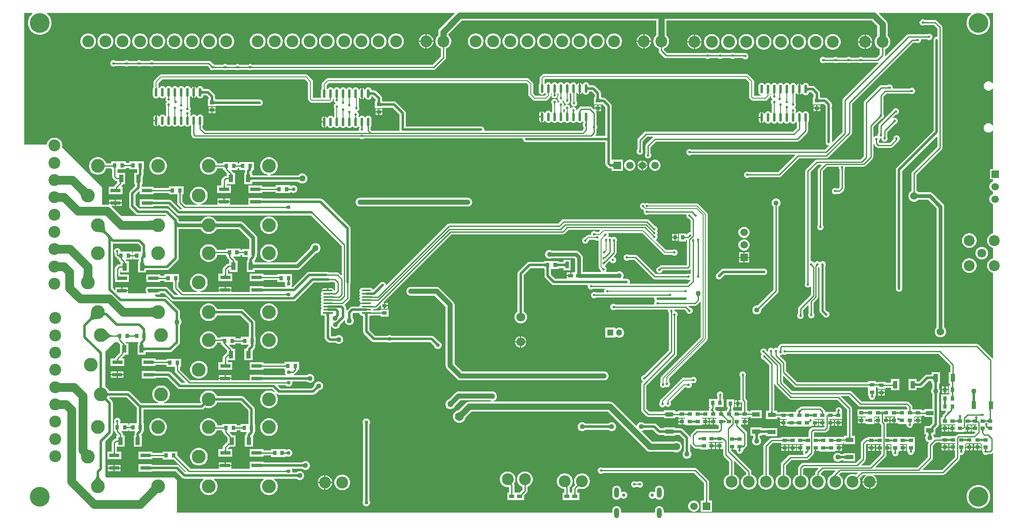
<source format=gbl>
G04*
G04 #@! TF.GenerationSoftware,Altium Limited,Altium Designer,23.10.1 (27)*
G04*
G04 Layer_Physical_Order=2*
G04 Layer_Color=16711680*
%FSLAX25Y25*%
%MOIN*%
G70*
G04*
G04 #@! TF.SameCoordinates,EE2D7E3A-8854-4FD1-8856-1E75453D7B45*
G04*
G04*
G04 #@! TF.FilePolarity,Positive*
G04*
G01*
G75*
%ADD13C,0.01000*%
%ADD18C,0.00800*%
%ADD28R,0.02756X0.03347*%
%ADD30R,0.03347X0.02756*%
%ADD31R,0.04000X0.03000*%
%ADD112C,0.04000*%
%ADD113C,0.02000*%
%ADD114C,0.01500*%
%ADD115C,0.03000*%
%ADD116C,0.05000*%
%ADD117C,0.07000*%
%ADD118C,0.09449*%
%ADD119C,0.05000*%
%ADD120R,0.05000X0.05000*%
%ADD121C,0.11000*%
%ADD122C,0.15748*%
%ADD123C,0.05906*%
%ADD124R,0.05906X0.05906*%
%ADD125C,0.07087*%
%ADD126R,0.05906X0.05906*%
%ADD127C,0.08661*%
%ADD128C,0.07087*%
%ADD129O,0.03937X0.08268*%
%ADD130C,0.02638*%
%ADD131C,0.02000*%
%ADD132C,0.04000*%
%ADD133C,0.06000*%
%ADD134C,0.07000*%
%ADD135C,0.03000*%
%ADD136R,0.05906X0.03543*%
%ADD137R,0.03543X0.05906*%
%ADD138R,0.08000X0.03000*%
%ADD139O,0.02205X0.06870*%
%ADD140R,0.02559X0.05315*%
%ADD141O,0.07874X0.01260*%
%ADD142R,0.07874X0.01260*%
G36*
X779470Y349634D02*
X778970Y349465D01*
X778513Y350060D01*
X777725Y350665D01*
X776807Y351045D01*
X775823Y351174D01*
X774838Y351045D01*
X773921Y350665D01*
X773133Y350060D01*
X772528Y349272D01*
X772148Y348355D01*
X772019Y347370D01*
X772148Y346386D01*
X772528Y345468D01*
X773133Y344680D01*
X773921Y344076D01*
X774838Y343695D01*
X775823Y343566D01*
X776807Y343695D01*
X777725Y344076D01*
X778513Y344680D01*
X778970Y345276D01*
X779470Y345106D01*
Y316170D01*
X778970Y316000D01*
X778513Y316596D01*
X777725Y317200D01*
X776807Y317580D01*
X775823Y317710D01*
X774838Y317580D01*
X773921Y317200D01*
X773133Y316596D01*
X772528Y315808D01*
X772148Y314890D01*
X772019Y313906D01*
X772148Y312921D01*
X772528Y312003D01*
X773133Y311216D01*
X773921Y310611D01*
X774838Y310231D01*
X775823Y310101D01*
X776807Y310231D01*
X777725Y310611D01*
X778513Y311216D01*
X778970Y311811D01*
X779470Y311641D01*
X779470Y280953D01*
X777047D01*
Y273047D01*
X779470D01*
Y271200D01*
X779281Y271149D01*
X778266Y270563D01*
X777437Y269734D01*
X776851Y268719D01*
X776547Y267586D01*
Y266414D01*
X776851Y265281D01*
X777437Y264266D01*
X778266Y263437D01*
X779281Y262851D01*
X779470Y262800D01*
Y261200D01*
X779281Y261149D01*
X778266Y260563D01*
X777437Y259734D01*
X776851Y258719D01*
X776547Y257586D01*
Y256414D01*
X776851Y255281D01*
X777437Y254266D01*
X778266Y253437D01*
X779281Y252851D01*
X779470Y252800D01*
Y229740D01*
X778799Y229607D01*
X777738Y229167D01*
X776783Y228529D01*
X775971Y227717D01*
X775333Y226762D01*
X774893Y225701D01*
X774669Y224574D01*
Y223426D01*
X774893Y222299D01*
X775333Y221238D01*
X775971Y220283D01*
X776783Y219471D01*
X777738Y218833D01*
X778799Y218393D01*
X779470Y218260D01*
Y209740D01*
X778799Y209607D01*
X777738Y209167D01*
X776783Y208529D01*
X775971Y207717D01*
X775333Y206762D01*
X774893Y205701D01*
X774669Y204574D01*
Y203426D01*
X774893Y202299D01*
X775333Y201238D01*
X775971Y200283D01*
X776783Y199471D01*
X777738Y198833D01*
X778799Y198393D01*
X779470Y198260D01*
Y130025D01*
X778970Y129873D01*
X778887Y129997D01*
X767942Y140942D01*
X767280Y141384D01*
X766500Y141539D01*
X611000D01*
X610220Y141384D01*
X609558Y140942D01*
X608558Y139942D01*
X608116Y139280D01*
X607987Y138631D01*
X607681Y138393D01*
X607461Y138308D01*
X606997Y138500D01*
X606003D01*
X605084Y138119D01*
X604500Y137536D01*
X603916Y138119D01*
X602997Y138500D01*
X602003D01*
X601084Y138119D01*
X600381Y137416D01*
X600000Y136497D01*
Y135591D01*
X599755Y135419D01*
X599538Y135346D01*
X599000Y135884D01*
Y135997D01*
X598619Y136916D01*
X597916Y137619D01*
X596997Y138000D01*
X596003D01*
X595084Y137619D01*
X594381Y136916D01*
X594000Y135997D01*
Y135003D01*
X594381Y134084D01*
X595084Y133381D01*
X595127Y133163D01*
X594881Y132916D01*
X594500Y131997D01*
Y131003D01*
X594881Y130084D01*
X595584Y129381D01*
X596503Y129000D01*
X596616D01*
X600961Y124655D01*
Y88161D01*
X598547D01*
Y81618D01*
X607453D01*
Y82851D01*
X609327D01*
Y81622D01*
X615103D01*
X615143Y81608D01*
X615170Y81472D01*
X614758Y80972D01*
X613000D01*
Y78594D01*
Y76217D01*
X614980D01*
X615503Y76000D01*
X615541D01*
Y75717D01*
X621887D01*
Y75717D01*
X627970D01*
Y75717D01*
X634316D01*
Y75897D01*
X634684Y76217D01*
X636857D01*
Y78594D01*
X637357D01*
Y79094D01*
X640030D01*
Y80972D01*
X636859D01*
X636778Y81122D01*
X637078Y81622D01*
X640398D01*
Y81622D01*
X644961D01*
Y80972D01*
X644071D01*
Y78594D01*
Y76217D01*
X644961D01*
Y75345D01*
X644655Y75039D01*
X636000D01*
X635220Y74884D01*
X634558Y74442D01*
X633160Y73044D01*
X632718Y72382D01*
X632563Y71602D01*
Y67378D01*
X628959D01*
Y67378D01*
X610327D01*
Y66539D01*
X603000D01*
X603000Y66539D01*
X602220Y66384D01*
X601558Y65942D01*
X597117Y61501D01*
X596675Y60839D01*
X596520Y60059D01*
Y37392D01*
X595611Y37016D01*
X594592Y36335D01*
X593725Y35468D01*
X593044Y34448D01*
X592574Y33316D01*
X592335Y32113D01*
Y30887D01*
X592574Y29684D01*
X593044Y28552D01*
X593725Y27532D01*
X594592Y26665D01*
X595611Y25984D01*
X596744Y25515D01*
X597947Y25276D01*
X599172D01*
X600375Y25515D01*
X601508Y25984D01*
X602527Y26665D01*
X603394Y27532D01*
X604075Y28552D01*
X604545Y29684D01*
X604784Y30887D01*
Y32113D01*
X604545Y33316D01*
X604075Y34448D01*
X603394Y35468D01*
X602527Y36335D01*
X601508Y37016D01*
X600598Y37393D01*
Y59214D01*
X603845Y62461D01*
X610327D01*
Y61622D01*
X628317D01*
X628330Y61618D01*
X628373Y61472D01*
X628000Y60972D01*
X626286D01*
Y58595D01*
Y56217D01*
X627848D01*
X628126Y55801D01*
X628000Y55497D01*
Y54503D01*
X628381Y53584D01*
X628463Y53501D01*
X628272Y53039D01*
X618000D01*
X617220Y52884D01*
X616558Y52442D01*
X610897Y46780D01*
X610455Y46119D01*
X610299Y45338D01*
Y37393D01*
X609390Y37016D01*
X608371Y36335D01*
X607504Y35468D01*
X606822Y34448D01*
X606353Y33316D01*
X606114Y32113D01*
Y30887D01*
X606353Y29684D01*
X606822Y28552D01*
X607504Y27532D01*
X608371Y26665D01*
X609390Y25984D01*
X610523Y25515D01*
X611726Y25276D01*
X612952D01*
X614154Y25515D01*
X615287Y25984D01*
X616306Y26665D01*
X617173Y27532D01*
X617854Y28552D01*
X618324Y29684D01*
X618563Y30887D01*
Y32113D01*
X618324Y33316D01*
X617854Y34448D01*
X617173Y35468D01*
X616306Y36335D01*
X615287Y37016D01*
X614378Y37393D01*
Y44494D01*
X618845Y48961D01*
X631000D01*
X631780Y49116D01*
X632442Y49558D01*
X636044Y53160D01*
X636486Y53821D01*
X636641Y54602D01*
Y56217D01*
X637571D01*
Y58594D01*
X638571D01*
Y56217D01*
X640541D01*
X640745Y56217D01*
X641041Y55839D01*
Y55717D01*
X647184D01*
Y55717D01*
X653530D01*
Y55839D01*
X653827Y56217D01*
X654030Y56217D01*
X656000D01*
Y58595D01*
Y60972D01*
X654286D01*
X653936Y61371D01*
X653913Y61472D01*
X653956Y61618D01*
X653968Y61622D01*
X659673D01*
Y62851D01*
X660547D01*
Y61618D01*
X669453D01*
Y68161D01*
X667039D01*
Y90000D01*
X667039Y90000D01*
X666884Y90780D01*
X666442Y91442D01*
X658385Y99499D01*
X658576Y99961D01*
X664525D01*
X672427Y92058D01*
X672427Y92058D01*
X673089Y91616D01*
X673869Y91461D01*
X673869Y91461D01*
X710155D01*
X711175Y90441D01*
Y89637D01*
X710822Y89284D01*
X710041Y89284D01*
X709541Y89284D01*
X703684D01*
Y89284D01*
X703673Y89284D01*
Y89284D01*
X697816D01*
X697327Y89284D01*
X696827Y89284D01*
X690970D01*
Y89284D01*
X690959D01*
Y89284D01*
X685102D01*
X684613Y89284D01*
X684113Y89284D01*
X678255D01*
Y89000D01*
X677673D01*
Y89378D01*
X671327D01*
Y83622D01*
X677673D01*
Y83622D01*
X678173Y83728D01*
X678255Y83646D01*
X678255Y83253D01*
X678003Y83000D01*
X677465Y82777D01*
X677173Y82973D01*
Y82972D01*
X675000D01*
Y80594D01*
Y78216D01*
X677173D01*
Y78216D01*
X677291Y78295D01*
X678003Y78000D01*
X678255D01*
Y77622D01*
X684602D01*
Y83032D01*
X684609Y83381D01*
X685040Y83528D01*
X688961D01*
Y82878D01*
X688286D01*
Y80500D01*
Y78122D01*
X689300D01*
X689558Y77736D01*
X690359Y76935D01*
Y67283D01*
X685898D01*
X685745Y67378D01*
Y67378D01*
X679398D01*
Y66445D01*
X678406D01*
X677625Y66290D01*
X676964Y65847D01*
X676964Y65847D01*
X674558Y63442D01*
X674116Y62780D01*
X673961Y62000D01*
Y50345D01*
X670155Y46539D01*
X628000D01*
X627220Y46384D01*
X626558Y45942D01*
X624676Y44060D01*
X624234Y43398D01*
X624079Y42618D01*
Y37392D01*
X623170Y37016D01*
X622151Y36335D01*
X621284Y35468D01*
X620603Y34448D01*
X620133Y33316D01*
X619894Y32113D01*
Y30887D01*
X620133Y29684D01*
X620603Y28552D01*
X621284Y27532D01*
X622151Y26665D01*
X623170Y25984D01*
X624303Y25515D01*
X625505Y25276D01*
X626731D01*
X627934Y25515D01*
X629067Y25984D01*
X630086Y26665D01*
X630953Y27532D01*
X631635Y28552D01*
X632104Y29684D01*
X632343Y30887D01*
Y32113D01*
X632104Y33316D01*
X631635Y34448D01*
X630953Y35468D01*
X630086Y36335D01*
X629067Y37016D01*
X628157Y37393D01*
Y41773D01*
X628845Y42461D01*
X639924D01*
X640115Y41999D01*
X638456Y40339D01*
X638014Y39678D01*
X637858Y38898D01*
Y37393D01*
X636949Y37016D01*
X635930Y36335D01*
X635063Y35468D01*
X634381Y34448D01*
X633912Y33316D01*
X633673Y32113D01*
Y30887D01*
X633912Y29684D01*
X634381Y28552D01*
X635063Y27532D01*
X635930Y26665D01*
X636949Y25984D01*
X638082Y25515D01*
X639285Y25276D01*
X640511D01*
X641713Y25515D01*
X642846Y25984D01*
X643865Y26665D01*
X644732Y27532D01*
X645413Y28552D01*
X645883Y29684D01*
X646122Y30887D01*
Y32113D01*
X645883Y33316D01*
X645413Y34448D01*
X644732Y35468D01*
X643865Y36335D01*
X642846Y37016D01*
X641937Y37393D01*
Y38053D01*
X644345Y40461D01*
X653424D01*
X653615Y39999D01*
X652235Y38619D01*
X651793Y37958D01*
X651685Y37412D01*
X650729Y37016D01*
X649710Y36335D01*
X648843Y35468D01*
X648162Y34448D01*
X647692Y33316D01*
X647453Y32113D01*
Y30887D01*
X647692Y29684D01*
X648162Y28552D01*
X648843Y27532D01*
X649710Y26665D01*
X650729Y25984D01*
X651862Y25515D01*
X653064Y25276D01*
X654290D01*
X655493Y25515D01*
X656626Y25984D01*
X657645Y26665D01*
X658512Y27532D01*
X659194Y28552D01*
X659663Y29684D01*
X659902Y30887D01*
Y32113D01*
X659663Y33316D01*
X659194Y34448D01*
X658512Y35468D01*
X657645Y36335D01*
X656914Y36823D01*
X656830Y37446D01*
X658345Y38961D01*
X671380D01*
X671572Y38499D01*
X670181Y37109D01*
X669272Y37485D01*
X668070Y37724D01*
X666844D01*
X665641Y37485D01*
X664508Y37016D01*
X663489Y36335D01*
X662622Y35468D01*
X661940Y34448D01*
X661471Y33316D01*
X661232Y32113D01*
Y30887D01*
X661471Y29684D01*
X661940Y28552D01*
X662622Y27532D01*
X663489Y26665D01*
X664508Y25984D01*
X665641Y25515D01*
X666844Y25276D01*
X668070D01*
X669272Y25515D01*
X670405Y25984D01*
X671424Y26665D01*
X672291Y27532D01*
X672972Y28552D01*
X673442Y29684D01*
X673681Y30887D01*
Y32113D01*
X673442Y33316D01*
X673065Y34225D01*
X675801Y36961D01*
X678246D01*
X678380Y36461D01*
X677722Y36081D01*
X676656Y35015D01*
X675902Y33709D01*
X675512Y32254D01*
Y32000D01*
X686961D01*
Y32254D01*
X686571Y33709D01*
X685817Y35015D01*
X684751Y36081D01*
X684093Y36461D01*
X684227Y36961D01*
X739500D01*
X740280Y37116D01*
X740942Y37558D01*
X752442Y49058D01*
X752884Y49720D01*
X753039Y50500D01*
X753039Y50500D01*
Y52742D01*
X753455Y53020D01*
X753503Y53000D01*
X754497D01*
X755416Y53381D01*
X756119Y54084D01*
X756500Y55003D01*
Y55997D01*
X756646Y56217D01*
X757173D01*
Y61686D01*
X757288Y62012D01*
X757611Y62122D01*
X763673D01*
Y62122D01*
X763827Y62122D01*
Y62122D01*
X769889D01*
X770212Y62012D01*
X770327Y61686D01*
Y56217D01*
X770854D01*
X771000Y55997D01*
Y55003D01*
X771381Y54084D01*
X772084Y53381D01*
X773003Y53000D01*
X773997D01*
X774916Y53381D01*
X774996Y53461D01*
X777000D01*
X777780Y53616D01*
X778442Y54058D01*
X779008Y54624D01*
X779470Y54433D01*
Y7030D01*
X517006D01*
Y8627D01*
X516887Y9533D01*
X516538Y10376D01*
X515982Y11101D01*
X515257Y11657D01*
X514413Y12006D01*
X513508Y12125D01*
X512602Y12006D01*
X511759Y11657D01*
X511034Y11101D01*
X510478Y10376D01*
X510129Y9533D01*
X510009Y8627D01*
Y7030D01*
X482991D01*
Y8627D01*
X482871Y9533D01*
X482522Y10376D01*
X481966Y11101D01*
X481241Y11657D01*
X480398Y12006D01*
X479492Y12125D01*
X478587Y12006D01*
X477743Y11657D01*
X477018Y11101D01*
X476462Y10376D01*
X476113Y9533D01*
X475994Y8627D01*
Y7030D01*
X129000D01*
Y33000D01*
X127000Y35000D01*
X73000D01*
X72000Y36000D01*
Y63895D01*
X77302Y69198D01*
X77855Y70025D01*
X78049Y71000D01*
Y94299D01*
X77855Y95274D01*
X77302Y96101D01*
X75074Y98329D01*
X75282Y98829D01*
X89066D01*
X97257Y90638D01*
Y78466D01*
X96878Y78173D01*
X91122D01*
Y77039D01*
X90284D01*
Y78173D01*
X84528D01*
Y78173D01*
X84378Y78173D01*
X83892Y78207D01*
X83791Y78347D01*
X83656Y78673D01*
X84000Y79503D01*
Y80497D01*
X83619Y81416D01*
X82916Y82119D01*
X81997Y82500D01*
X81003D01*
X80084Y82119D01*
X79381Y81416D01*
X79000Y80497D01*
Y79503D01*
X79344Y78673D01*
X79209Y78347D01*
X79084Y78173D01*
X78622D01*
Y71827D01*
X79495D01*
X79616Y71220D01*
X80058Y70558D01*
X81663Y68953D01*
X81456Y68453D01*
X80839D01*
Y66039D01*
X80500D01*
X79720Y65884D01*
X79058Y65442D01*
X77658Y64042D01*
X77216Y63380D01*
X77061Y62600D01*
Y55500D01*
X73600D01*
Y49500D01*
X84600D01*
Y55500D01*
X81139D01*
Y59547D01*
X87382D01*
Y68453D01*
X86149D01*
Y69390D01*
X86149Y69390D01*
X85994Y70170D01*
X85552Y70832D01*
X85019Y71365D01*
X85210Y71827D01*
X90284D01*
Y72961D01*
X91122D01*
Y71827D01*
X95576D01*
X95843Y71327D01*
X95535Y70865D01*
X95341Y69890D01*
Y68453D01*
X94618D01*
Y67028D01*
X94601Y66941D01*
X94618Y66853D01*
Y66780D01*
X94615Y66731D01*
X94618Y66723D01*
Y59547D01*
X101161D01*
Y66722D01*
X101164Y66731D01*
X101161Y66781D01*
Y66853D01*
X101179Y66941D01*
X101161Y67028D01*
Y68453D01*
X100726D01*
X100558Y68953D01*
X101608Y70003D01*
X102161Y70830D01*
X102355Y71806D01*
Y71827D01*
X102784D01*
Y73251D01*
X102801Y73339D01*
X102784Y73426D01*
Y76574D01*
X102801Y76661D01*
X102784Y76749D01*
Y78173D01*
X102355D01*
Y89145D01*
X148777D01*
X149753Y89339D01*
X150580Y89892D01*
X151612Y90924D01*
X152379Y90606D01*
X153732Y90337D01*
X155110D01*
X156463Y90606D01*
X157737Y91134D01*
X158883Y91900D01*
X159858Y92875D01*
X160624Y94022D01*
X160942Y94788D01*
X179607D01*
X185951Y88444D01*
Y77725D01*
X185472Y77673D01*
X185472Y77673D01*
X185472Y77673D01*
X179717D01*
Y76539D01*
X176878D01*
Y77673D01*
X171473D01*
X171122Y77673D01*
X170622Y77673D01*
X165217D01*
Y76539D01*
X161276D01*
X161152Y77164D01*
X160624Y78438D01*
X159858Y79584D01*
X158883Y80559D01*
X157737Y81325D01*
X156463Y81853D01*
X155110Y82122D01*
X153732D01*
X152379Y81853D01*
X151105Y81325D01*
X149959Y80559D01*
X148984Y79584D01*
X148218Y78438D01*
X147690Y77164D01*
X147421Y75811D01*
Y74433D01*
X147690Y73080D01*
X148218Y71806D01*
X148984Y70660D01*
X149959Y69685D01*
X151105Y68919D01*
X152379Y68391D01*
X153732Y68122D01*
X155110D01*
X156463Y68391D01*
X157737Y68919D01*
X158883Y69685D01*
X159858Y70660D01*
X160624Y71806D01*
X160896Y72461D01*
X165217D01*
Y71327D01*
X166055D01*
Y70906D01*
X166210Y70125D01*
X166653Y69464D01*
X169339Y66778D01*
Y63415D01*
X168746Y63019D01*
X166158Y60432D01*
X165716Y59770D01*
X165561Y58990D01*
Y57500D01*
X162100D01*
Y51500D01*
X173100D01*
Y57500D01*
X169639D01*
Y58145D01*
X171032Y59538D01*
X171339D01*
X171385Y59547D01*
X175882D01*
Y68453D01*
X173230D01*
X172824Y69060D01*
X172824Y69060D01*
X171011Y70873D01*
X171264Y71327D01*
X171473Y71327D01*
X176878D01*
Y72461D01*
X179717D01*
Y71327D01*
X184569D01*
X184760Y70865D01*
X184587Y70692D01*
X184035Y69865D01*
X183841Y68890D01*
Y68453D01*
X183118D01*
Y67028D01*
X183101Y66941D01*
X183118Y66853D01*
Y66794D01*
X183115Y66736D01*
X183118Y66725D01*
Y59547D01*
X189661D01*
Y66725D01*
X189665Y66736D01*
X189661Y66794D01*
Y66853D01*
X189679Y66941D01*
X189661Y67028D01*
Y68453D01*
X189661Y68453D01*
X189661D01*
X189933Y68828D01*
X190302Y69198D01*
X190855Y70025D01*
X191049Y71000D01*
Y71327D01*
X191378D01*
Y72624D01*
X191382Y72634D01*
X191378Y72693D01*
Y72751D01*
X191395Y72839D01*
X191378Y72926D01*
Y76074D01*
X191395Y76161D01*
X191378Y76247D01*
X191386Y76333D01*
X191378Y76357D01*
Y77673D01*
X191049D01*
Y89500D01*
X190855Y90475D01*
X190302Y91302D01*
X182465Y99140D01*
X181638Y99692D01*
X180663Y99886D01*
X160942D01*
X160624Y100653D01*
X159858Y101800D01*
X158883Y102775D01*
X157737Y103541D01*
X156463Y104068D01*
X155110Y104337D01*
X153732D01*
X152379Y104068D01*
X151105Y103541D01*
X149959Y102775D01*
X148984Y101800D01*
X148218Y100653D01*
X147690Y99379D01*
X147421Y98027D01*
Y96648D01*
X147690Y95296D01*
X147960Y94645D01*
X147640Y94243D01*
X118822D01*
X118722Y94743D01*
X119769Y95177D01*
X120915Y95943D01*
X121890Y96918D01*
X122656Y98064D01*
X123184Y99338D01*
X123453Y100691D01*
Y102069D01*
X123184Y103422D01*
X122656Y104696D01*
X121890Y105842D01*
X120915Y106817D01*
X119769Y107583D01*
X118495Y108111D01*
X117142Y108380D01*
X115764D01*
X114411Y108111D01*
X113137Y107583D01*
X111991Y106817D01*
X111016Y105842D01*
X110250Y104696D01*
X109722Y103422D01*
X109453Y102069D01*
Y100691D01*
X109722Y99338D01*
X110250Y98064D01*
X111016Y96918D01*
X111991Y95943D01*
X113137Y95177D01*
X114184Y94743D01*
X114084Y94243D01*
X100862D01*
X91924Y103180D01*
X91097Y103733D01*
X90122Y103927D01*
X74942D01*
X74624Y104694D01*
X73858Y105840D01*
X72883Y106815D01*
X72000Y107405D01*
Y135500D01*
X79500Y143000D01*
X82116D01*
X83839Y141278D01*
Y134722D01*
X80158Y131042D01*
X79716Y130380D01*
X79640Y130000D01*
X76100D01*
Y124000D01*
X87100D01*
Y130000D01*
X85537D01*
X85346Y130462D01*
X87324Y132440D01*
X87730Y133047D01*
X90382D01*
Y141953D01*
X88556D01*
X88517Y142147D01*
X88281Y142500D01*
X88549Y143000D01*
X98068D01*
X98385Y142613D01*
X98341Y142390D01*
Y141953D01*
X97618D01*
Y140528D01*
X97601Y140441D01*
X97618Y140353D01*
Y140294D01*
X97615Y140236D01*
X97618Y140226D01*
Y133047D01*
X104161D01*
Y134945D01*
X104225Y134951D01*
X123500D01*
X124476Y135145D01*
X125302Y135698D01*
X130802Y141198D01*
X131355Y142025D01*
X131549Y143000D01*
Y156298D01*
X131556Y156381D01*
X131566Y156432D01*
X131576Y156471D01*
X131956Y156851D01*
X132416Y157649D01*
X132655Y158539D01*
Y159461D01*
X132416Y160351D01*
X131956Y161149D01*
X131576Y161529D01*
X131566Y161568D01*
X131556Y161619D01*
X131549Y161702D01*
Y167000D01*
X131355Y167975D01*
X130802Y168802D01*
X121302Y178302D01*
X120475Y178855D01*
X119500Y179049D01*
X112951D01*
X111462Y180538D01*
X111653Y181000D01*
X114007D01*
X114035Y180991D01*
X114117Y180999D01*
X114198Y180983D01*
X114285Y181000D01*
X115709D01*
Y181946D01*
X115773Y181951D01*
X118944D01*
X124698Y176198D01*
X125524Y175645D01*
X126500Y175451D01*
X222000D01*
X222975Y175645D01*
X223802Y176198D01*
X238056Y190451D01*
X249753D01*
X250728Y190645D01*
X251201Y190961D01*
X254155D01*
X255238Y189878D01*
Y184284D01*
X254707Y183753D01*
X254246Y183999D01*
X254269Y184113D01*
X254142Y184749D01*
X253782Y185289D01*
X253243Y185649D01*
X252607Y185775D01*
X249800D01*
Y184113D01*
X249300D01*
Y183726D01*
X245993D01*
X245426Y183613D01*
X244430D01*
X244458Y183477D01*
X244637Y183210D01*
X244457Y183090D01*
X243987Y182385D01*
X243821Y181554D01*
X243987Y180723D01*
X244286Y180275D01*
X243987Y179826D01*
X243821Y178995D01*
X243987Y178164D01*
X244286Y177716D01*
X243987Y177267D01*
X243821Y176436D01*
X243987Y175605D01*
X244286Y175157D01*
X243987Y174708D01*
X243821Y173877D01*
X243987Y173046D01*
X244286Y172598D01*
X243987Y172149D01*
X243821Y171318D01*
X243987Y170487D01*
X244286Y170039D01*
X243987Y169590D01*
X243833Y168817D01*
X243821Y168759D01*
X243863Y168330D01*
X243863D01*
Y164070D01*
X246745D01*
X246751Y164004D01*
Y146700D01*
X246945Y145724D01*
X247498Y144898D01*
X249198Y143198D01*
X250025Y142645D01*
X251000Y142451D01*
X255435D01*
X255466Y142448D01*
X255549Y142434D01*
X255604Y142422D01*
X255617Y142418D01*
X255626Y142411D01*
X255648Y142402D01*
X255851Y142199D01*
X256649Y141738D01*
X257539Y141500D01*
X258461D01*
X259351Y141738D01*
X260149Y142199D01*
X260801Y142851D01*
X261262Y143649D01*
X261500Y144539D01*
Y145461D01*
X261262Y146351D01*
X260801Y147149D01*
X260149Y147801D01*
X259351Y148261D01*
X258461Y148500D01*
X257539D01*
X256649Y148261D01*
X255851Y147801D01*
X255648Y147598D01*
X255626Y147589D01*
X255617Y147582D01*
X255604Y147578D01*
X255549Y147566D01*
X255484Y147555D01*
X255409Y147549D01*
X252056D01*
X251849Y147756D01*
Y155324D01*
X252349Y155458D01*
X252699Y154851D01*
X253351Y154199D01*
X254149Y153738D01*
X255039Y153500D01*
X255961D01*
X256851Y153738D01*
X257649Y154199D01*
X258301Y154851D01*
X258762Y155649D01*
X259000Y156539D01*
Y156826D01*
X259009Y156848D01*
X259011Y156859D01*
X259017Y156871D01*
X259048Y156919D01*
X259086Y156972D01*
X259135Y157030D01*
X262500Y160395D01*
X263000Y160188D01*
Y159539D01*
X263239Y158649D01*
X263699Y157851D01*
X264351Y157199D01*
X265149Y156738D01*
X266039Y156500D01*
X266961D01*
X267851Y156738D01*
X268649Y157199D01*
X269301Y157851D01*
X269761Y158649D01*
X270000Y159539D01*
Y160461D01*
X269761Y161351D01*
X269301Y162149D01*
X269098Y162352D01*
X269089Y162374D01*
X269082Y162383D01*
X269078Y162396D01*
X269066Y162451D01*
X269055Y162516D01*
X269049Y162591D01*
Y165444D01*
X269815Y166210D01*
X274522D01*
X274530Y166200D01*
X274695Y165369D01*
X275166Y164664D01*
X275871Y164194D01*
X276702Y164028D01*
X277457D01*
X277460Y163995D01*
Y151491D01*
X277654Y150516D01*
X278206Y149689D01*
X284198Y143698D01*
X285024Y143145D01*
X286000Y142951D01*
X296915D01*
X297342Y142704D01*
X298105Y142500D01*
X298895D01*
X299658Y142704D01*
X300075Y142945D01*
X300187Y142951D01*
X330944D01*
X334077Y139818D01*
X334204Y139342D01*
X334599Y138658D01*
X335158Y138099D01*
X335842Y137704D01*
X336605Y137500D01*
X337395D01*
X338158Y137704D01*
X338842Y138099D01*
X339401Y138658D01*
X339796Y139342D01*
X340000Y140105D01*
Y140895D01*
X339796Y141658D01*
X339401Y142342D01*
X338842Y142901D01*
X338158Y143296D01*
X337693Y143420D01*
X337609Y143496D01*
X333802Y147302D01*
X332976Y147855D01*
X332000Y148049D01*
X300085D01*
X299658Y148296D01*
X298895Y148500D01*
X298105D01*
X297342Y148296D01*
X296925Y148055D01*
X296813Y148049D01*
X287056D01*
X282558Y152547D01*
Y163995D01*
X282561Y164028D01*
X283316D01*
X283802Y164125D01*
X284388Y164161D01*
X291327D01*
Y163216D01*
X297673D01*
Y168972D01*
X291327D01*
Y168239D01*
X285778D01*
X285461Y168626D01*
X285487Y168759D01*
X285461Y168892D01*
X285778Y169279D01*
X287318D01*
X288099Y169434D01*
X288760Y169876D01*
X291365Y172481D01*
X291827Y172290D01*
Y169622D01*
X294000D01*
Y172000D01*
Y174378D01*
X293915D01*
X293724Y174840D01*
X347845Y228961D01*
X436654D01*
X437435Y229116D01*
X438096Y229558D01*
X440999Y232461D01*
X466068D01*
X466259Y231999D01*
X465198Y230937D01*
X463098D01*
X462916Y231119D01*
X461997Y231500D01*
X461003D01*
X460084Y231119D01*
X459381Y230416D01*
X459000Y229497D01*
Y228503D01*
X458956Y228437D01*
X457000D01*
X456259Y228290D01*
X455630Y227870D01*
X454260Y226500D01*
X454003D01*
X453084Y226119D01*
X452381Y225416D01*
X452000Y224497D01*
Y223503D01*
X452381Y222584D01*
X453084Y221881D01*
X454003Y221500D01*
X454997D01*
X455916Y221881D01*
X456619Y222584D01*
X457000Y223503D01*
Y223760D01*
X457802Y224563D01*
X462402D01*
X462584Y224381D01*
X463503Y224000D01*
X464497D01*
X464647Y224062D01*
X465063Y223784D01*
Y203000D01*
X465210Y202259D01*
X465630Y201630D01*
X466500Y200760D01*
Y200503D01*
X466881Y199584D01*
X466977Y199488D01*
X466785Y199026D01*
X452475D01*
Y204500D01*
Y210551D01*
X452372Y211334D01*
X452069Y212064D01*
X451588Y212691D01*
X451588Y212691D01*
X449140Y215140D01*
X448513Y215620D01*
X447783Y215923D01*
X447000Y216026D01*
X427759D01*
X427351Y216262D01*
X426461Y216500D01*
X425539D01*
X424649Y216262D01*
X423851Y215801D01*
X423199Y215149D01*
X422739Y214351D01*
X422500Y213461D01*
Y212539D01*
X422739Y211649D01*
X423199Y210851D01*
X423851Y210199D01*
X424649Y209738D01*
X425539Y209500D01*
X426461D01*
X427351Y209738D01*
X427759Y209974D01*
X445747D01*
X446423Y209298D01*
Y204500D01*
Y199000D01*
X445500D01*
Y198500D01*
X443402D01*
Y196000D01*
X442902D01*
Y195500D01*
X439902D01*
Y193549D01*
X430556D01*
X427049Y197056D01*
Y201275D01*
X427528Y201327D01*
X427878Y201327D01*
X431684D01*
X431772Y201309D01*
X431859Y201327D01*
X433284D01*
Y201950D01*
X433297Y201951D01*
X437157D01*
X437220Y201945D01*
Y200342D01*
X442779D01*
Y208658D01*
X437220D01*
Y207054D01*
X437157Y207049D01*
X433284D01*
Y207673D01*
X431859D01*
X431772Y207691D01*
X431684Y207673D01*
X427878D01*
X427528Y207673D01*
X427028Y207673D01*
X423221D01*
X423134Y207691D01*
X423047Y207673D01*
X421622D01*
Y207050D01*
X421608Y207049D01*
X410000D01*
X409024Y206855D01*
X408198Y206302D01*
X401198Y199302D01*
X400645Y198476D01*
X400451Y197500D01*
Y167194D01*
X399903Y166878D01*
X398964Y165939D01*
X398300Y164789D01*
X397957Y163506D01*
Y162179D01*
X398300Y160896D01*
X398964Y159746D01*
X399903Y158807D01*
X401053Y158143D01*
X402336Y157799D01*
X403664D01*
X404947Y158143D01*
X406097Y158807D01*
X407036Y159746D01*
X407700Y160896D01*
X408043Y162179D01*
Y163506D01*
X407700Y164789D01*
X407036Y165939D01*
X406097Y166878D01*
X405549Y167194D01*
Y196444D01*
X411056Y201951D01*
X421622D01*
Y201327D01*
X421951D01*
Y196000D01*
X422145Y195025D01*
X422698Y194198D01*
X427698Y189198D01*
X428524Y188645D01*
X429500Y188451D01*
X456238D01*
X456516Y188035D01*
X456500Y187997D01*
Y187003D01*
X456881Y186084D01*
X457584Y185381D01*
X458503Y185000D01*
X459497D01*
X460416Y185381D01*
X460496Y185461D01*
X469772D01*
X469963Y184999D01*
X469881Y184916D01*
X469500Y183997D01*
Y183003D01*
X469520Y182955D01*
X469242Y182539D01*
X462996D01*
X462916Y182619D01*
X461997Y183000D01*
X461003D01*
X460084Y182619D01*
X459381Y181916D01*
X459000Y180997D01*
Y180003D01*
X459381Y179084D01*
X460084Y178381D01*
X461003Y178000D01*
X461997D01*
X462916Y178381D01*
X462996Y178461D01*
X509174D01*
X509500Y177997D01*
Y177746D01*
X509451Y177500D01*
X509500Y177254D01*
Y177003D01*
X509596Y176771D01*
X509645Y176524D01*
X509785Y176316D01*
X509881Y176084D01*
X509926Y175461D01*
X509881Y175416D01*
X509500Y174497D01*
Y173503D01*
X509520Y173455D01*
X509242Y173039D01*
X478496D01*
X478416Y173119D01*
X477497Y173500D01*
X476503D01*
X475584Y173119D01*
X474881Y172416D01*
X474500Y171497D01*
Y170503D01*
X474881Y169584D01*
X475584Y168881D01*
X476503Y168500D01*
X477497D01*
X478416Y168881D01*
X478496Y168961D01*
X520242D01*
X520520Y168545D01*
X520500Y168497D01*
Y167503D01*
X520881Y166584D01*
X520961Y166504D01*
Y136345D01*
X501116Y116500D01*
X501003D01*
X500084Y116119D01*
X499381Y115416D01*
X499000Y114497D01*
Y113503D01*
X499381Y112584D01*
X500084Y111881D01*
X500314Y111785D01*
X500411Y111295D01*
X499558Y110442D01*
X499116Y109780D01*
X498961Y109000D01*
Y89000D01*
X499116Y88220D01*
X499558Y87558D01*
X503168Y83948D01*
X503830Y83506D01*
X504610Y83351D01*
X517047D01*
Y82118D01*
X525953D01*
Y83351D01*
X528327D01*
Y82528D01*
X534139D01*
X534239Y82493D01*
X534254Y82345D01*
X534227Y82274D01*
X533806Y81878D01*
X532000D01*
Y79500D01*
Y77122D01*
X534077D01*
X534173Y77122D01*
X534577Y76889D01*
Y76622D01*
X540923D01*
Y76622D01*
X547173D01*
Y76889D01*
X547577Y77122D01*
X547673Y77122D01*
X549750D01*
Y79500D01*
Y81878D01*
X547944D01*
X547523Y82274D01*
X547496Y82345D01*
X547511Y82493D01*
X547611Y82528D01*
X553423D01*
Y82528D01*
X559139D01*
X559239Y82493D01*
X559254Y82345D01*
X559227Y82274D01*
X558806Y81878D01*
X557000D01*
Y79500D01*
Y77122D01*
X559077D01*
X559173Y77122D01*
X559577Y76889D01*
Y76622D01*
X560711D01*
Y74095D01*
X560155Y73539D01*
X543500D01*
X542720Y73384D01*
X542058Y72942D01*
X539058Y69942D01*
X538616Y69280D01*
X538461Y68500D01*
Y66992D01*
X537961Y66943D01*
X537855Y67475D01*
X537302Y68302D01*
X532192Y73413D01*
X531365Y73965D01*
X530390Y74159D01*
X525953D01*
Y74882D01*
X524528D01*
X524441Y74899D01*
X524353Y74882D01*
X524280D01*
X524231Y74885D01*
X524223Y74882D01*
X518778D01*
X518769Y74885D01*
X518719Y74882D01*
X518647D01*
X518559Y74899D01*
X518472Y74882D01*
X517047D01*
Y74164D01*
X516993Y74159D01*
X514446D01*
X511306Y77299D01*
X510479Y77852D01*
X509503Y78046D01*
X501561D01*
X501531Y78049D01*
X501448Y78063D01*
X501393Y78075D01*
X501380Y78079D01*
X501371Y78086D01*
X501348Y78095D01*
X501146Y78298D01*
X500348Y78758D01*
X499458Y78997D01*
X498536D01*
X497646Y78758D01*
X496848Y78298D01*
X496196Y77646D01*
X495735Y76848D01*
X495592Y76313D01*
X495034Y76163D01*
X476845Y94353D01*
X476009Y94994D01*
X475036Y95397D01*
X473992Y95534D01*
X473992Y95534D01*
X381155D01*
X381090Y96034D01*
X381851Y96238D01*
X382649Y96699D01*
X383301Y97351D01*
X383762Y98149D01*
X384000Y99039D01*
Y99771D01*
X384030Y100000D01*
X383910Y100914D01*
X383557Y101765D01*
X382996Y102496D01*
X382265Y103057D01*
X381414Y103410D01*
X380500Y103530D01*
X353500D01*
X352586Y103410D01*
X351735Y103057D01*
X351004Y102496D01*
X345837Y97329D01*
X345456Y97227D01*
X344544Y96701D01*
X343799Y95956D01*
X343273Y95044D01*
X343000Y94027D01*
Y92973D01*
X343273Y91956D01*
X343799Y91044D01*
X344544Y90299D01*
X345456Y89773D01*
X346473Y89500D01*
X347527D01*
X348544Y89773D01*
X349456Y90299D01*
X350201Y91044D01*
X350727Y91956D01*
X350830Y92337D01*
X354962Y96470D01*
X378748D01*
X379149Y96238D01*
X379910Y96034D01*
X379845Y95534D01*
X361988D01*
X360944Y95397D01*
X359971Y94994D01*
X359136Y94353D01*
X359136Y94353D01*
X353381Y88598D01*
X352174Y88275D01*
X351034Y87617D01*
X350103Y86686D01*
X349445Y85546D01*
X349104Y84274D01*
Y82957D01*
X349445Y81686D01*
X350103Y80546D01*
X351034Y79615D01*
X352174Y78956D01*
X353446Y78616D01*
X354762D01*
X356034Y78956D01*
X357174Y79615D01*
X358105Y80546D01*
X358763Y81686D01*
X359087Y82893D01*
X363660Y87466D01*
X472321D01*
X503139Y56647D01*
X503139Y56647D01*
X503975Y56006D01*
X504948Y55603D01*
X505992Y55466D01*
X524988D01*
X525263Y55307D01*
X526408Y55000D01*
X527592D01*
X528737Y55307D01*
X529763Y55899D01*
X530601Y56737D01*
X531193Y57763D01*
X531500Y58908D01*
Y60092D01*
X531193Y61237D01*
X530601Y62263D01*
X529763Y63101D01*
X528737Y63693D01*
X527592Y64000D01*
X526408D01*
X525263Y63693D01*
X524988Y63534D01*
X507663D01*
X499663Y71534D01*
X499813Y72092D01*
X500348Y72235D01*
X501146Y72696D01*
X501348Y72899D01*
X501371Y72908D01*
X501380Y72915D01*
X501393Y72918D01*
X501448Y72931D01*
X501513Y72942D01*
X501588Y72948D01*
X508447D01*
X511587Y69808D01*
X512414Y69255D01*
X513390Y69061D01*
X517047D01*
Y68339D01*
X518472D01*
X518559Y68321D01*
X518647Y68339D01*
X518720D01*
X518769Y68336D01*
X518778Y68339D01*
X524222D01*
X524231Y68336D01*
X524281Y68339D01*
X524353D01*
X524441Y68321D01*
X524528Y68339D01*
X525953D01*
Y69056D01*
X526007Y69061D01*
X529334D01*
X532951Y65444D01*
Y56065D01*
X532948Y56034D01*
X532934Y55951D01*
X532922Y55896D01*
X532918Y55883D01*
X532911Y55874D01*
X532902Y55852D01*
X532699Y55649D01*
X532238Y54851D01*
X532000Y53961D01*
Y53039D01*
X532238Y52149D01*
X532699Y51351D01*
X533351Y50699D01*
X534149Y50239D01*
X535039Y50000D01*
X535961D01*
X536851Y50239D01*
X537649Y50699D01*
X538301Y51351D01*
X538762Y52149D01*
X539000Y53039D01*
Y53961D01*
X538762Y54851D01*
X538301Y55649D01*
X538098Y55852D01*
X538089Y55874D01*
X538082Y55883D01*
X538078Y55896D01*
X538066Y55951D01*
X538055Y56016D01*
X538049Y56091D01*
Y61507D01*
X538549Y61557D01*
X538616Y61220D01*
X539058Y60558D01*
X540964Y58653D01*
X541625Y58210D01*
X542406Y58055D01*
X545827D01*
Y57217D01*
X552173D01*
Y57280D01*
X552327Y57717D01*
X552673Y57717D01*
X554500D01*
Y60094D01*
Y62472D01*
X552855Y62472D01*
X552536Y62972D01*
X552605Y63120D01*
X552611Y63122D01*
X558173D01*
Y63122D01*
X558327D01*
Y63122D01*
X564037D01*
X564112Y62972D01*
X564052Y62774D01*
X563802Y62472D01*
X562000D01*
Y60094D01*
Y57717D01*
X563961D01*
X564173Y57717D01*
X564461Y57336D01*
Y53000D01*
X564616Y52220D01*
X565058Y51558D01*
X568961Y47655D01*
Y37392D01*
X568052Y37016D01*
X567033Y36335D01*
X566166Y35468D01*
X565485Y34448D01*
X565015Y33316D01*
X564776Y32113D01*
Y30887D01*
X565015Y29684D01*
X565485Y28552D01*
X566166Y27532D01*
X567033Y26665D01*
X568052Y25984D01*
X569185Y25515D01*
X570387Y25276D01*
X571614D01*
X572816Y25515D01*
X573949Y25984D01*
X574968Y26665D01*
X575835Y27532D01*
X576516Y28552D01*
X576986Y29684D01*
X577225Y30887D01*
Y32113D01*
X576986Y33316D01*
X576516Y34448D01*
X575835Y35468D01*
X574968Y36335D01*
X573949Y37016D01*
X573039Y37393D01*
Y47870D01*
X573539Y48077D01*
X582740Y38876D01*
Y37393D01*
X581831Y37016D01*
X580812Y36335D01*
X579945Y35468D01*
X579263Y34448D01*
X578794Y33316D01*
X578555Y32113D01*
Y30887D01*
X578794Y29684D01*
X579263Y28552D01*
X579945Y27532D01*
X580812Y26665D01*
X581831Y25984D01*
X582964Y25515D01*
X584166Y25276D01*
X585393D01*
X586595Y25515D01*
X587728Y25984D01*
X588747Y26665D01*
X589614Y27532D01*
X590296Y28552D01*
X590765Y29684D01*
X591004Y30887D01*
Y32113D01*
X590765Y33316D01*
X590296Y34448D01*
X589614Y35468D01*
X588747Y36335D01*
X587728Y37016D01*
X586819Y37393D01*
Y39720D01*
X586663Y40501D01*
X586221Y41162D01*
X570667Y56717D01*
X570849Y57217D01*
X571000D01*
Y59595D01*
X572000D01*
Y57217D01*
X574173D01*
X574327Y56780D01*
Y56717D01*
X575000D01*
Y56003D01*
X575381Y55084D01*
X576084Y54381D01*
X577003Y54000D01*
X577997D01*
X578916Y54381D01*
X579619Y55084D01*
X580000Y56003D01*
Y56717D01*
X580673D01*
Y57670D01*
X580875Y57710D01*
X581536Y58153D01*
X582942Y59558D01*
X583384Y60220D01*
X583539Y61000D01*
Y70000D01*
X583384Y70780D01*
X582942Y71442D01*
X578224Y76160D01*
X578415Y76622D01*
X578423D01*
Y76889D01*
X578827Y77122D01*
X578923Y77122D01*
X581000D01*
Y79500D01*
Y81878D01*
X579194D01*
X578773Y82274D01*
X578746Y82345D01*
X578761Y82493D01*
X578861Y82528D01*
X584673D01*
Y83366D01*
X586047D01*
Y82118D01*
X594953D01*
Y88661D01*
X586047D01*
Y87445D01*
X584673D01*
Y88283D01*
X583539D01*
Y95500D01*
X583384Y96280D01*
X582942Y96942D01*
X582039Y97845D01*
Y115504D01*
X582119Y115584D01*
X582500Y116503D01*
Y117497D01*
X582119Y118416D01*
X581416Y119119D01*
X580497Y119500D01*
X579503D01*
X578584Y119119D01*
X577881Y118416D01*
X577500Y117497D01*
Y116503D01*
X577881Y115584D01*
X577961Y115504D01*
Y97000D01*
X577693Y96673D01*
X576500D01*
Y94500D01*
X578378D01*
Y95031D01*
X578878Y95238D01*
X579461Y94655D01*
Y88283D01*
X578327D01*
Y88283D01*
X572500D01*
Y88997D01*
X572134Y89882D01*
Y90827D01*
X572972D01*
Y97173D01*
X567216D01*
Y90827D01*
X568055D01*
Y90091D01*
X567881Y89916D01*
X567500Y88997D01*
Y88884D01*
X567360Y88744D01*
X567053Y88283D01*
X565827D01*
Y88016D01*
X565423Y87783D01*
X565327Y87783D01*
X563250D01*
Y85405D01*
X562250D01*
Y87783D01*
X560173D01*
X560077Y87783D01*
X559673Y88016D01*
Y88283D01*
X558473D01*
X558384Y88733D01*
X558000Y89307D01*
Y89497D01*
X557990Y89521D01*
X557990Y89524D01*
X558039Y89771D01*
X558039Y89771D01*
Y90973D01*
X558393Y91327D01*
X558878Y91327D01*
X559378Y91327D01*
X564783D01*
Y97673D01*
X563945D01*
Y99409D01*
X564119Y99584D01*
X564500Y100503D01*
Y101497D01*
X564119Y102416D01*
X563416Y103119D01*
X562497Y103500D01*
X561503D01*
X560584Y103119D01*
X559881Y102416D01*
X559500Y101497D01*
Y100503D01*
X559866Y99618D01*
Y98027D01*
X559513Y97673D01*
X559028Y97673D01*
X558528Y97673D01*
X553122D01*
Y91327D01*
X553584D01*
X553791Y90827D01*
X553381Y90416D01*
X553000Y89497D01*
Y88503D01*
X552853Y88283D01*
X547173D01*
Y88283D01*
X540827D01*
Y88283D01*
X534673D01*
Y88283D01*
X528327D01*
Y87429D01*
X525953D01*
Y88661D01*
X517047D01*
Y87429D01*
X505455D01*
X503039Y89845D01*
Y108155D01*
X526942Y132058D01*
X527384Y132720D01*
X527539Y133500D01*
Y163504D01*
X527619Y163584D01*
X528000Y164503D01*
Y165497D01*
X527619Y166416D01*
X526916Y167119D01*
X525997Y167500D01*
X525502D01*
X525500Y167503D01*
Y168497D01*
X525480Y168545D01*
X525758Y168961D01*
X533655D01*
X535000Y167616D01*
Y167503D01*
X535381Y166584D01*
X536084Y165881D01*
X537003Y165500D01*
X537997D01*
X538916Y165881D01*
X539619Y166584D01*
X540000Y167503D01*
Y168497D01*
X539619Y169416D01*
X538916Y170119D01*
X537997Y170500D01*
X537884D01*
X536885Y171499D01*
X537076Y171961D01*
X542000D01*
X542780Y172116D01*
X543442Y172558D01*
X545942Y175058D01*
X546063Y175239D01*
X546563Y175087D01*
Y146802D01*
X515130Y115370D01*
X514710Y114741D01*
X514563Y114000D01*
Y110598D01*
X514381Y110416D01*
X514000Y109497D01*
Y108503D01*
X514381Y107584D01*
X515084Y106881D01*
X516003Y106500D01*
X516997D01*
X517916Y106881D01*
X518319Y107283D01*
X519003Y107000D01*
X519997D01*
X520916Y107381D01*
X521619Y108084D01*
X522000Y109003D01*
Y109997D01*
X521619Y110916D01*
X521437Y111098D01*
Y114198D01*
X551370Y144130D01*
X551790Y144759D01*
X551937Y145500D01*
Y245000D01*
X551790Y245741D01*
X551370Y246370D01*
X544870Y252870D01*
X544241Y253290D01*
X543500Y253437D01*
X505098D01*
X504916Y253619D01*
X503997Y254000D01*
X503003D01*
X502084Y253619D01*
X502000Y253536D01*
X501916Y253619D01*
X500997Y254000D01*
X500003D01*
X499084Y253619D01*
X498381Y252916D01*
X498000Y251997D01*
Y251003D01*
X498381Y250084D01*
X499084Y249381D01*
X500003Y249000D01*
X500260D01*
X501130Y248130D01*
X501233Y248061D01*
X501000Y247497D01*
Y246503D01*
X501381Y245584D01*
X502084Y244881D01*
X503003Y244500D01*
X503997D01*
X504916Y244881D01*
X504996Y244961D01*
X534742D01*
X535020Y244545D01*
X535000Y244497D01*
Y243503D01*
X535381Y242584D01*
X536084Y241881D01*
X537003Y241500D01*
X537116D01*
X538461Y240155D01*
Y230500D01*
X537503D01*
X536584Y230119D01*
X535881Y229416D01*
X535517Y228539D01*
X534878D01*
Y229673D01*
X529122D01*
Y223327D01*
X534878D01*
Y224461D01*
X535461D01*
Y204345D01*
X535345Y204229D01*
X515099D01*
X514319Y204074D01*
X513657Y203632D01*
X513025Y203000D01*
X513003D01*
X512084Y202619D01*
X511381Y201916D01*
X511000Y200997D01*
Y200003D01*
X511381Y199084D01*
X512084Y198381D01*
X513003Y198000D01*
X513997D01*
X514916Y198381D01*
X515619Y199084D01*
X516000Y200003D01*
Y200151D01*
X536190D01*
X536970Y200306D01*
X537632Y200748D01*
X537810Y200926D01*
X538272Y200735D01*
Y197674D01*
X537856Y197397D01*
X537420Y197577D01*
X536426D01*
X535507Y197197D01*
X535427Y197116D01*
X510768D01*
X495942Y211942D01*
X495280Y212384D01*
X494500Y212539D01*
X488996D01*
X488916Y212619D01*
X487997Y213000D01*
X487003D01*
X486084Y212619D01*
X485381Y211916D01*
X485000Y210997D01*
Y210003D01*
X485381Y209084D01*
X486084Y208381D01*
X487003Y208000D01*
X487997D01*
X488916Y208381D01*
X488996Y208461D01*
X493655D01*
X508481Y193635D01*
X509142Y193193D01*
X509923Y193038D01*
X535427D01*
X535507Y192958D01*
X536426Y192577D01*
X537420D01*
X537651Y192673D01*
X538125Y192373D01*
X538149Y192033D01*
X535655Y189539D01*
X490142D01*
X490126Y189550D01*
X489855Y190024D01*
X489858Y190039D01*
X489904Y190271D01*
X490000Y190503D01*
Y190754D01*
X490049Y191000D01*
X490000Y191246D01*
Y191497D01*
X489904Y191729D01*
X489855Y191975D01*
X489715Y192184D01*
X489619Y192416D01*
X489442Y192594D01*
X489302Y192802D01*
X489094Y192942D01*
X488916Y193119D01*
X488684Y193216D01*
X488476Y193355D01*
X488229Y193404D01*
X487997Y193500D01*
X487746D01*
X487500Y193549D01*
X484666D01*
X484415Y194049D01*
X484761Y194649D01*
X485000Y195539D01*
Y196461D01*
X484761Y197351D01*
X484301Y198149D01*
X483649Y198801D01*
X482851Y199261D01*
X481961Y199500D01*
X481039D01*
X480149Y199261D01*
X479741Y199026D01*
X471215D01*
X471023Y199488D01*
X471119Y199584D01*
X471500Y200503D01*
Y201497D01*
X471119Y202416D01*
X470416Y203119D01*
X470101Y203250D01*
Y203750D01*
X470416Y203881D01*
X471119Y204584D01*
X471500Y205503D01*
Y205616D01*
X473584Y207700D01*
X474174Y207583D01*
X474381Y207084D01*
X475084Y206381D01*
X476003Y206000D01*
X476997D01*
X477916Y206381D01*
X478619Y207084D01*
X479000Y208003D01*
Y208997D01*
X478619Y209916D01*
X477916Y210619D01*
X477417Y210826D01*
X477300Y211416D01*
X478753Y212869D01*
X479195Y213531D01*
X479350Y214311D01*
Y222815D01*
X479430Y222895D01*
X479811Y223814D01*
Y224808D01*
X479430Y225727D01*
X478727Y226430D01*
X477808Y226811D01*
X476814D01*
X475895Y226430D01*
X475750Y226286D01*
X475416Y226619D01*
X474497Y227000D01*
X473503D01*
X472998Y226791D01*
X472906Y226862D01*
X472665Y227194D01*
X473000Y228003D01*
Y228997D01*
X472766Y229563D01*
X473100Y230063D01*
X499698D01*
X516630Y213130D01*
X517259Y212710D01*
X518000Y212563D01*
X523902D01*
X524084Y212381D01*
X525003Y212000D01*
X525997D01*
X526916Y212381D01*
X527619Y213084D01*
X528000Y214003D01*
Y214997D01*
X527619Y215916D01*
X526916Y216619D01*
X525997Y217000D01*
X525003D01*
X524084Y216619D01*
X523902Y216437D01*
X518802D01*
X510824Y224416D01*
X510835Y224470D01*
X510991Y224956D01*
X511619Y225584D01*
X512000Y226503D01*
Y227497D01*
X511619Y228416D01*
X511536Y228500D01*
X511619Y228584D01*
X512000Y229503D01*
Y230497D01*
X511619Y231416D01*
X511536Y231500D01*
X511619Y231584D01*
X512000Y232503D01*
Y233497D01*
X511619Y234416D01*
X510916Y235119D01*
X509997Y235500D01*
X509884D01*
X504942Y240442D01*
X504280Y240884D01*
X503500Y241039D01*
X437291D01*
X436510Y240884D01*
X435849Y240442D01*
X432946Y237539D01*
X346000D01*
X345220Y237384D01*
X344558Y236942D01*
X296036Y188420D01*
X295859Y188449D01*
X295526Y188617D01*
X295500Y188746D01*
Y188997D01*
X295404Y189229D01*
X295355Y189476D01*
X295216Y189684D01*
X295119Y189916D01*
X294942Y190094D01*
X294802Y190302D01*
X294594Y190442D01*
X294416Y190619D01*
X294184Y190716D01*
X293975Y190855D01*
X293729Y190904D01*
X293497Y191000D01*
X293246D01*
X293000Y191049D01*
X292754Y191000D01*
X292503D01*
X292271Y190904D01*
X292024Y190855D01*
X291816Y190716D01*
X291584Y190619D01*
X291406Y190442D01*
X291198Y190302D01*
X285801Y184906D01*
X285246Y185058D01*
X284851Y185649D01*
X284147Y186120D01*
X283316Y186285D01*
X276702D01*
X275871Y186120D01*
X275166Y185649D01*
X274695Y184944D01*
X274530Y184113D01*
X274695Y183282D01*
X274995Y182834D01*
X274695Y182385D01*
X274530Y181554D01*
X274695Y180723D01*
X274995Y180275D01*
X274695Y179826D01*
X274530Y178995D01*
X274695Y178164D01*
X274995Y177716D01*
X274695Y177267D01*
X274530Y176436D01*
X274695Y175605D01*
X275166Y174901D01*
X275345Y174781D01*
X275166Y174513D01*
X275139Y174377D01*
X276134D01*
X276702Y174264D01*
X280009D01*
Y173490D01*
X276702D01*
X276135Y173377D01*
X275139D01*
X275166Y173241D01*
X275345Y172973D01*
X275166Y172854D01*
X274695Y172149D01*
X274530Y171318D01*
X274522Y171308D01*
X268759D01*
X267784Y171114D01*
X266957Y170562D01*
X264698Y168302D01*
X264549Y168080D01*
X264049Y168232D01*
Y170000D01*
X263855Y170975D01*
X263302Y171802D01*
X262494Y172610D01*
X266442Y176558D01*
X266884Y177220D01*
X267039Y178000D01*
Y189276D01*
X267355Y189749D01*
X267549Y190724D01*
Y233500D01*
X267355Y234475D01*
X266802Y235302D01*
X245302Y256802D01*
X244476Y257355D01*
X243500Y257549D01*
X197000D01*
Y258000D01*
X195575D01*
X195488Y258017D01*
X195401Y258000D01*
X186000D01*
Y252539D01*
X171500D01*
Y254500D01*
X166500D01*
X161500D01*
Y252539D01*
X148096D01*
X148047Y253039D01*
X148589Y253147D01*
X149863Y253675D01*
X151009Y254441D01*
X151984Y255416D01*
X152750Y256562D01*
X153278Y257836D01*
X153547Y259189D01*
Y260567D01*
X153278Y261920D01*
X152750Y263194D01*
X151984Y264340D01*
X151009Y265315D01*
X149863Y266081D01*
X148589Y266609D01*
X147236Y266878D01*
X145858D01*
X144505Y266609D01*
X143231Y266081D01*
X142085Y265315D01*
X141110Y264340D01*
X140344Y263194D01*
X139816Y261920D01*
X139547Y260567D01*
Y259189D01*
X139816Y257836D01*
X140344Y256562D01*
X141110Y255416D01*
X142085Y254441D01*
X143231Y253675D01*
X144505Y253147D01*
X145047Y253039D01*
X144998Y252539D01*
X135845D01*
X133445Y254939D01*
Y260827D01*
X134283D01*
Y267173D01*
X128528D01*
Y267173D01*
X128378D01*
Y267173D01*
X122622D01*
Y266039D01*
X110500D01*
Y267000D01*
X100939D01*
Y269047D01*
X101661D01*
Y270472D01*
X101679Y270559D01*
X101661Y270647D01*
Y270720D01*
X101664Y270769D01*
X101661Y270778D01*
Y274348D01*
X101708Y274394D01*
X102260Y275221D01*
X102454Y276197D01*
Y280827D01*
X102784D01*
Y282143D01*
X102791Y282167D01*
X102784Y282254D01*
X102801Y282339D01*
X102784Y282426D01*
Y287173D01*
X97378D01*
X97028Y287173D01*
X96527Y287173D01*
X91122D01*
Y286039D01*
X88378D01*
Y287173D01*
X82973D01*
X82622Y287173D01*
X82122Y287173D01*
X76717D01*
Y285539D01*
X72732D01*
X72731Y285542D01*
X72204Y286816D01*
X71438Y287962D01*
X70463Y288937D01*
X69316Y289703D01*
X68042Y290231D01*
X66690Y290500D01*
X65311D01*
X63959Y290231D01*
X62685Y289703D01*
X61538Y288937D01*
X60563Y287962D01*
X59797Y286816D01*
X59269Y285542D01*
X59000Y284189D01*
Y282811D01*
X59269Y281458D01*
X59797Y280184D01*
X60563Y279038D01*
X61538Y278063D01*
X62685Y277297D01*
X63959Y276769D01*
X65311Y276500D01*
X66690D01*
X68042Y276769D01*
X69316Y277297D01*
X70463Y278063D01*
X71438Y279038D01*
X72204Y280184D01*
X72731Y281458D01*
X72732Y281461D01*
X76717D01*
Y280827D01*
X77555D01*
Y274905D01*
X77710Y274125D01*
X78153Y273464D01*
X79558Y272058D01*
X80220Y271616D01*
X81000Y271461D01*
X81339D01*
Y269722D01*
X79472Y267856D01*
X79030Y267195D01*
X78992Y267000D01*
X74600D01*
Y261000D01*
X85600D01*
Y267000D01*
X85037D01*
X84846Y267462D01*
X85575Y268191D01*
X86017Y268853D01*
X86056Y269047D01*
X87882D01*
Y277953D01*
X81634D01*
Y280473D01*
X81987Y280827D01*
X82472Y280827D01*
X82973Y280827D01*
X88378D01*
Y281961D01*
X91122D01*
Y280827D01*
X96527D01*
X96878Y280827D01*
X97356Y280775D01*
Y278017D01*
X97351Y277953D01*
X95118D01*
Y270778D01*
X95115Y270769D01*
X95118Y270720D01*
Y270647D01*
X95101Y270559D01*
X95118Y270472D01*
Y269047D01*
X95836D01*
X95841Y268993D01*
Y267446D01*
X91698Y263302D01*
X91145Y262475D01*
X90951Y261500D01*
Y251500D01*
X91145Y250524D01*
X91698Y249698D01*
X96198Y245198D01*
X97025Y244645D01*
X98000Y244451D01*
X119944D01*
X120395Y244000D01*
X120188Y243500D01*
X84632D01*
X77132Y251000D01*
X77226Y251500D01*
X79500D01*
Y253500D01*
X75000D01*
Y252792D01*
X74500Y252412D01*
X73500Y252543D01*
X69500D01*
Y266500D01*
X37567Y298433D01*
X37724Y299225D01*
Y300451D01*
X37485Y301654D01*
X37016Y302786D01*
X36335Y303806D01*
X35468Y304673D01*
X34448Y305354D01*
X33316Y305823D01*
X32113Y306062D01*
X30887D01*
X29684Y305823D01*
X28552Y305354D01*
X27532Y304673D01*
X26665Y303806D01*
X25984Y302786D01*
X25515Y301654D01*
X25285Y300500D01*
X7530D01*
X7530Y405470D01*
X13672D01*
X13818Y404991D01*
X13710Y404919D01*
X12404Y403613D01*
X11378Y402078D01*
X10671Y400372D01*
X10311Y398561D01*
Y396714D01*
X10671Y394903D01*
X11378Y393197D01*
X12404Y391662D01*
X13710Y390356D01*
X15245Y389331D01*
X16951Y388624D01*
X18762Y388264D01*
X20608D01*
X22419Y388624D01*
X24125Y389331D01*
X25661Y390356D01*
X26966Y391662D01*
X27992Y393197D01*
X28699Y394903D01*
X29059Y396714D01*
Y398561D01*
X28699Y400372D01*
X27992Y402078D01*
X26966Y403613D01*
X25661Y404919D01*
X25552Y404991D01*
X25698Y405470D01*
X350111D01*
X350302Y405008D01*
X338537Y393243D01*
X337896Y392407D01*
X337493Y391434D01*
X337355Y390390D01*
X337355Y390390D01*
Y387769D01*
X336555Y386968D01*
X335874Y385948D01*
X335404Y384816D01*
X335165Y383613D01*
Y382387D01*
X335404Y381184D01*
X335874Y380052D01*
X336555Y379032D01*
X337422Y378165D01*
X338441Y377484D01*
X339351Y377107D01*
Y370735D01*
X332904Y364288D01*
X188996D01*
X188916Y364369D01*
X187997Y364749D01*
X187003D01*
X186118Y364383D01*
X178882D01*
X177997Y364749D01*
X177003D01*
X176118Y364383D01*
X168996D01*
X168916Y364463D01*
X167997Y364844D01*
X167003D01*
X166084Y364463D01*
X166004Y364383D01*
X158996D01*
X158916Y364463D01*
X157997Y364844D01*
X157884D01*
X155942Y366786D01*
X155280Y367228D01*
X154500Y367383D01*
X110496D01*
X110416Y367463D01*
X109497Y367844D01*
X108503D01*
X107584Y367463D01*
X107504Y367383D01*
X100496D01*
X100416Y367463D01*
X99497Y367844D01*
X98503D01*
X97584Y367463D01*
X97504Y367383D01*
X90496D01*
X90416Y367463D01*
X89497Y367844D01*
X88503D01*
X87584Y367463D01*
X87504Y367383D01*
X79996D01*
X79916Y367463D01*
X78997Y367844D01*
X78003D01*
X77084Y367463D01*
X76381Y366760D01*
X76000Y365841D01*
Y364846D01*
X76381Y363928D01*
X77084Y363224D01*
X78003Y362844D01*
X78997D01*
X79916Y363224D01*
X79996Y363304D01*
X87504D01*
X87584Y363224D01*
X88503Y362844D01*
X89497D01*
X90416Y363224D01*
X90496Y363304D01*
X97504D01*
X97584Y363224D01*
X98503Y362844D01*
X99497D01*
X100416Y363224D01*
X100496Y363304D01*
X107504D01*
X107584Y363224D01*
X108503Y362844D01*
X109497D01*
X110416Y363224D01*
X110496Y363304D01*
X153655D01*
X155000Y361960D01*
Y361846D01*
X155381Y360928D01*
X156084Y360224D01*
X157003Y359844D01*
X157997D01*
X158916Y360224D01*
X158996Y360304D01*
X166004D01*
X166084Y360224D01*
X167003Y359844D01*
X167997D01*
X168916Y360224D01*
X168996Y360304D01*
X175909D01*
X176084Y360130D01*
X177003Y359749D01*
X177997D01*
X178916Y360130D01*
X179091Y360304D01*
X185909D01*
X186084Y360130D01*
X187003Y359749D01*
X187997D01*
X188916Y360130D01*
X188996Y360210D01*
X333749D01*
X334529Y360365D01*
X335191Y360807D01*
X342832Y368448D01*
X343274Y369110D01*
X343429Y369890D01*
Y377108D01*
X344338Y377484D01*
X345357Y378165D01*
X346224Y379032D01*
X346905Y380052D01*
X347375Y381184D01*
X347614Y382387D01*
Y383613D01*
X347375Y384816D01*
X346905Y385948D01*
X346224Y386968D01*
X345425Y387768D01*
Y388719D01*
X356171Y399465D01*
X510965D01*
Y387769D01*
X510165Y386968D01*
X509483Y385948D01*
X509014Y384816D01*
X508775Y383613D01*
Y382387D01*
X509014Y381184D01*
X509483Y380052D01*
X510165Y379032D01*
X511032Y378165D01*
X512051Y377484D01*
X512961Y377107D01*
Y375500D01*
X513116Y374720D01*
X513558Y374058D01*
X517558Y370058D01*
X518220Y369616D01*
X519000Y369461D01*
X550504D01*
X550584Y369381D01*
X551503Y369000D01*
X552497D01*
X553416Y369381D01*
X553496Y369461D01*
X560504D01*
X560584Y369381D01*
X561503Y369000D01*
X562497D01*
X563416Y369381D01*
X563496Y369461D01*
X570504D01*
X570584Y369381D01*
X571503Y369000D01*
X572497D01*
X573416Y369381D01*
X573496Y369461D01*
X580098D01*
X580584Y368975D01*
X581503Y368595D01*
X582497D01*
X583416Y368975D01*
X584119Y369678D01*
X584500Y370597D01*
Y371592D01*
X584119Y372511D01*
X583416Y373214D01*
X582497Y373594D01*
X581503D01*
X581388Y373547D01*
X580980Y373539D01*
X573496D01*
X573416Y373619D01*
X572497Y374000D01*
X571503D01*
X570584Y373619D01*
X570504Y373539D01*
X563496D01*
X563416Y373619D01*
X562497Y374000D01*
X561503D01*
X560584Y373619D01*
X560504Y373539D01*
X553496D01*
X553416Y373619D01*
X552497Y374000D01*
X551503D01*
X550584Y373619D01*
X550504Y373539D01*
X519845D01*
X517039Y376345D01*
Y377108D01*
X517948Y377484D01*
X518967Y378165D01*
X519834Y379032D01*
X520515Y380052D01*
X520985Y381184D01*
X521224Y382387D01*
Y383613D01*
X520985Y384816D01*
X520515Y385948D01*
X519834Y386968D01*
X519034Y387768D01*
Y399465D01*
X682829D01*
X687245Y395049D01*
Y387269D01*
X686444Y386468D01*
X685763Y385448D01*
X685294Y384316D01*
X685055Y383113D01*
Y381887D01*
X685294Y380684D01*
X685763Y379552D01*
X686444Y378532D01*
X687311Y377665D01*
X688331Y376984D01*
X689240Y376607D01*
Y372624D01*
X686655Y370039D01*
X675496D01*
X675416Y370119D01*
X674497Y370500D01*
X673503D01*
X672584Y370119D01*
X672504Y370039D01*
X665996D01*
X665916Y370119D01*
X664997Y370500D01*
X664003D01*
X663084Y370119D01*
X663004Y370039D01*
X655496D01*
X655416Y370119D01*
X654497Y370500D01*
X653503D01*
X652584Y370119D01*
X652504Y370039D01*
X645496D01*
X645416Y370119D01*
X644497Y370500D01*
X643503D01*
X642584Y370119D01*
X641881Y369416D01*
X641500Y368497D01*
Y367503D01*
X641881Y366584D01*
X642584Y365881D01*
X643503Y365500D01*
X644497D01*
X645416Y365881D01*
X645496Y365961D01*
X652504D01*
X652584Y365881D01*
X653503Y365500D01*
X654497D01*
X655416Y365881D01*
X655496Y365961D01*
X663004D01*
X663084Y365881D01*
X664003Y365500D01*
X664997D01*
X665916Y365881D01*
X665996Y365961D01*
X672504D01*
X672584Y365881D01*
X673503Y365500D01*
X674497D01*
X675416Y365881D01*
X675496Y365961D01*
X687500D01*
X687962Y366053D01*
X688208Y365592D01*
X660058Y337442D01*
X659616Y336780D01*
X659461Y336000D01*
Y310345D01*
X651536Y302420D01*
X651401Y302442D01*
X651049Y302640D01*
Y332500D01*
X650855Y333475D01*
X650302Y334302D01*
X647302Y337302D01*
X646476Y337855D01*
X645500Y338049D01*
X642173D01*
Y338378D01*
X641550D01*
X641549Y338392D01*
Y341500D01*
X641355Y342476D01*
X640802Y343302D01*
X637493Y346611D01*
X636666Y347164D01*
X635691Y347358D01*
X632675D01*
X632595Y347365D01*
X632535Y347821D01*
X632273Y348454D01*
X631856Y348998D01*
X631312Y349415D01*
X630679Y349677D01*
X630000Y349766D01*
X629321Y349677D01*
X628688Y349415D01*
X628144Y348998D01*
X627727Y348454D01*
X627501Y347908D01*
X627210Y347874D01*
X626989Y347920D01*
X626980Y347962D01*
X626516Y348657D01*
X625820Y349122D01*
X625500Y349186D01*
Y344809D01*
Y340432D01*
X625820Y340496D01*
X626516Y340961D01*
X626980Y341656D01*
X626989Y341698D01*
X627210Y341744D01*
X627501Y341710D01*
X627727Y341164D01*
X628144Y340620D01*
X628688Y340203D01*
X629321Y339941D01*
X630000Y339851D01*
X630679Y339941D01*
X631312Y340203D01*
X631856Y340620D01*
X632273Y341164D01*
X632535Y341797D01*
X632595Y342253D01*
X632675Y342260D01*
X634635D01*
X636451Y340444D01*
Y338378D01*
X635827D01*
Y336953D01*
X635809Y336866D01*
X635827Y336778D01*
Y332622D01*
X640574D01*
X640661Y332605D01*
X640746Y332622D01*
X640833Y332614D01*
X640857Y332622D01*
X642173D01*
Y332951D01*
X644444D01*
X645951Y331444D01*
Y302500D01*
X646000Y302254D01*
Y302003D01*
X646096Y301771D01*
X646145Y301524D01*
X646284Y301316D01*
X646381Y301084D01*
X646558Y300906D01*
X646698Y300698D01*
X646906Y300558D01*
X647084Y300381D01*
X647316Y300285D01*
X647524Y300145D01*
X647771Y300096D01*
X648003Y300000D01*
X648254D01*
X648383Y299974D01*
X648551Y299641D01*
X648580Y299464D01*
X645655Y296539D01*
X538996D01*
X538916Y296619D01*
X537997Y297000D01*
X537003D01*
X536084Y296619D01*
X535381Y295916D01*
X535000Y294997D01*
Y294003D01*
X535381Y293084D01*
X536084Y292381D01*
X537003Y292000D01*
X537997D01*
X538916Y292381D01*
X538996Y292461D01*
X621424D01*
X621615Y291999D01*
X608155Y278539D01*
X584996D01*
X584916Y278619D01*
X583997Y279000D01*
X583003D01*
X582084Y278619D01*
X581381Y277916D01*
X581000Y276997D01*
Y276003D01*
X581381Y275084D01*
X582084Y274381D01*
X583003Y274000D01*
X583997D01*
X584916Y274381D01*
X584996Y274461D01*
X609000D01*
X609780Y274616D01*
X610442Y275058D01*
X624845Y289461D01*
X646500D01*
X647280Y289616D01*
X647942Y290058D01*
X666442Y308558D01*
X666884Y309220D01*
X667039Y310000D01*
Y333155D01*
X715845Y381961D01*
X718004D01*
X718084Y381881D01*
X719003Y381500D01*
X719997D01*
X720916Y381881D01*
X721619Y382584D01*
X722000Y383503D01*
Y384461D01*
X727004D01*
X727084Y384381D01*
X728003Y384000D01*
X728997D01*
X729916Y384381D01*
X730619Y385084D01*
X731000Y386003D01*
Y386997D01*
X730619Y387916D01*
X729916Y388619D01*
X728997Y389000D01*
X728003D01*
X727084Y388619D01*
X727004Y388539D01*
X712000D01*
X711220Y388384D01*
X710558Y387942D01*
X710558Y387942D01*
X693688Y371072D01*
X693227Y371318D01*
X693319Y371779D01*
Y376608D01*
X694227Y376984D01*
X695247Y377665D01*
X696114Y378532D01*
X696795Y379552D01*
X697264Y380684D01*
X697503Y381887D01*
Y383113D01*
X697264Y384316D01*
X696795Y385448D01*
X696114Y386468D01*
X695314Y387268D01*
Y396721D01*
X695177Y397765D01*
X694773Y398738D01*
X694132Y399573D01*
X688698Y405008D01*
X688889Y405470D01*
X761704D01*
X761849Y404991D01*
X761741Y404919D01*
X760435Y403613D01*
X759409Y402078D01*
X758703Y400372D01*
X758343Y398561D01*
Y396714D01*
X758703Y394903D01*
X759409Y393197D01*
X760435Y391662D01*
X761741Y390356D01*
X763276Y389331D01*
X764982Y388624D01*
X766793Y388264D01*
X768640D01*
X770451Y388624D01*
X772157Y389331D01*
X773692Y390356D01*
X774998Y391662D01*
X776024Y393197D01*
X776730Y394903D01*
X777091Y396714D01*
Y398561D01*
X776730Y400372D01*
X776024Y402078D01*
X774998Y403613D01*
X773692Y404919D01*
X773584Y404991D01*
X773729Y405470D01*
X779470D01*
Y349634D01*
D02*
G37*
G36*
X727786Y385800D02*
X727743Y385838D01*
X727693Y385872D01*
X727636Y385902D01*
X727571Y385928D01*
X727500Y385950D01*
X727421Y385968D01*
X727335Y385982D01*
X727242Y385992D01*
X727034Y386000D01*
Y387000D01*
X727142Y387002D01*
X727335Y387018D01*
X727421Y387032D01*
X727500Y387050D01*
X727571Y387072D01*
X727636Y387098D01*
X727693Y387128D01*
X727743Y387162D01*
X727786Y387200D01*
Y385800D01*
D02*
G37*
G36*
X718786Y383300D02*
X718743Y383338D01*
X718693Y383372D01*
X718636Y383402D01*
X718572Y383428D01*
X718500Y383450D01*
X718421Y383468D01*
X718335Y383482D01*
X718242Y383492D01*
X718034Y383500D01*
Y384500D01*
X718142Y384502D01*
X718335Y384518D01*
X718421Y384532D01*
X718500Y384550D01*
X718572Y384572D01*
X718636Y384598D01*
X718693Y384628D01*
X718743Y384662D01*
X718786Y384700D01*
Y383300D01*
D02*
G37*
G36*
X572757Y372162D02*
X572807Y372128D01*
X572864Y372098D01*
X572928Y372072D01*
X573000Y372050D01*
X573079Y372032D01*
X573165Y372018D01*
X573258Y372008D01*
X573466Y372000D01*
Y371000D01*
X573358Y370998D01*
X573165Y370982D01*
X573079Y370968D01*
X573000Y370950D01*
X572928Y370928D01*
X572864Y370902D01*
X572807Y370872D01*
X572757Y370838D01*
X572714Y370800D01*
Y372200D01*
X572757Y372162D01*
D02*
G37*
G36*
X571286Y370800D02*
X571243Y370838D01*
X571193Y370872D01*
X571136Y370902D01*
X571071Y370928D01*
X571000Y370950D01*
X570921Y370968D01*
X570835Y370982D01*
X570742Y370992D01*
X570534Y371000D01*
Y372000D01*
X570642Y372002D01*
X570835Y372018D01*
X570921Y372032D01*
X571000Y372050D01*
X571071Y372072D01*
X571136Y372098D01*
X571193Y372128D01*
X571243Y372162D01*
X571286Y372200D01*
Y370800D01*
D02*
G37*
G36*
X562757Y372162D02*
X562807Y372128D01*
X562864Y372098D01*
X562928Y372072D01*
X563000Y372050D01*
X563079Y372032D01*
X563165Y372018D01*
X563258Y372008D01*
X563466Y372000D01*
Y371000D01*
X563358Y370998D01*
X563165Y370982D01*
X563079Y370968D01*
X563000Y370950D01*
X562928Y370928D01*
X562864Y370902D01*
X562807Y370872D01*
X562757Y370838D01*
X562714Y370800D01*
Y372200D01*
X562757Y372162D01*
D02*
G37*
G36*
X561286Y370800D02*
X561243Y370838D01*
X561193Y370872D01*
X561136Y370902D01*
X561071Y370928D01*
X561000Y370950D01*
X560921Y370968D01*
X560835Y370982D01*
X560742Y370992D01*
X560534Y371000D01*
Y372000D01*
X560642Y372002D01*
X560835Y372018D01*
X560921Y372032D01*
X561000Y372050D01*
X561071Y372072D01*
X561136Y372098D01*
X561193Y372128D01*
X561243Y372162D01*
X561286Y372200D01*
Y370800D01*
D02*
G37*
G36*
X552757Y372162D02*
X552807Y372128D01*
X552864Y372098D01*
X552928Y372072D01*
X553000Y372050D01*
X553079Y372032D01*
X553165Y372018D01*
X553258Y372008D01*
X553466Y372000D01*
Y371000D01*
X553358Y370998D01*
X553165Y370982D01*
X553079Y370968D01*
X553000Y370950D01*
X552928Y370928D01*
X552864Y370902D01*
X552807Y370872D01*
X552757Y370838D01*
X552714Y370800D01*
Y372200D01*
X552757Y372162D01*
D02*
G37*
G36*
X551286Y370800D02*
X551243Y370838D01*
X551193Y370872D01*
X551136Y370902D01*
X551072Y370928D01*
X551000Y370950D01*
X550921Y370968D01*
X550835Y370982D01*
X550742Y370992D01*
X550534Y371000D01*
Y372000D01*
X550642Y372002D01*
X550835Y372018D01*
X550921Y372032D01*
X551000Y372050D01*
X551072Y372072D01*
X551136Y372098D01*
X551193Y372128D01*
X551243Y372162D01*
X551286Y372200D01*
Y370800D01*
D02*
G37*
G36*
X581063Y370744D02*
X581039Y370793D01*
X581006Y370836D01*
X580964Y370875D01*
X580912Y370908D01*
X580851Y370936D01*
X580780Y370959D01*
X580700Y370977D01*
X580611Y370990D01*
X580512Y370997D01*
X580405Y371000D01*
X580486Y372000D01*
X581626Y372022D01*
X581063Y370744D01*
D02*
G37*
G36*
X674757Y368662D02*
X674807Y368628D01*
X674864Y368598D01*
X674929Y368572D01*
X675000Y368550D01*
X675079Y368532D01*
X675165Y368518D01*
X675258Y368508D01*
X675466Y368500D01*
Y367500D01*
X675358Y367498D01*
X675165Y367482D01*
X675079Y367468D01*
X675000Y367450D01*
X674929Y367428D01*
X674864Y367402D01*
X674807Y367372D01*
X674757Y367338D01*
X674714Y367300D01*
Y368700D01*
X674757Y368662D01*
D02*
G37*
G36*
X673286Y367300D02*
X673243Y367338D01*
X673193Y367372D01*
X673136Y367402D01*
X673071Y367428D01*
X673000Y367450D01*
X672921Y367468D01*
X672835Y367482D01*
X672742Y367492D01*
X672534Y367500D01*
Y368500D01*
X672642Y368502D01*
X672835Y368518D01*
X672921Y368532D01*
X673000Y368550D01*
X673071Y368572D01*
X673136Y368598D01*
X673193Y368628D01*
X673243Y368662D01*
X673286Y368700D01*
Y367300D01*
D02*
G37*
G36*
X665257Y368662D02*
X665307Y368628D01*
X665364Y368598D01*
X665428Y368572D01*
X665500Y368550D01*
X665579Y368532D01*
X665665Y368518D01*
X665758Y368508D01*
X665966Y368500D01*
Y367500D01*
X665858Y367498D01*
X665665Y367482D01*
X665579Y367468D01*
X665500Y367450D01*
X665428Y367428D01*
X665364Y367402D01*
X665307Y367372D01*
X665257Y367338D01*
X665214Y367300D01*
Y368700D01*
X665257Y368662D01*
D02*
G37*
G36*
X663786Y367300D02*
X663743Y367338D01*
X663693Y367372D01*
X663636Y367402D01*
X663572Y367428D01*
X663500Y367450D01*
X663421Y367468D01*
X663335Y367482D01*
X663242Y367492D01*
X663034Y367500D01*
Y368500D01*
X663142Y368502D01*
X663335Y368518D01*
X663421Y368532D01*
X663500Y368550D01*
X663572Y368572D01*
X663636Y368598D01*
X663693Y368628D01*
X663743Y368662D01*
X663786Y368700D01*
Y367300D01*
D02*
G37*
G36*
X654757Y368662D02*
X654807Y368628D01*
X654864Y368598D01*
X654928Y368572D01*
X655000Y368550D01*
X655079Y368532D01*
X655165Y368518D01*
X655258Y368508D01*
X655466Y368500D01*
Y367500D01*
X655358Y367498D01*
X655165Y367482D01*
X655079Y367468D01*
X655000Y367450D01*
X654928Y367428D01*
X654864Y367402D01*
X654807Y367372D01*
X654757Y367338D01*
X654714Y367300D01*
Y368700D01*
X654757Y368662D01*
D02*
G37*
G36*
X653286Y367300D02*
X653243Y367338D01*
X653193Y367372D01*
X653136Y367402D01*
X653071Y367428D01*
X653000Y367450D01*
X652921Y367468D01*
X652835Y367482D01*
X652742Y367492D01*
X652534Y367500D01*
Y368500D01*
X652642Y368502D01*
X652835Y368518D01*
X652921Y368532D01*
X653000Y368550D01*
X653071Y368572D01*
X653136Y368598D01*
X653193Y368628D01*
X653243Y368662D01*
X653286Y368700D01*
Y367300D01*
D02*
G37*
G36*
X644757Y368662D02*
X644807Y368628D01*
X644864Y368598D01*
X644929Y368572D01*
X645000Y368550D01*
X645079Y368532D01*
X645165Y368518D01*
X645258Y368508D01*
X645466Y368500D01*
Y367500D01*
X645358Y367498D01*
X645165Y367482D01*
X645079Y367468D01*
X645000Y367450D01*
X644929Y367428D01*
X644864Y367402D01*
X644807Y367372D01*
X644757Y367338D01*
X644714Y367300D01*
Y368700D01*
X644757Y368662D01*
D02*
G37*
G36*
X109757Y366006D02*
X109807Y365972D01*
X109864Y365942D01*
X109929Y365916D01*
X110000Y365894D01*
X110079Y365876D01*
X110165Y365862D01*
X110258Y365852D01*
X110466Y365844D01*
Y364844D01*
X110358Y364842D01*
X110165Y364826D01*
X110079Y364812D01*
X110000Y364794D01*
X109929Y364772D01*
X109864Y364746D01*
X109807Y364716D01*
X109757Y364682D01*
X109714Y364644D01*
Y366044D01*
X109757Y366006D01*
D02*
G37*
G36*
X108286Y364644D02*
X108243Y364682D01*
X108193Y364716D01*
X108136Y364746D01*
X108071Y364772D01*
X108000Y364794D01*
X107921Y364812D01*
X107835Y364826D01*
X107742Y364836D01*
X107534Y364844D01*
Y365844D01*
X107642Y365846D01*
X107835Y365862D01*
X107921Y365876D01*
X108000Y365894D01*
X108071Y365916D01*
X108136Y365942D01*
X108193Y365972D01*
X108243Y366006D01*
X108286Y366044D01*
Y364644D01*
D02*
G37*
G36*
X99757Y366006D02*
X99807Y365972D01*
X99864Y365942D01*
X99928Y365916D01*
X100000Y365894D01*
X100079Y365876D01*
X100165Y365862D01*
X100258Y365852D01*
X100466Y365844D01*
Y364844D01*
X100358Y364842D01*
X100165Y364826D01*
X100079Y364812D01*
X100000Y364794D01*
X99928Y364772D01*
X99864Y364746D01*
X99807Y364716D01*
X99757Y364682D01*
X99714Y364644D01*
Y366044D01*
X99757Y366006D01*
D02*
G37*
G36*
X98286Y364644D02*
X98243Y364682D01*
X98193Y364716D01*
X98136Y364746D01*
X98071Y364772D01*
X98000Y364794D01*
X97921Y364812D01*
X97835Y364826D01*
X97742Y364836D01*
X97534Y364844D01*
Y365844D01*
X97641Y365846D01*
X97835Y365862D01*
X97921Y365876D01*
X98000Y365894D01*
X98071Y365916D01*
X98136Y365942D01*
X98193Y365972D01*
X98243Y366006D01*
X98286Y366044D01*
Y364644D01*
D02*
G37*
G36*
X89757Y366006D02*
X89807Y365972D01*
X89864Y365942D01*
X89929Y365916D01*
X90000Y365894D01*
X90079Y365876D01*
X90165Y365862D01*
X90258Y365852D01*
X90466Y365844D01*
Y364844D01*
X90359Y364842D01*
X90165Y364826D01*
X90079Y364812D01*
X90000Y364794D01*
X89929Y364772D01*
X89864Y364746D01*
X89807Y364716D01*
X89757Y364682D01*
X89714Y364644D01*
Y366044D01*
X89757Y366006D01*
D02*
G37*
G36*
X88286Y364644D02*
X88243Y364682D01*
X88193Y364716D01*
X88136Y364746D01*
X88072Y364772D01*
X88000Y364794D01*
X87921Y364812D01*
X87835Y364826D01*
X87742Y364836D01*
X87534Y364844D01*
Y365844D01*
X87642Y365846D01*
X87835Y365862D01*
X87921Y365876D01*
X88000Y365894D01*
X88072Y365916D01*
X88136Y365942D01*
X88193Y365972D01*
X88243Y366006D01*
X88286Y366044D01*
Y364644D01*
D02*
G37*
G36*
X79257Y366006D02*
X79307Y365972D01*
X79364Y365942D01*
X79428Y365916D01*
X79500Y365894D01*
X79579Y365876D01*
X79665Y365862D01*
X79758Y365852D01*
X79966Y365844D01*
Y364844D01*
X79858Y364842D01*
X79665Y364826D01*
X79579Y364812D01*
X79500Y364794D01*
X79428Y364772D01*
X79364Y364746D01*
X79307Y364716D01*
X79257Y364682D01*
X79214Y364644D01*
Y366044D01*
X79257Y366006D01*
D02*
G37*
G36*
X156894Y363659D02*
X157043Y363534D01*
X157113Y363483D01*
X157182Y363440D01*
X157248Y363405D01*
X157312Y363377D01*
X157373Y363358D01*
X157433Y363347D01*
X157490Y363344D01*
X156500Y362354D01*
X156497Y362411D01*
X156485Y362470D01*
X156466Y362532D01*
X156439Y362596D01*
X156404Y362662D01*
X156361Y362730D01*
X156310Y362801D01*
X156251Y362874D01*
X156110Y363027D01*
X156817Y363734D01*
X156894Y363659D01*
D02*
G37*
G36*
X168257Y363006D02*
X168307Y362972D01*
X168364Y362942D01*
X168429Y362916D01*
X168500Y362894D01*
X168579Y362876D01*
X168665Y362862D01*
X168758Y362852D01*
X168966Y362844D01*
Y361844D01*
X168858Y361842D01*
X168665Y361826D01*
X168579Y361812D01*
X168500Y361794D01*
X168429Y361772D01*
X168364Y361746D01*
X168307Y361716D01*
X168257Y361682D01*
X168214Y361644D01*
Y363044D01*
X168257Y363006D01*
D02*
G37*
G36*
X166786Y361644D02*
X166743Y361682D01*
X166693Y361716D01*
X166636Y361746D01*
X166571Y361772D01*
X166500Y361794D01*
X166421Y361812D01*
X166335Y361826D01*
X166242Y361836D01*
X166034Y361844D01*
Y362844D01*
X166142Y362846D01*
X166335Y362862D01*
X166421Y362876D01*
X166500Y362894D01*
X166571Y362916D01*
X166636Y362942D01*
X166693Y362972D01*
X166743Y363006D01*
X166786Y363044D01*
Y361644D01*
D02*
G37*
G36*
X158257Y363006D02*
X158307Y362972D01*
X158364Y362942D01*
X158429Y362916D01*
X158500Y362894D01*
X158579Y362876D01*
X158665Y362862D01*
X158758Y362852D01*
X158966Y362844D01*
Y361844D01*
X158858Y361842D01*
X158665Y361826D01*
X158579Y361812D01*
X158500Y361794D01*
X158429Y361772D01*
X158364Y361746D01*
X158307Y361716D01*
X158257Y361682D01*
X158214Y361644D01*
Y363044D01*
X158257Y363006D01*
D02*
G37*
G36*
X186723Y361620D02*
X186683Y361662D01*
X186635Y361700D01*
X186580Y361734D01*
X186518Y361763D01*
X186448Y361788D01*
X186371Y361808D01*
X186286Y361824D01*
X186193Y361835D01*
X186093Y361841D01*
X185986Y361844D01*
X186096Y362844D01*
X186204Y362845D01*
X186399Y362859D01*
X186485Y362871D01*
X186565Y362886D01*
X186637Y362905D01*
X186702Y362927D01*
X186760Y362952D01*
X186811Y362981D01*
X186855Y363014D01*
X186723Y361620D01*
D02*
G37*
G36*
X178189Y362981D02*
X178240Y362952D01*
X178298Y362927D01*
X178363Y362905D01*
X178435Y362886D01*
X178515Y362871D01*
X178601Y362859D01*
X178796Y362845D01*
X178904Y362844D01*
X179014Y361844D01*
X178907Y361841D01*
X178714Y361824D01*
X178629Y361808D01*
X178552Y361788D01*
X178482Y361763D01*
X178420Y361734D01*
X178365Y361700D01*
X178317Y361662D01*
X178277Y361620D01*
X178145Y363014D01*
X178189Y362981D01*
D02*
G37*
G36*
X176723Y361620D02*
X176683Y361662D01*
X176635Y361700D01*
X176580Y361734D01*
X176518Y361763D01*
X176448Y361788D01*
X176371Y361808D01*
X176286Y361824D01*
X176093Y361841D01*
X175986Y361844D01*
X176096Y362844D01*
X176204Y362845D01*
X176399Y362859D01*
X176485Y362871D01*
X176565Y362886D01*
X176637Y362905D01*
X176702Y362927D01*
X176760Y362952D01*
X176811Y362981D01*
X176855Y363014D01*
X176723Y361620D01*
D02*
G37*
G36*
X188257Y362911D02*
X188307Y362877D01*
X188364Y362847D01*
X188428Y362821D01*
X188500Y362799D01*
X188579Y362781D01*
X188665Y362767D01*
X188758Y362757D01*
X188966Y362749D01*
Y361749D01*
X188858Y361747D01*
X188665Y361731D01*
X188579Y361717D01*
X188500Y361699D01*
X188428Y361677D01*
X188364Y361651D01*
X188307Y361621D01*
X188257Y361587D01*
X188214Y361549D01*
Y362949D01*
X188257Y362911D01*
D02*
G37*
G36*
X631108Y346619D02*
X631168Y346449D01*
X631269Y346299D01*
X631410Y346169D01*
X631591Y346059D01*
X631812Y345969D01*
X632074Y345899D01*
X632375Y345849D01*
X632718Y345819D01*
X633100Y345809D01*
Y343809D01*
X632718Y343799D01*
X632375Y343769D01*
X632074Y343719D01*
X631812Y343649D01*
X631591Y343559D01*
X631410Y343449D01*
X631269Y343319D01*
X631168Y343169D01*
X631108Y342999D01*
X631088Y342809D01*
Y346809D01*
X631108Y346619D01*
D02*
G37*
G36*
X640007Y338486D02*
X640060Y337846D01*
X640106Y337586D01*
X640165Y337366D01*
X640238Y337186D01*
X640324Y337046D01*
X640423Y336946D01*
X640536Y336886D01*
X640661Y336866D01*
X637339D01*
X637464Y336886D01*
X637577Y336946D01*
X637676Y337046D01*
X637762Y337186D01*
X637835Y337366D01*
X637894Y337586D01*
X637941Y337846D01*
X637973Y338146D01*
X638000Y338866D01*
X640000D01*
X640007Y338486D01*
D02*
G37*
G36*
X640681Y336796D02*
X640741Y336734D01*
X640841Y336679D01*
X640981Y336632D01*
X641161Y336592D01*
X641381Y336559D01*
X641941Y336515D01*
X642661Y336500D01*
Y334500D01*
X642281Y334496D01*
X641161Y334408D01*
X640981Y334368D01*
X640841Y334321D01*
X640741Y334266D01*
X640681Y334204D01*
X640661Y334134D01*
Y336866D01*
X640681Y336796D01*
D02*
G37*
G36*
X538257Y295162D02*
X538307Y295128D01*
X538364Y295098D01*
X538428Y295072D01*
X538500Y295050D01*
X538579Y295032D01*
X538665Y295018D01*
X538758Y295008D01*
X538966Y295000D01*
Y294000D01*
X538858Y293998D01*
X538665Y293982D01*
X538579Y293968D01*
X538500Y293950D01*
X538428Y293928D01*
X538364Y293902D01*
X538307Y293872D01*
X538257Y293838D01*
X538214Y293800D01*
Y295200D01*
X538257Y295162D01*
D02*
G37*
G36*
X92646Y283000D02*
X92636Y283095D01*
X92606Y283180D01*
X92555Y283255D01*
X92484Y283320D01*
X92393Y283375D01*
X92282Y283420D01*
X92150Y283455D01*
X91998Y283480D01*
X91826Y283495D01*
X91634Y283500D01*
Y284500D01*
X91826Y284505D01*
X91998Y284520D01*
X92150Y284545D01*
X92282Y284580D01*
X92393Y284625D01*
X92484Y284680D01*
X92555Y284745D01*
X92606Y284820D01*
X92636Y284905D01*
X92646Y285000D01*
Y283000D01*
D02*
G37*
G36*
X86864Y284905D02*
X86894Y284820D01*
X86945Y284745D01*
X87016Y284680D01*
X87107Y284625D01*
X87218Y284580D01*
X87350Y284545D01*
X87502Y284520D01*
X87674Y284505D01*
X87866Y284500D01*
Y283500D01*
X87674Y283495D01*
X87502Y283480D01*
X87350Y283455D01*
X87218Y283420D01*
X87107Y283375D01*
X87016Y283320D01*
X86945Y283255D01*
X86894Y283180D01*
X86864Y283095D01*
X86854Y283000D01*
Y285000D01*
X86864Y284905D01*
D02*
G37*
G36*
X78241Y282500D02*
X78230Y282595D01*
X78200Y282680D01*
X78149Y282755D01*
X78079Y282820D01*
X77987Y282875D01*
X77876Y282920D01*
X77745Y282955D01*
X77593Y282980D01*
X77421Y282995D01*
X77228Y283000D01*
Y284000D01*
X77421Y284005D01*
X77593Y284020D01*
X77745Y284045D01*
X77876Y284080D01*
X77987Y284125D01*
X78079Y284180D01*
X78149Y284245D01*
X78200Y284320D01*
X78230Y284405D01*
X78241Y284500D01*
Y282500D01*
D02*
G37*
G36*
X80500Y282329D02*
X80414Y282299D01*
X80339Y282249D01*
X80274Y282179D01*
X80220Y282089D01*
X80174Y281979D01*
X80139Y281849D01*
X80115Y281699D01*
X80099Y281529D01*
X80094Y281339D01*
X79094D01*
X79089Y281529D01*
X79075Y281699D01*
X79049Y281849D01*
X79014Y281979D01*
X78970Y282089D01*
X78914Y282179D01*
X78850Y282249D01*
X78774Y282299D01*
X78689Y282329D01*
X78594Y282339D01*
X80594D01*
X80500Y282329D01*
D02*
G37*
G36*
X101202Y282319D02*
X101140Y282259D01*
X101085Y282159D01*
X101037Y282019D01*
X100997Y281839D01*
X100964Y281619D01*
X100920Y281059D01*
X100906Y280339D01*
X98905D01*
X98902Y280719D01*
X98814Y281839D01*
X98774Y282019D01*
X98726Y282159D01*
X98671Y282259D01*
X98609Y282319D01*
X98540Y282339D01*
X101271D01*
X101202Y282319D01*
D02*
G37*
G36*
X100149Y276441D02*
X97905Y276429D01*
X98096Y276450D01*
X98265Y276511D01*
X98415Y276612D01*
X98545Y276753D01*
X98655Y276934D01*
X98746Y277156D01*
X98816Y277417D01*
X98865Y277718D01*
X98896Y278059D01*
X98905Y278441D01*
X100906D01*
X100149Y276441D01*
D02*
G37*
G36*
X584257Y277162D02*
X584307Y277128D01*
X584364Y277098D01*
X584429Y277072D01*
X584500Y277050D01*
X584579Y277032D01*
X584665Y277018D01*
X584758Y277008D01*
X584966Y277000D01*
Y276000D01*
X584858Y275998D01*
X584665Y275982D01*
X584579Y275968D01*
X584500Y275950D01*
X584429Y275928D01*
X584364Y275902D01*
X584307Y275872D01*
X584257Y275838D01*
X584214Y275800D01*
Y277200D01*
X584257Y277162D01*
D02*
G37*
G36*
X82863Y272500D02*
X82853Y272595D01*
X82822Y272680D01*
X82771Y272755D01*
X82701Y272820D01*
X82610Y272875D01*
X82498Y272920D01*
X82367Y272955D01*
X82215Y272980D01*
X82043Y272995D01*
X81851Y273000D01*
Y274000D01*
X82043Y274005D01*
X82215Y274020D01*
X82367Y274045D01*
X82498Y274080D01*
X82610Y274125D01*
X82701Y274180D01*
X82771Y274245D01*
X82822Y274320D01*
X82853Y274405D01*
X82863Y274500D01*
Y272500D01*
D02*
G37*
G36*
X84978Y270550D02*
X84906Y270522D01*
X84842Y270476D01*
X84786Y270411D01*
X84740Y270328D01*
X84701Y270226D01*
X84671Y270105D01*
X84650Y269967D01*
X84637Y269809D01*
X84633Y269633D01*
X83633D01*
X83629Y269809D01*
X83616Y269967D01*
X83595Y270105D01*
X83565Y270226D01*
X83526Y270328D01*
X83480Y270411D01*
X83424Y270476D01*
X83360Y270522D01*
X83288Y270550D01*
X83207Y270559D01*
X85059D01*
X84978Y270550D01*
D02*
G37*
G36*
X100005Y270539D02*
X99876Y270479D01*
X99762Y270379D01*
X99663Y270239D01*
X99580Y270059D01*
X99511Y269839D01*
X99458Y269579D01*
X99420Y269279D01*
X99397Y268939D01*
X99390Y268559D01*
X97390D01*
X97382Y268939D01*
X97321Y269579D01*
X97268Y269839D01*
X97200Y270059D01*
X97116Y270239D01*
X97018Y270379D01*
X96904Y270479D01*
X96774Y270539D01*
X96630Y270559D01*
X100149D01*
X100005Y270539D01*
D02*
G37*
G36*
X81419Y266238D02*
X81431Y266081D01*
X81453Y265942D01*
X81482Y265821D01*
X81521Y265720D01*
X81568Y265636D01*
X81623Y265571D01*
X81687Y265525D01*
X81759Y265497D01*
X81840Y265488D01*
X79988D01*
X80069Y265497D01*
X80141Y265525D01*
X80205Y265571D01*
X80261Y265636D01*
X80308Y265720D01*
X80346Y265821D01*
X80376Y265942D01*
X80397Y266081D01*
X80410Y266238D01*
X80414Y266414D01*
X81414D01*
X81419Y266238D01*
D02*
G37*
G36*
X124146Y263000D02*
X124136Y263095D01*
X124106Y263180D01*
X124055Y263255D01*
X123984Y263320D01*
X123893Y263375D01*
X123782Y263420D01*
X123650Y263455D01*
X123498Y263480D01*
X123326Y263495D01*
X123134Y263500D01*
Y264500D01*
X123326Y264505D01*
X123498Y264520D01*
X123650Y264545D01*
X123782Y264580D01*
X123893Y264625D01*
X123984Y264680D01*
X124055Y264745D01*
X124106Y264820D01*
X124136Y264905D01*
X124146Y265000D01*
Y263000D01*
D02*
G37*
G36*
X108986Y264905D02*
X109017Y264820D01*
X109067Y264745D01*
X109138Y264680D01*
X109229Y264625D01*
X109340Y264580D01*
X109472Y264545D01*
X109624Y264520D01*
X109796Y264505D01*
X109988Y264500D01*
Y263500D01*
X109796Y263495D01*
X109624Y263480D01*
X109472Y263455D01*
X109340Y263420D01*
X109229Y263375D01*
X109138Y263320D01*
X109067Y263255D01*
X109017Y263180D01*
X108986Y263095D01*
X108976Y263000D01*
Y265000D01*
X108986Y264905D01*
D02*
G37*
G36*
X132310Y262329D02*
X132226Y262299D01*
X132150Y262249D01*
X132086Y262179D01*
X132030Y262089D01*
X131985Y261979D01*
X131950Y261849D01*
X131925Y261699D01*
X131911Y261529D01*
X131905Y261339D01*
X130905D01*
X130901Y261529D01*
X130886Y261699D01*
X130860Y261849D01*
X130825Y261979D01*
X130780Y262089D01*
X130726Y262179D01*
X130660Y262249D01*
X130586Y262299D01*
X130500Y262329D01*
X130405Y262339D01*
X132405D01*
X132310Y262329D01*
D02*
G37*
G36*
X55712Y267247D02*
X57613Y265583D01*
X57802Y265469D01*
X57955Y265400D01*
X58071Y265378D01*
X52626Y259933D01*
X52604Y260049D01*
X52536Y260202D01*
X52421Y260391D01*
X52259Y260617D01*
X51798Y261177D01*
X51150Y261884D01*
X50318Y262737D01*
X55268Y267686D01*
X55712Y267247D01*
D02*
G37*
G36*
X195508Y256395D02*
X195568Y256312D01*
X195668Y256239D01*
X195808Y256176D01*
X195988Y256122D01*
X196208Y256078D01*
X196468Y256044D01*
X197108Y256005D01*
X197488Y256000D01*
Y254000D01*
X197108Y253995D01*
X196208Y253922D01*
X195988Y253878D01*
X195808Y253824D01*
X195668Y253761D01*
X195568Y253688D01*
X195508Y253605D01*
X195488Y253512D01*
Y256488D01*
X195508Y256395D01*
D02*
G37*
G36*
X109008Y255395D02*
X109068Y255312D01*
X109168Y255239D01*
X109308Y255176D01*
X109488Y255122D01*
X109708Y255078D01*
X109968Y255044D01*
X110608Y255005D01*
X110988Y255000D01*
Y253000D01*
X110608Y252995D01*
X109708Y252922D01*
X109488Y252878D01*
X109308Y252824D01*
X109168Y252761D01*
X109068Y252688D01*
X109008Y252605D01*
X108988Y252512D01*
Y255488D01*
X109008Y255395D01*
D02*
G37*
G36*
X504275Y252143D02*
X504340Y252092D01*
X504410Y252047D01*
X504484Y252008D01*
X504562Y251975D01*
X504644Y251948D01*
X504731Y251927D01*
X504822Y251912D01*
X504917Y251903D01*
X505017Y251900D01*
Y251100D01*
X504917Y251097D01*
X504822Y251088D01*
X504731Y251073D01*
X504644Y251052D01*
X504562Y251025D01*
X504484Y250992D01*
X504410Y250953D01*
X504340Y250908D01*
X504275Y250857D01*
X504214Y250800D01*
Y252200D01*
X504275Y252143D01*
D02*
G37*
G36*
X501503Y251407D02*
X501513Y251324D01*
X501530Y251243D01*
X501555Y251164D01*
X501587Y251085D01*
X501626Y251008D01*
X501672Y250932D01*
X501726Y250857D01*
X501787Y250783D01*
X501855Y250711D01*
X501290Y250145D01*
X501217Y250213D01*
X501143Y250274D01*
X501068Y250328D01*
X500992Y250374D01*
X500915Y250413D01*
X500836Y250445D01*
X500757Y250470D01*
X500676Y250487D01*
X500593Y250497D01*
X500510Y250500D01*
X501500Y251490D01*
X501503Y251407D01*
D02*
G37*
G36*
X216929Y249450D02*
X216819Y249554D01*
X216707Y249648D01*
X216590Y249730D01*
X216471Y249802D01*
X216349Y249863D01*
X216223Y249912D01*
X216093Y249951D01*
X215961Y249978D01*
X215825Y249994D01*
X215686Y250000D01*
Y251000D01*
X215825Y251006D01*
X215961Y251022D01*
X216093Y251049D01*
X216223Y251088D01*
X216349Y251137D01*
X216471Y251198D01*
X216590Y251270D01*
X216707Y251352D01*
X216819Y251446D01*
X216929Y251550D01*
Y249450D01*
D02*
G37*
G36*
X99500Y263242D02*
Y261000D01*
X110500D01*
Y261961D01*
X122622D01*
Y260827D01*
X128378D01*
Y260827D01*
X128528D01*
Y260827D01*
X129366D01*
Y254095D01*
X129522Y253314D01*
X129964Y252653D01*
X133067Y249549D01*
X132860Y249049D01*
X131556D01*
X124802Y255802D01*
X123976Y256355D01*
X123000Y256549D01*
X110500D01*
Y257000D01*
X109075D01*
X108988Y257017D01*
X108901Y257000D01*
X99500D01*
Y251000D01*
X108901D01*
X108988Y250983D01*
X109075Y251000D01*
X110500D01*
Y251451D01*
X121944D01*
X128698Y244698D01*
X129525Y244145D01*
X130500Y243951D01*
X236165D01*
X260461Y219655D01*
Y196576D01*
X259999Y196385D01*
X258442Y197942D01*
X257780Y198384D01*
X257000Y198539D01*
X249670D01*
X249198Y198855D01*
X248222Y199049D01*
X234500D01*
X233524Y198855D01*
X232698Y198302D01*
X221444Y187049D01*
X220499D01*
X220292Y187549D01*
X220401Y187658D01*
X220796Y188342D01*
X221000Y189105D01*
Y189895D01*
X220884Y190329D01*
X220878Y190827D01*
X220878Y190827D01*
X220878Y190827D01*
Y197173D01*
X215472D01*
X215122Y197173D01*
X214622Y197173D01*
X209216D01*
Y196539D01*
X198000D01*
Y197500D01*
X187000D01*
Y191500D01*
X198000D01*
Y192461D01*
X209216D01*
Y190827D01*
X214752Y190827D01*
X215117Y190412D01*
X215116Y190329D01*
X215000Y189895D01*
Y189105D01*
X215204Y188342D01*
X215599Y187658D01*
X215708Y187549D01*
X215501Y187049D01*
X198000D01*
Y187500D01*
X196575D01*
X196488Y187517D01*
X196401Y187500D01*
X187000D01*
Y183039D01*
X172500D01*
Y184000D01*
X167500D01*
Y184500D01*
D01*
Y184000D01*
X162500D01*
Y183039D01*
X147892D01*
X147842Y183539D01*
X148589Y183688D01*
X149863Y184215D01*
X151009Y184981D01*
X151984Y185956D01*
X152750Y187103D01*
X153278Y188377D01*
X153547Y189729D01*
Y191108D01*
X153278Y192461D01*
X152750Y193734D01*
X151984Y194881D01*
X151009Y195856D01*
X149863Y196622D01*
X148589Y197150D01*
X147236Y197419D01*
X145858D01*
X144505Y197150D01*
X143231Y196622D01*
X142085Y195856D01*
X141110Y194881D01*
X140344Y193734D01*
X139816Y192461D01*
X139547Y191108D01*
Y189729D01*
X139816Y188377D01*
X140344Y187103D01*
X141110Y185956D01*
X142085Y184981D01*
X143231Y184215D01*
X144505Y183688D01*
X145252Y183539D01*
X145202Y183039D01*
X133845D01*
X130039Y186845D01*
Y190827D01*
X130878D01*
Y197173D01*
X125472D01*
X125122Y197173D01*
X124622Y197173D01*
X119217D01*
Y196039D01*
X115709D01*
Y197000D01*
X104709D01*
Y195420D01*
X104616Y195280D01*
X104461Y194500D01*
X104616Y193720D01*
X104709Y193580D01*
Y191000D01*
X115709D01*
Y191961D01*
X119217D01*
Y190827D01*
X124622D01*
X124972Y190827D01*
X125461Y190827D01*
X125961Y190799D01*
Y186000D01*
X126116Y185220D01*
X126558Y184558D01*
X130105Y181011D01*
X129914Y180549D01*
X127556D01*
X121802Y186302D01*
X120975Y186855D01*
X120000Y187049D01*
X106500D01*
X106254Y187000D01*
X104709D01*
Y186310D01*
X104698Y186302D01*
X104145Y185476D01*
X103951Y184500D01*
X104145Y183525D01*
X104698Y182698D01*
X104709Y182690D01*
Y182000D01*
X90210D01*
Y183500D01*
X85210D01*
Y184000D01*
X84710D01*
Y186500D01*
X80209D01*
Y184549D01*
X79747Y184357D01*
X77990Y186115D01*
Y221232D01*
X78256Y221451D01*
X97944D01*
X100356Y219039D01*
Y215225D01*
X99878Y215173D01*
X99878Y215173D01*
X99878Y215173D01*
X94122D01*
Y214039D01*
X93283D01*
Y215173D01*
X87528D01*
X87528Y215173D01*
X87378D01*
Y215173D01*
X87028Y215173D01*
X84000D01*
Y215997D01*
X83619Y216916D01*
X82916Y217619D01*
X81997Y218000D01*
X81003D01*
X80084Y217619D01*
X79381Y216916D01*
X79000Y215997D01*
Y215003D01*
X79381Y214084D01*
X79461Y214004D01*
Y212586D01*
X79616Y211805D01*
X80058Y211144D01*
X80644Y210558D01*
X81305Y210116D01*
X81622Y210053D01*
Y208827D01*
X82665D01*
X82704Y208632D01*
X83145Y207971D01*
X84228Y206888D01*
Y205039D01*
X83000D01*
X82220Y204884D01*
X81558Y204442D01*
X80158Y203042D01*
X79716Y202380D01*
X79561Y201600D01*
Y194500D01*
X79716Y193720D01*
X79809Y193580D01*
Y191000D01*
X90810D01*
Y197000D01*
X83639D01*
Y200347D01*
X83728Y200412D01*
X84228Y200157D01*
Y198547D01*
X90772D01*
Y207453D01*
X89056D01*
X89017Y207647D01*
X88575Y208309D01*
X88519Y208365D01*
X88710Y208827D01*
X93283D01*
Y209961D01*
X94122D01*
Y208827D01*
X98730D01*
Y207453D01*
X98008D01*
Y206028D01*
X97991Y205941D01*
X98008Y205853D01*
Y205780D01*
X98005Y205731D01*
X98008Y205722D01*
Y198547D01*
X104551D01*
Y200446D01*
X104614Y200451D01*
X121000D01*
X121976Y200645D01*
X122802Y201198D01*
X129802Y208198D01*
X130355Y209025D01*
X130549Y210000D01*
Y233230D01*
X148098D01*
X148218Y232940D01*
X148984Y231794D01*
X149959Y230819D01*
X151105Y230053D01*
X152379Y229525D01*
X153732Y229256D01*
X155110D01*
X156463Y229525D01*
X157737Y230053D01*
X158883Y230819D01*
X159858Y231794D01*
X160624Y232940D01*
X160744Y233230D01*
X178491D01*
X186880Y224841D01*
Y217672D01*
X186878Y217173D01*
X181122D01*
Y216539D01*
X179783D01*
Y217673D01*
X174378D01*
X174028Y217673D01*
X173528Y217673D01*
X168122D01*
Y216539D01*
X160963D01*
X160624Y217356D01*
X159858Y218503D01*
X158883Y219478D01*
X157737Y220244D01*
X156463Y220772D01*
X155110Y221041D01*
X153732D01*
X152379Y220772D01*
X151105Y220244D01*
X149959Y219478D01*
X148984Y218503D01*
X148218Y217356D01*
X147690Y216083D01*
X147421Y214730D01*
Y213351D01*
X147690Y211999D01*
X148218Y210725D01*
X148984Y209578D01*
X149959Y208603D01*
X151105Y207837D01*
X152379Y207310D01*
X153732Y207041D01*
X155110D01*
X156463Y207310D01*
X157737Y207837D01*
X158883Y208603D01*
X159858Y209578D01*
X160624Y210725D01*
X161152Y211999D01*
X161244Y212461D01*
X168122D01*
Y211327D01*
X168961D01*
Y211000D01*
X169116Y210220D01*
X169558Y209558D01*
X170699Y208417D01*
X170839Y207953D01*
X170839D01*
X170839Y207953D01*
Y205539D01*
X170000D01*
X170000Y205539D01*
X169220Y205384D01*
X168558Y204942D01*
X166158Y202542D01*
X165716Y201880D01*
X165561Y201100D01*
Y197500D01*
X162100D01*
Y191500D01*
X173100D01*
Y197500D01*
X169639D01*
Y200255D01*
X170377Y200993D01*
X170839Y200801D01*
Y199047D01*
X177382D01*
Y207953D01*
X176137D01*
X175994Y208670D01*
X175552Y209332D01*
X174057Y210827D01*
X174264Y211327D01*
X174378Y211327D01*
X179783D01*
Y212461D01*
X181122D01*
Y210827D01*
X185576D01*
X185843Y210327D01*
X185535Y209865D01*
X185341Y208890D01*
Y207953D01*
X184618D01*
Y206528D01*
X184601Y206441D01*
X184618Y206353D01*
Y206280D01*
X184615Y206231D01*
X184618Y206223D01*
Y199047D01*
X191161D01*
Y200474D01*
X225000D01*
X225783Y200577D01*
X226513Y200880D01*
X227140Y201360D01*
X239779Y214000D01*
X240027D01*
X241044Y214273D01*
X241956Y214799D01*
X242701Y215544D01*
X243227Y216456D01*
X243500Y217473D01*
Y218527D01*
X243227Y219544D01*
X242701Y220456D01*
X241956Y221201D01*
X241044Y221727D01*
X240027Y222000D01*
X238973D01*
X237956Y221727D01*
X237044Y221201D01*
X236299Y220456D01*
X235773Y219544D01*
X235500Y218527D01*
Y218279D01*
X223747Y206526D01*
X191162D01*
X191161Y206528D01*
Y207953D01*
X191161D01*
X190984Y208380D01*
X191608Y209003D01*
X192161Y209830D01*
X192355Y210806D01*
Y210827D01*
X192783D01*
Y212251D01*
X192801Y212339D01*
X192783Y212426D01*
Y213109D01*
X192828Y213217D01*
X192931Y214000D01*
Y226095D01*
X192828Y226878D01*
X192526Y227607D01*
X192045Y228234D01*
X181884Y238396D01*
X181257Y238877D01*
X180527Y239179D01*
X179744Y239282D01*
X160744D01*
X160624Y239572D01*
X159858Y240718D01*
X158883Y241693D01*
X157737Y242459D01*
X156463Y242987D01*
X155110Y243256D01*
X153732D01*
X152379Y242987D01*
X151105Y242459D01*
X149959Y241693D01*
X148984Y240718D01*
X148218Y239572D01*
X148098Y239282D01*
X130965D01*
X130549Y239698D01*
Y240000D01*
X130355Y240975D01*
X129802Y241802D01*
X122802Y248802D01*
X121976Y249355D01*
X121000Y249549D01*
X99056D01*
X96049Y252556D01*
Y260444D01*
X99038Y263433D01*
X99500Y263242D01*
D02*
G37*
G36*
X504257Y247662D02*
X504307Y247628D01*
X504364Y247598D01*
X504428Y247572D01*
X504500Y247550D01*
X504579Y247532D01*
X504665Y247518D01*
X504758Y247508D01*
X504966Y247500D01*
Y246500D01*
X504858Y246498D01*
X504665Y246482D01*
X504579Y246468D01*
X504500Y246450D01*
X504428Y246428D01*
X504364Y246402D01*
X504307Y246372D01*
X504257Y246338D01*
X504214Y246300D01*
Y247700D01*
X504257Y247662D01*
D02*
G37*
G36*
X541894Y245316D02*
X542043Y245190D01*
X542113Y245139D01*
X542182Y245096D01*
X542248Y245061D01*
X542312Y245034D01*
X542374Y245015D01*
X542433Y245003D01*
X542490Y245000D01*
X541500Y244010D01*
X541497Y244067D01*
X541485Y244127D01*
X541466Y244188D01*
X541439Y244252D01*
X541404Y244318D01*
X541361Y244387D01*
X541310Y244457D01*
X541251Y244530D01*
X541110Y244683D01*
X541817Y245390D01*
X541894Y245316D01*
D02*
G37*
G36*
X538503Y243933D02*
X538515Y243874D01*
X538534Y243812D01*
X538561Y243748D01*
X538596Y243682D01*
X538639Y243613D01*
X538690Y243543D01*
X538749Y243470D01*
X538890Y243317D01*
X538183Y242610D01*
X538106Y242685D01*
X537957Y242810D01*
X537887Y242861D01*
X537818Y242904D01*
X537752Y242939D01*
X537688Y242966D01*
X537627Y242985D01*
X537567Y242997D01*
X537510Y243000D01*
X538500Y243990D01*
X538503Y243933D01*
D02*
G37*
G36*
X129002Y239832D02*
X129030Y239402D01*
X129046Y239285D01*
X129091Y239088D01*
X129119Y239008D01*
X129150Y238941D01*
X129185Y238887D01*
X126815D01*
X126850Y238941D01*
X126882Y239008D01*
X126909Y239088D01*
X126933Y239180D01*
X126954Y239285D01*
X126983Y239533D01*
X126993Y239676D01*
X127000Y240000D01*
X129000D01*
X129002Y239832D01*
D02*
G37*
G36*
X129050Y236866D02*
X129039Y236766D01*
X129022Y236389D01*
X129000Y233850D01*
X127000D01*
X126939Y236908D01*
X129061D01*
X129050Y236866D01*
D02*
G37*
G36*
X508894Y234315D02*
X509043Y234190D01*
X509113Y234139D01*
X509182Y234096D01*
X509248Y234061D01*
X509312Y234034D01*
X509374Y234015D01*
X509433Y234003D01*
X509490Y234000D01*
X508500Y233010D01*
X508497Y233067D01*
X508485Y233126D01*
X508466Y233188D01*
X508439Y233252D01*
X508404Y233318D01*
X508361Y233387D01*
X508310Y233457D01*
X508251Y233530D01*
X508110Y233683D01*
X508817Y234390D01*
X508894Y234315D01*
D02*
G37*
G36*
X110105Y232408D02*
X110007Y232474D01*
X109851Y232534D01*
X109636Y232587D01*
X109362Y232632D01*
X108639Y232702D01*
X107682Y232744D01*
X106490Y232758D01*
X106490Y239758D01*
X107115Y239761D01*
X109636Y239930D01*
X109851Y239982D01*
X110007Y240041D01*
X110105Y240108D01*
X110105Y232408D01*
D02*
G37*
G36*
X508894Y231315D02*
X509043Y231190D01*
X509113Y231139D01*
X509182Y231096D01*
X509248Y231061D01*
X509312Y231034D01*
X509374Y231015D01*
X509433Y231003D01*
X509490Y231000D01*
X508500Y230010D01*
X508497Y230067D01*
X508485Y230127D01*
X508466Y230188D01*
X508439Y230252D01*
X508404Y230318D01*
X508361Y230387D01*
X508310Y230457D01*
X508251Y230530D01*
X508110Y230683D01*
X508817Y231390D01*
X508894Y231315D01*
D02*
G37*
G36*
X71506Y235429D02*
X71606Y234039D01*
X71699Y233422D01*
X71821Y232857D01*
X71972Y232343D01*
X72152Y231881D01*
X72361Y231471D01*
X72598Y231112D01*
X72865Y230805D01*
X71451Y229391D01*
X71144Y229658D01*
X70785Y229895D01*
X70375Y230104D01*
X69913Y230284D01*
X69399Y230435D01*
X68834Y230557D01*
X68217Y230650D01*
X67548Y230714D01*
X66055Y230756D01*
X71500Y236201D01*
X71506Y235429D01*
D02*
G37*
G36*
X462275Y229643D02*
X462340Y229592D01*
X462410Y229547D01*
X462484Y229508D01*
X462562Y229475D01*
X462644Y229448D01*
X462731Y229427D01*
X462822Y229412D01*
X462917Y229403D01*
X463017Y229400D01*
Y228600D01*
X462917Y228597D01*
X462822Y228588D01*
X462731Y228573D01*
X462644Y228552D01*
X462562Y228525D01*
X462484Y228492D01*
X462410Y228453D01*
X462340Y228408D01*
X462275Y228357D01*
X462214Y228300D01*
Y229700D01*
X462275Y229643D01*
D02*
G37*
G36*
X470490Y227500D02*
X470407Y227497D01*
X470324Y227487D01*
X470243Y227470D01*
X470164Y227445D01*
X470085Y227413D01*
X470008Y227374D01*
X469932Y227328D01*
X469857Y227274D01*
X469783Y227213D01*
X469710Y227145D01*
X469145Y227711D01*
X469213Y227783D01*
X469274Y227857D01*
X469328Y227932D01*
X469374Y228008D01*
X469413Y228085D01*
X469445Y228164D01*
X469470Y228243D01*
X469487Y228324D01*
X469497Y228407D01*
X469500Y228490D01*
X470490Y227500D01*
D02*
G37*
G36*
X508894Y228315D02*
X509043Y228190D01*
X509113Y228139D01*
X509182Y228096D01*
X509248Y228061D01*
X509312Y228034D01*
X509374Y228015D01*
X509433Y228003D01*
X509490Y228000D01*
X508500Y227010D01*
X508497Y227067D01*
X508485Y227127D01*
X508466Y227188D01*
X508439Y227252D01*
X508404Y227318D01*
X508361Y227387D01*
X508310Y227457D01*
X508251Y227530D01*
X508110Y227683D01*
X508817Y228390D01*
X508894Y228315D01*
D02*
G37*
G36*
X537990Y227000D02*
X537933Y226997D01*
X537874Y226985D01*
X537812Y226966D01*
X537748Y226939D01*
X537682Y226904D01*
X537613Y226861D01*
X537543Y226810D01*
X537470Y226751D01*
X537317Y226610D01*
X536610Y227317D01*
X536685Y227394D01*
X536810Y227543D01*
X536861Y227613D01*
X536904Y227682D01*
X536939Y227748D01*
X536966Y227812D01*
X536985Y227873D01*
X536997Y227933D01*
X537000Y227990D01*
X537990Y227000D01*
D02*
G37*
G36*
X463286Y225800D02*
X463225Y225857D01*
X463160Y225908D01*
X463090Y225953D01*
X463016Y225992D01*
X462938Y226025D01*
X462856Y226052D01*
X462769Y226073D01*
X462678Y226088D01*
X462583Y226097D01*
X462484Y226100D01*
Y226900D01*
X462583Y226903D01*
X462678Y226912D01*
X462769Y226927D01*
X462856Y226948D01*
X462938Y226975D01*
X463016Y227008D01*
X463090Y227047D01*
X463160Y227092D01*
X463225Y227143D01*
X463286Y227200D01*
Y225800D01*
D02*
G37*
G36*
X533364Y227405D02*
X533394Y227320D01*
X533445Y227245D01*
X533516Y227180D01*
X533607Y227125D01*
X533718Y227080D01*
X533850Y227045D01*
X534002Y227020D01*
X534174Y227005D01*
X534366Y227000D01*
Y226000D01*
X534174Y225995D01*
X534002Y225980D01*
X533850Y225955D01*
X533718Y225920D01*
X533607Y225875D01*
X533516Y225820D01*
X533445Y225755D01*
X533394Y225680D01*
X533364Y225595D01*
X533354Y225500D01*
Y227500D01*
X533364Y227405D01*
D02*
G37*
G36*
X455855Y224790D02*
X455787Y224717D01*
X455726Y224643D01*
X455672Y224568D01*
X455626Y224492D01*
X455587Y224415D01*
X455555Y224336D01*
X455530Y224257D01*
X455513Y224176D01*
X455503Y224093D01*
X455500Y224010D01*
X454510Y225000D01*
X454593Y225003D01*
X454676Y225013D01*
X454757Y225030D01*
X454836Y225055D01*
X454915Y225087D01*
X454992Y225126D01*
X455068Y225172D01*
X455143Y225226D01*
X455217Y225287D01*
X455290Y225355D01*
X455855Y224790D01*
D02*
G37*
G36*
X76148Y227523D02*
X77562Y226108D01*
X77549Y223293D01*
X77338Y223483D01*
X77150Y223612D01*
X76984Y223678D01*
X76840Y223682D01*
X76718Y223624D01*
X76618Y223504D01*
X76540Y223322D01*
X76485Y223077D01*
X76452Y222770D01*
X76441Y222401D01*
X74440Y224401D01*
X74426Y224795D01*
X74384Y225178D01*
X74313Y225549D01*
X74214Y225907D01*
X74087Y226255D01*
X73931Y226590D01*
X73748Y226914D01*
X73535Y227226D01*
X73295Y227527D01*
X73026Y227816D01*
X76148Y227523D01*
D02*
G37*
G36*
X474662Y223743D02*
X474628Y223693D01*
X474598Y223636D01*
X474572Y223571D01*
X474550Y223500D01*
X474532Y223421D01*
X474518Y223335D01*
X474508Y223242D01*
X474500Y223034D01*
X473500D01*
X473498Y223142D01*
X473482Y223335D01*
X473468Y223421D01*
X473450Y223500D01*
X473428Y223571D01*
X473402Y223636D01*
X473372Y223693D01*
X473338Y223743D01*
X473300Y223786D01*
X474700D01*
X474662Y223743D01*
D02*
G37*
G36*
X471643Y223725D02*
X471592Y223660D01*
X471547Y223590D01*
X471508Y223516D01*
X471475Y223438D01*
X471448Y223356D01*
X471427Y223269D01*
X471412Y223178D01*
X471403Y223083D01*
X471400Y222984D01*
X470600D01*
X470597Y223083D01*
X470588Y223178D01*
X470573Y223269D01*
X470552Y223356D01*
X470525Y223438D01*
X470492Y223516D01*
X470453Y223590D01*
X470408Y223660D01*
X470357Y223725D01*
X470300Y223786D01*
X471700D01*
X471643Y223725D01*
D02*
G37*
G36*
X545085Y223660D02*
X545051Y223610D01*
X545021Y223553D01*
X544995Y223488D01*
X544973Y223417D01*
X544955Y223338D01*
X544941Y223252D01*
X544931Y223159D01*
X544923Y222951D01*
X543923D01*
X543921Y223058D01*
X543905Y223252D01*
X543891Y223338D01*
X543873Y223417D01*
X543851Y223488D01*
X543825Y223553D01*
X543795Y223610D01*
X543761Y223660D01*
X543723Y223703D01*
X545123D01*
X545085Y223660D01*
D02*
G37*
G36*
X540973Y223554D02*
X540939Y223504D01*
X540909Y223447D01*
X540883Y223382D01*
X540861Y223311D01*
X540843Y223232D01*
X540829Y223146D01*
X540819Y223053D01*
X540811Y222845D01*
X539811D01*
X539809Y222953D01*
X539793Y223146D01*
X539779Y223232D01*
X539761Y223311D01*
X539739Y223382D01*
X539713Y223447D01*
X539683Y223504D01*
X539649Y223554D01*
X539611Y223597D01*
X541011D01*
X540973Y223554D01*
D02*
G37*
G36*
X477973D02*
X477939Y223504D01*
X477909Y223447D01*
X477883Y223382D01*
X477861Y223311D01*
X477843Y223232D01*
X477829Y223146D01*
X477819Y223053D01*
X477811Y222845D01*
X476811D01*
X476809Y222953D01*
X476793Y223146D01*
X476779Y223232D01*
X476761Y223311D01*
X476739Y223382D01*
X476713Y223447D01*
X476683Y223504D01*
X476649Y223554D01*
X476611Y223597D01*
X478011D01*
X477973Y223554D01*
D02*
G37*
G36*
X470855Y215289D02*
X470787Y215217D01*
X470726Y215143D01*
X470672Y215068D01*
X470626Y214992D01*
X470587Y214915D01*
X470555Y214836D01*
X470530Y214757D01*
X470513Y214676D01*
X470503Y214593D01*
X470500Y214510D01*
X469510Y215500D01*
X469593Y215503D01*
X469676Y215513D01*
X469757Y215530D01*
X469836Y215555D01*
X469915Y215587D01*
X469992Y215626D01*
X470068Y215672D01*
X470143Y215726D01*
X470217Y215787D01*
X470290Y215855D01*
X470855Y215289D01*
D02*
G37*
G36*
X82162Y214743D02*
X82128Y214693D01*
X82098Y214636D01*
X82072Y214571D01*
X82050Y214500D01*
X82032Y214421D01*
X82018Y214335D01*
X82008Y214242D01*
X82000Y214034D01*
X81000D01*
X80998Y214142D01*
X80982Y214335D01*
X80968Y214421D01*
X80950Y214500D01*
X80928Y214571D01*
X80902Y214636D01*
X80872Y214693D01*
X80838Y214743D01*
X80800Y214786D01*
X82200D01*
X82162Y214743D01*
D02*
G37*
G36*
X524786Y213800D02*
X524725Y213857D01*
X524660Y213908D01*
X524590Y213953D01*
X524516Y213992D01*
X524438Y214025D01*
X524356Y214052D01*
X524269Y214073D01*
X524178Y214088D01*
X524083Y214097D01*
X523983Y214100D01*
Y214900D01*
X524083Y214903D01*
X524178Y214912D01*
X524269Y214927D01*
X524356Y214948D01*
X524438Y214975D01*
X524516Y215008D01*
X524590Y215047D01*
X524660Y215092D01*
X524725Y215143D01*
X524786Y215200D01*
Y213800D01*
D02*
G37*
G36*
X103909Y215281D02*
X103997Y214161D01*
X104037Y213981D01*
X104085Y213841D01*
X104140Y213741D01*
X104202Y213681D01*
X104271Y213661D01*
X101540D01*
X101609Y213681D01*
X101671Y213741D01*
X101726Y213841D01*
X101774Y213981D01*
X101814Y214161D01*
X101847Y214381D01*
X101891Y214941D01*
X101906Y215661D01*
X103905D01*
X103909Y215281D01*
D02*
G37*
G36*
X182646Y213500D02*
X182636Y213595D01*
X182606Y213680D01*
X182555Y213755D01*
X182484Y213820D01*
X182393Y213875D01*
X182282Y213920D01*
X182150Y213955D01*
X181998Y213980D01*
X181826Y213995D01*
X181634Y214000D01*
Y215000D01*
X181826Y215005D01*
X181998Y215020D01*
X182150Y215045D01*
X182282Y215080D01*
X182393Y215125D01*
X182484Y215180D01*
X182555Y215245D01*
X182606Y215320D01*
X182636Y215405D01*
X182646Y215500D01*
Y213500D01*
D02*
G37*
G36*
X178270Y215405D02*
X178300Y215320D01*
X178350Y215245D01*
X178421Y215180D01*
X178513Y215125D01*
X178624Y215080D01*
X178755Y215045D01*
X178907Y215020D01*
X179079Y215005D01*
X179271Y215000D01*
Y214000D01*
X179079Y213995D01*
X178907Y213980D01*
X178755Y213955D01*
X178624Y213920D01*
X178513Y213875D01*
X178421Y213820D01*
X178350Y213755D01*
X178300Y213680D01*
X178270Y213595D01*
X178260Y213500D01*
Y215500D01*
X178270Y215405D01*
D02*
G37*
G36*
X169646Y213500D02*
X169636Y213595D01*
X169606Y213680D01*
X169555Y213755D01*
X169484Y213820D01*
X169393Y213875D01*
X169282Y213920D01*
X169150Y213955D01*
X168998Y213980D01*
X168826Y213995D01*
X168634Y214000D01*
Y215000D01*
X168826Y215005D01*
X168998Y215020D01*
X169150Y215045D01*
X169282Y215080D01*
X169393Y215125D01*
X169484Y215180D01*
X169555Y215245D01*
X169606Y215320D01*
X169636Y215405D01*
X169646Y215500D01*
Y213500D01*
D02*
G37*
G36*
X171905Y212829D02*
X171820Y212799D01*
X171745Y212749D01*
X171680Y212679D01*
X171625Y212589D01*
X171580Y212479D01*
X171545Y212349D01*
X171520Y212199D01*
X171505Y212029D01*
X171500Y211839D01*
X170500D01*
X170495Y212029D01*
X170480Y212199D01*
X170455Y212349D01*
X170420Y212479D01*
X170375Y212589D01*
X170320Y212679D01*
X170255Y212749D01*
X170180Y212799D01*
X170095Y212829D01*
X170000Y212839D01*
X172000D01*
X171905Y212829D01*
D02*
G37*
G36*
X95646Y211000D02*
X95636Y211095D01*
X95606Y211180D01*
X95555Y211255D01*
X95484Y211320D01*
X95393Y211375D01*
X95282Y211420D01*
X95150Y211455D01*
X94998Y211480D01*
X94826Y211495D01*
X94634Y211500D01*
Y212500D01*
X94826Y212505D01*
X94998Y212520D01*
X95150Y212545D01*
X95282Y212580D01*
X95393Y212625D01*
X95484Y212680D01*
X95555Y212745D01*
X95606Y212820D01*
X95636Y212905D01*
X95646Y213000D01*
Y211000D01*
D02*
G37*
G36*
X91770Y212905D02*
X91800Y212820D01*
X91851Y212745D01*
X91921Y212680D01*
X92013Y212625D01*
X92124Y212580D01*
X92255Y212545D01*
X92407Y212520D01*
X92579Y212505D01*
X92772Y212500D01*
Y211500D01*
X92579Y211495D01*
X92407Y211480D01*
X92255Y211455D01*
X92124Y211420D01*
X92013Y211375D01*
X91921Y211320D01*
X91851Y211255D01*
X91800Y211180D01*
X91770Y211095D01*
X91760Y211000D01*
Y213000D01*
X91770Y212905D01*
D02*
G37*
G36*
X83146Y211000D02*
X83136Y211095D01*
X83106Y211180D01*
X83055Y211255D01*
X82984Y211320D01*
X82893Y211375D01*
X82782Y211420D01*
X82650Y211455D01*
X82498Y211480D01*
X82326Y211495D01*
X82134Y211500D01*
Y212500D01*
X82326Y212505D01*
X82498Y212520D01*
X82650Y212545D01*
X82782Y212580D01*
X82893Y212625D01*
X82984Y212680D01*
X83055Y212745D01*
X83106Y212820D01*
X83136Y212905D01*
X83146Y213000D01*
Y211000D01*
D02*
G37*
G36*
X191183Y212323D02*
X191104Y212277D01*
X191034Y212201D01*
X190973Y212093D01*
X190922Y211955D01*
X190880Y211787D01*
X190848Y211588D01*
X190824Y211358D01*
X190806Y210806D01*
X188806D01*
X188803Y211097D01*
X188739Y211955D01*
X188710Y212093D01*
X188675Y212201D01*
X188635Y212277D01*
X188590Y212323D01*
X188540Y212339D01*
X191271D01*
X191183Y212323D01*
D02*
G37*
G36*
X488257Y211162D02*
X488307Y211128D01*
X488364Y211098D01*
X488428Y211072D01*
X488500Y211050D01*
X488579Y211032D01*
X488665Y211018D01*
X488758Y211008D01*
X488966Y211000D01*
Y210000D01*
X488858Y209998D01*
X488665Y209982D01*
X488579Y209968D01*
X488500Y209950D01*
X488428Y209928D01*
X488364Y209902D01*
X488307Y209872D01*
X488257Y209838D01*
X488214Y209800D01*
Y211200D01*
X488257Y211162D01*
D02*
G37*
G36*
X85433Y210330D02*
X85360Y210302D01*
X85296Y210255D01*
X85241Y210191D01*
X85194Y210107D01*
X85156Y210005D01*
X85126Y209885D01*
X85105Y209746D01*
X85092Y209589D01*
X85087Y209413D01*
X84087D01*
X84083Y209589D01*
X84070Y209746D01*
X84049Y209885D01*
X84019Y210005D01*
X83981Y210107D01*
X83934Y210191D01*
X83879Y210255D01*
X83815Y210302D01*
X83742Y210330D01*
X83661Y210339D01*
X85514D01*
X85433Y210330D01*
D02*
G37*
G36*
X174615Y207248D02*
X174630Y207076D01*
X174655Y206925D01*
X174690Y206793D01*
X174735Y206682D01*
X174790Y206591D01*
X174855Y206520D01*
X174930Y206469D01*
X175015Y206439D01*
X175110Y206429D01*
X173110D01*
X173205Y206439D01*
X173290Y206469D01*
X173365Y206520D01*
X173430Y206591D01*
X173485Y206682D01*
X173530Y206793D01*
X173565Y206925D01*
X173590Y207076D01*
X173605Y207248D01*
X173610Y207441D01*
X174610D01*
X174615Y207248D01*
D02*
G37*
G36*
X470390Y206683D02*
X470316Y206606D01*
X470190Y206457D01*
X470139Y206387D01*
X470096Y206318D01*
X470061Y206252D01*
X470034Y206188D01*
X470015Y206126D01*
X470003Y206067D01*
X470000Y206010D01*
X469010Y207000D01*
X469067Y207003D01*
X469127Y207015D01*
X469188Y207034D01*
X469252Y207061D01*
X469318Y207096D01*
X469387Y207139D01*
X469457Y207190D01*
X469530Y207249D01*
X469683Y207390D01*
X470390Y206683D01*
D02*
G37*
G36*
X102287Y207561D02*
X102348Y206921D01*
X102401Y206661D01*
X102469Y206441D01*
X102553Y206261D01*
X102652Y206121D01*
X102766Y206021D01*
X102895Y205961D01*
X103039Y205941D01*
X99520D01*
X99664Y205961D01*
X99793Y206021D01*
X99907Y206121D01*
X100006Y206261D01*
X100090Y206441D01*
X100158Y206661D01*
X100211Y206921D01*
X100249Y207221D01*
X100272Y207561D01*
X100279Y207941D01*
X102279D01*
X102287Y207561D01*
D02*
G37*
G36*
X87637Y206689D02*
X87650Y206529D01*
X87671Y206388D01*
X87701Y206266D01*
X87740Y206163D01*
X87787Y206079D01*
X87842Y206013D01*
X87906Y205966D01*
X87978Y205938D01*
X88059Y205929D01*
X86207D01*
X86288Y205938D01*
X86360Y205966D01*
X86424Y206013D01*
X86480Y206079D01*
X86527Y206163D01*
X86565Y206266D01*
X86595Y206388D01*
X86616Y206529D01*
X86629Y206689D01*
X86633Y206867D01*
X87633D01*
X87637Y206689D01*
D02*
G37*
G36*
X188897Y208061D02*
X188958Y207421D01*
X189011Y207161D01*
X189080Y206941D01*
X189163Y206761D01*
X189262Y206621D01*
X189376Y206521D01*
X189505Y206461D01*
X189649Y206441D01*
X188913D01*
X188951Y204560D01*
X186828D01*
X186840Y204602D01*
X186851Y204702D01*
X186868Y205079D01*
X186880Y206441D01*
X186130D01*
X186274Y206461D01*
X186404Y206521D01*
X186518Y206621D01*
X186616Y206761D01*
X186700Y206941D01*
X186768Y207161D01*
X186821Y207421D01*
X186859Y207721D01*
X186882Y208061D01*
X186890Y208441D01*
X188890D01*
X188897Y208061D01*
D02*
G37*
G36*
X431791Y206036D02*
X431851Y205923D01*
X431952Y205824D01*
X432092Y205738D01*
X432271Y205665D01*
X432491Y205606D01*
X432752Y205559D01*
X433051Y205526D01*
X433772Y205500D01*
Y203500D01*
X433392Y203493D01*
X432752Y203440D01*
X432491Y203394D01*
X432271Y203335D01*
X432092Y203262D01*
X431952Y203176D01*
X431851Y203077D01*
X431791Y202964D01*
X431772Y202839D01*
Y206161D01*
X431791Y206036D01*
D02*
G37*
G36*
X172363Y202500D02*
X172353Y202595D01*
X172322Y202680D01*
X172272Y202755D01*
X172201Y202820D01*
X172110Y202875D01*
X171998Y202920D01*
X171867Y202955D01*
X171715Y202980D01*
X171543Y202995D01*
X171351Y203000D01*
Y204000D01*
X171543Y204005D01*
X171715Y204020D01*
X171867Y204045D01*
X171998Y204080D01*
X172110Y204125D01*
X172201Y204180D01*
X172272Y204245D01*
X172322Y204320D01*
X172353Y204405D01*
X172363Y204500D01*
Y202500D01*
D02*
G37*
G36*
X438744Y202500D02*
X438724Y202690D01*
X438664Y202860D01*
X438563Y203010D01*
X438422Y203140D01*
X438241Y203250D01*
X438020Y203340D01*
X437759Y203410D01*
X437457Y203460D01*
X437115Y203490D01*
X436732Y203500D01*
Y205500D01*
X437115Y205510D01*
X437457Y205540D01*
X437759Y205590D01*
X438020Y205660D01*
X438241Y205750D01*
X438422Y205860D01*
X438563Y205990D01*
X438664Y206140D01*
X438724Y206310D01*
X438744Y206500D01*
Y202500D01*
D02*
G37*
G36*
X85752Y202000D02*
X85742Y202095D01*
X85712Y202180D01*
X85661Y202255D01*
X85590Y202320D01*
X85499Y202375D01*
X85388Y202420D01*
X85256Y202455D01*
X85105Y202480D01*
X84933Y202495D01*
X84740Y202500D01*
Y203500D01*
X84933Y203505D01*
X85105Y203520D01*
X85256Y203545D01*
X85388Y203580D01*
X85499Y203625D01*
X85590Y203680D01*
X85661Y203745D01*
X85712Y203820D01*
X85742Y203905D01*
X85752Y204000D01*
Y202000D01*
D02*
G37*
G36*
X468283Y202287D02*
X468357Y202226D01*
X468432Y202172D01*
X468508Y202126D01*
X468585Y202087D01*
X468664Y202055D01*
X468743Y202030D01*
X468824Y202013D01*
X468907Y202003D01*
X468990Y202000D01*
X468000Y201010D01*
X467997Y201093D01*
X467987Y201176D01*
X467970Y201257D01*
X467945Y201336D01*
X467913Y201415D01*
X467874Y201492D01*
X467828Y201568D01*
X467774Y201643D01*
X467713Y201717D01*
X467645Y201789D01*
X468211Y202355D01*
X468283Y202287D01*
D02*
G37*
G36*
X103047Y204810D02*
X103108Y204640D01*
X103208Y204490D01*
X103349Y204360D01*
X103530Y204250D01*
X103752Y204160D01*
X104013Y204090D01*
X104315Y204040D01*
X104657Y204010D01*
X105039Y204000D01*
Y202000D01*
X104657Y201990D01*
X104315Y201960D01*
X104013Y201910D01*
X103752Y201840D01*
X103530Y201750D01*
X103349Y201640D01*
X103208Y201510D01*
X103108Y201360D01*
X103047Y201190D01*
X103027Y201000D01*
Y205000D01*
X103047Y204810D01*
D02*
G37*
G36*
X423134Y202839D02*
X425866D01*
X425796Y202819D01*
X425734Y202759D01*
X425679Y202659D01*
X425632Y202519D01*
X425592Y202339D01*
X425559Y202119D01*
X425515Y201559D01*
X425500Y200839D01*
X423500D01*
X423496Y201219D01*
X423409Y202339D01*
X423368Y202519D01*
X423321Y202659D01*
X423266Y202759D01*
X423204Y202819D01*
X423134Y202839D01*
X423114Y202964D01*
X423054Y203077D01*
X422954Y203176D01*
X422814Y203262D01*
X422634Y203335D01*
X422414Y203394D01*
X422154Y203440D01*
X421854Y203474D01*
X421134Y203500D01*
Y205500D01*
X421514Y205507D01*
X422154Y205559D01*
X422414Y205606D01*
X422634Y205665D01*
X422814Y205738D01*
X422954Y205824D01*
X423054Y205923D01*
X423114Y206036D01*
X423134Y206161D01*
Y202839D01*
D02*
G37*
G36*
X514869Y201253D02*
X514794Y201175D01*
X514670Y201027D01*
X514621Y200955D01*
X514579Y200887D01*
X514546Y200820D01*
X514522Y200755D01*
X514505Y200693D01*
X514497Y200632D01*
X514497Y200574D01*
X513446Y201499D01*
X513501Y201505D01*
X513559Y201520D01*
X513619Y201541D01*
X513681Y201571D01*
X513746Y201608D01*
X513814Y201653D01*
X513884Y201705D01*
X514032Y201832D01*
X514109Y201907D01*
X514869Y201253D01*
D02*
G37*
G36*
X168105Y196798D02*
X168120Y196628D01*
X168145Y196478D01*
X168180Y196348D01*
X168225Y196238D01*
X168280Y196148D01*
X168345Y196078D01*
X168420Y196028D01*
X168505Y195998D01*
X168600Y195988D01*
X166600D01*
X166695Y195998D01*
X166780Y196028D01*
X166855Y196078D01*
X166920Y196148D01*
X166975Y196238D01*
X167020Y196348D01*
X167055Y196478D01*
X167080Y196628D01*
X167095Y196798D01*
X167100Y196988D01*
X168100D01*
X168105Y196798D01*
D02*
G37*
G36*
X544925Y196436D02*
X544941Y196242D01*
X544955Y196156D01*
X544973Y196077D01*
X544995Y196006D01*
X545021Y195941D01*
X545051Y195884D01*
X545085Y195834D01*
X545123Y195791D01*
X543723D01*
X543761Y195834D01*
X543795Y195884D01*
X543825Y195941D01*
X543851Y196006D01*
X543873Y196077D01*
X543891Y196156D01*
X543905Y196242D01*
X543915Y196335D01*
X543923Y196543D01*
X544923D01*
X544925Y196436D01*
D02*
G37*
G36*
X82105Y196298D02*
X82120Y196128D01*
X82145Y195978D01*
X82180Y195848D01*
X82225Y195738D01*
X82280Y195648D01*
X82345Y195578D01*
X82420Y195528D01*
X82505Y195498D01*
X82600Y195488D01*
X81322D01*
X81279Y195498D01*
X81242Y195528D01*
X81208Y195578D01*
X81180Y195648D01*
X81155Y195738D01*
X81135Y195848D01*
X81120Y195978D01*
X81102Y196298D01*
X81100Y196488D01*
X82100D01*
X82105Y196298D01*
D02*
G37*
G36*
X536209Y194377D02*
X536166Y194415D01*
X536116Y194449D01*
X536059Y194479D01*
X535994Y194505D01*
X535923Y194527D01*
X535844Y194545D01*
X535758Y194559D01*
X535665Y194569D01*
X535457Y194577D01*
Y195577D01*
X535564Y195579D01*
X535758Y195595D01*
X535844Y195609D01*
X535923Y195627D01*
X535994Y195649D01*
X536059Y195675D01*
X536116Y195705D01*
X536166Y195739D01*
X536209Y195777D01*
Y194377D01*
D02*
G37*
G36*
X61630Y197336D02*
X61798Y194816D01*
X61850Y194601D01*
X61910Y194444D01*
X61976Y194346D01*
X54276D01*
X54343Y194444D01*
X54402Y194601D01*
X54455Y194816D01*
X54500Y195089D01*
X54570Y195812D01*
X54612Y196770D01*
X54626Y197961D01*
X61626D01*
X61630Y197336D01*
D02*
G37*
G36*
X210740Y193500D02*
X210730Y193595D01*
X210700Y193680D01*
X210649Y193755D01*
X210579Y193820D01*
X210488Y193875D01*
X210376Y193920D01*
X210245Y193955D01*
X210093Y193980D01*
X209921Y193995D01*
X209729Y194000D01*
Y195000D01*
X209921Y195005D01*
X210093Y195020D01*
X210245Y195045D01*
X210376Y195080D01*
X210488Y195125D01*
X210579Y195180D01*
X210649Y195245D01*
X210700Y195320D01*
X210730Y195405D01*
X210740Y195500D01*
Y193500D01*
D02*
G37*
G36*
X196486Y195405D02*
X196517Y195320D01*
X196567Y195245D01*
X196638Y195180D01*
X196729Y195125D01*
X196840Y195080D01*
X196972Y195045D01*
X197124Y195020D01*
X197296Y195005D01*
X197488Y195000D01*
Y194000D01*
X197296Y193995D01*
X197124Y193980D01*
X196972Y193955D01*
X196840Y193920D01*
X196729Y193875D01*
X196638Y193820D01*
X196567Y193755D01*
X196517Y193680D01*
X196486Y193595D01*
X196476Y193500D01*
Y195500D01*
X196486Y195405D01*
D02*
G37*
G36*
X120740Y193000D02*
X120730Y193095D01*
X120700Y193180D01*
X120650Y193255D01*
X120579Y193320D01*
X120487Y193375D01*
X120376Y193420D01*
X120245Y193455D01*
X120093Y193480D01*
X119921Y193495D01*
X119729Y193500D01*
Y194500D01*
X119921Y194505D01*
X120093Y194520D01*
X120245Y194545D01*
X120376Y194580D01*
X120487Y194625D01*
X120579Y194680D01*
X120650Y194745D01*
X120700Y194820D01*
X120730Y194905D01*
X120740Y195000D01*
Y193000D01*
D02*
G37*
G36*
X114196Y194905D02*
X114226Y194820D01*
X114277Y194745D01*
X114347Y194680D01*
X114438Y194625D01*
X114550Y194580D01*
X114681Y194545D01*
X114833Y194520D01*
X115005Y194505D01*
X115198Y194500D01*
Y193500D01*
X115005Y193495D01*
X114833Y193480D01*
X114681Y193455D01*
X114550Y193420D01*
X114438Y193375D01*
X114347Y193320D01*
X114277Y193255D01*
X114226Y193180D01*
X114196Y193095D01*
X114185Y193000D01*
Y195000D01*
X114196Y194905D01*
D02*
G37*
G36*
X128905Y192329D02*
X128820Y192299D01*
X128745Y192249D01*
X128680Y192179D01*
X128625Y192089D01*
X128580Y191979D01*
X128545Y191849D01*
X128520Y191699D01*
X128505Y191529D01*
X128500Y191339D01*
X127500D01*
X127495Y191529D01*
X127480Y191699D01*
X127455Y191849D01*
X127420Y191979D01*
X127375Y192089D01*
X127320Y192179D01*
X127255Y192249D01*
X127180Y192299D01*
X127095Y192329D01*
X127000Y192339D01*
X129000D01*
X128905Y192329D01*
D02*
G37*
G36*
X218905D02*
X218820Y192299D01*
X218745Y192249D01*
X218680Y192179D01*
X218625Y192089D01*
X218580Y191979D01*
X218545Y191849D01*
X218520Y191699D01*
X218513Y191616D01*
X218522Y191539D01*
X218549Y191407D01*
X218588Y191278D01*
X218637Y191151D01*
X218698Y191029D01*
X218770Y190910D01*
X218852Y190794D01*
X218946Y190681D01*
X219050Y190571D01*
X216950D01*
X217055Y190681D01*
X217148Y190794D01*
X217231Y190910D01*
X217302Y191029D01*
X217362Y191151D01*
X217412Y191278D01*
X217450Y191407D01*
X217478Y191539D01*
X217487Y191616D01*
X217480Y191699D01*
X217455Y191849D01*
X217420Y191979D01*
X217375Y192089D01*
X217320Y192179D01*
X217255Y192249D01*
X217180Y192299D01*
X217095Y192329D01*
X217000Y192339D01*
X219000D01*
X218905Y192329D01*
D02*
G37*
G36*
X459757Y188162D02*
X459807Y188128D01*
X459864Y188098D01*
X459929Y188072D01*
X460000Y188050D01*
X460079Y188032D01*
X460165Y188018D01*
X460258Y188008D01*
X460466Y188000D01*
Y187000D01*
X460358Y186998D01*
X460165Y186982D01*
X460079Y186968D01*
X460000Y186950D01*
X459929Y186928D01*
X459864Y186902D01*
X459807Y186872D01*
X459757Y186838D01*
X459714Y186800D01*
Y188200D01*
X459757Y188162D01*
D02*
G37*
G36*
X196508Y185895D02*
X196568Y185812D01*
X196668Y185739D01*
X196808Y185676D01*
X196988Y185622D01*
X197208Y185578D01*
X197468Y185544D01*
X198108Y185505D01*
X198488Y185500D01*
Y183500D01*
X198108Y183495D01*
X197208Y183422D01*
X196988Y183378D01*
X196808Y183324D01*
X196668Y183261D01*
X196568Y183188D01*
X196508Y183105D01*
X196488Y183012D01*
Y185988D01*
X196508Y185895D01*
D02*
G37*
G36*
X533786Y182800D02*
X533725Y182857D01*
X533660Y182908D01*
X533590Y182953D01*
X533516Y182992D01*
X533438Y183025D01*
X533356Y183052D01*
X533269Y183073D01*
X533178Y183088D01*
X533083Y183097D01*
X532983Y183100D01*
Y183900D01*
X533083Y183903D01*
X533178Y183912D01*
X533269Y183927D01*
X533356Y183948D01*
X533438Y183975D01*
X533516Y184008D01*
X533590Y184047D01*
X533660Y184092D01*
X533725Y184143D01*
X533786Y184200D01*
Y182800D01*
D02*
G37*
G36*
X472775Y184143D02*
X472840Y184092D01*
X472910Y184047D01*
X472984Y184008D01*
X473062Y183975D01*
X473144Y183948D01*
X473231Y183927D01*
X473322Y183912D01*
X473417Y183903D01*
X473517Y183900D01*
Y183100D01*
X473417Y183097D01*
X473322Y183088D01*
X473231Y183073D01*
X473144Y183052D01*
X473062Y183025D01*
X472984Y182992D01*
X472910Y182953D01*
X472840Y182908D01*
X472775Y182857D01*
X472714Y182800D01*
Y184200D01*
X472775Y184143D01*
D02*
G37*
G36*
X116198Y183500D02*
X115817Y183490D01*
X115477Y183460D01*
X115177Y183411D01*
X114918Y183342D01*
X114698Y183253D01*
X114517Y183144D01*
X114377Y183016D01*
X114277Y182868D01*
X114217Y182700D01*
X114198Y182512D01*
Y185488D01*
X116198Y185500D01*
Y183500D01*
D02*
G37*
G36*
X252882Y182121D02*
X252932Y182107D01*
X253001Y182095D01*
X253087Y182084D01*
X253450Y182062D01*
X253971Y182054D01*
Y181054D01*
X253780Y181054D01*
X252932Y181002D01*
X252882Y180988D01*
X252848Y180972D01*
Y182136D01*
X252882Y182121D01*
D02*
G37*
G36*
X216929Y179950D02*
X216819Y180054D01*
X216707Y180148D01*
X216590Y180230D01*
X216471Y180302D01*
X216349Y180362D01*
X216223Y180412D01*
X216093Y180450D01*
X215961Y180478D01*
X215825Y180494D01*
X215686Y180500D01*
Y181500D01*
X215825Y181506D01*
X215961Y181522D01*
X216093Y181550D01*
X216223Y181588D01*
X216349Y181638D01*
X216471Y181698D01*
X216590Y181770D01*
X216707Y181852D01*
X216819Y181946D01*
X216929Y182050D01*
Y179950D01*
D02*
G37*
G36*
X521286Y179800D02*
X521243Y179838D01*
X521193Y179872D01*
X521136Y179902D01*
X521071Y179928D01*
X521000Y179950D01*
X520921Y179968D01*
X520835Y179982D01*
X520742Y179992D01*
X520534Y180000D01*
Y181000D01*
X520642Y181002D01*
X520835Y181018D01*
X520921Y181032D01*
X521000Y181050D01*
X521071Y181072D01*
X521136Y181098D01*
X521193Y181128D01*
X521243Y181162D01*
X521286Y181200D01*
Y179800D01*
D02*
G37*
G36*
X462257Y181162D02*
X462307Y181128D01*
X462364Y181098D01*
X462429Y181072D01*
X462500Y181050D01*
X462579Y181032D01*
X462665Y181018D01*
X462758Y181008D01*
X462966Y181000D01*
Y180000D01*
X462858Y179998D01*
X462665Y179982D01*
X462579Y179968D01*
X462500Y179950D01*
X462429Y179928D01*
X462364Y179902D01*
X462307Y179872D01*
X462257Y179838D01*
X462214Y179800D01*
Y181200D01*
X462257Y181162D01*
D02*
G37*
G36*
X545729Y180396D02*
X545441Y180048D01*
X545324Y179875D01*
X545225Y179704D01*
X545144Y179533D01*
X545081Y179364D01*
X545036Y179196D01*
X545009Y179029D01*
X545000Y178864D01*
X544000D01*
X543991Y179029D01*
X543964Y179196D01*
X543919Y179364D01*
X543856Y179533D01*
X543775Y179704D01*
X543676Y179875D01*
X543559Y180048D01*
X543424Y180221D01*
X543271Y180396D01*
X543100Y180572D01*
X545900D01*
X545729Y180396D01*
D02*
G37*
G36*
X283590Y179562D02*
X283641Y179548D01*
X283710Y179535D01*
X283795Y179525D01*
X284159Y179503D01*
X284680Y179495D01*
Y178495D01*
X284489Y178495D01*
X283641Y178443D01*
X283590Y178429D01*
X283557Y178413D01*
Y179577D01*
X283590Y179562D01*
D02*
G37*
G36*
X252882D02*
X252932Y179548D01*
X253001Y179535D01*
X253087Y179525D01*
X253450Y179503D01*
X253971Y179495D01*
Y178495D01*
X253780Y178495D01*
X252932Y178443D01*
X252882Y178429D01*
X252848Y178413D01*
Y179577D01*
X252882Y179562D01*
D02*
G37*
G36*
X283590Y177003D02*
X283641Y176989D01*
X283710Y176976D01*
X283795Y176966D01*
X284159Y176944D01*
X284680Y176936D01*
Y175936D01*
X284489Y175935D01*
X283641Y175884D01*
X283590Y175870D01*
X283557Y175854D01*
Y177018D01*
X283590Y177003D01*
D02*
G37*
G36*
X252882D02*
X252932Y176989D01*
X253001Y176976D01*
X253087Y176966D01*
X253450Y176944D01*
X253971Y176936D01*
Y175936D01*
X253780Y175935D01*
X252932Y175884D01*
X252882Y175870D01*
X252848Y175854D01*
Y177018D01*
X252882Y177003D01*
D02*
G37*
G36*
X512757Y174662D02*
X512807Y174628D01*
X512864Y174598D01*
X512928Y174572D01*
X513000Y174550D01*
X513079Y174532D01*
X513165Y174518D01*
X513258Y174508D01*
X513466Y174500D01*
Y173500D01*
X513358Y173498D01*
X513165Y173482D01*
X513079Y173468D01*
X513000Y173450D01*
X512928Y173428D01*
X512864Y173402D01*
X512807Y173372D01*
X512757Y173338D01*
X512714Y173300D01*
Y174700D01*
X512757Y174662D01*
D02*
G37*
G36*
X252882Y174444D02*
X252932Y174430D01*
X253001Y174417D01*
X253087Y174407D01*
X253450Y174385D01*
X253971Y174377D01*
Y173377D01*
X253780Y173376D01*
X252932Y173325D01*
X252882Y173311D01*
X252848Y173295D01*
Y174459D01*
X252882Y174444D01*
D02*
G37*
G36*
X283590Y171885D02*
X283641Y171871D01*
X283710Y171858D01*
X283795Y171848D01*
X284159Y171826D01*
X284680Y171818D01*
Y170818D01*
X284489Y170817D01*
X283641Y170766D01*
X283590Y170752D01*
X283557Y170736D01*
Y171900D01*
X283590Y171885D01*
D02*
G37*
G36*
X477757Y171662D02*
X477807Y171628D01*
X477864Y171598D01*
X477928Y171572D01*
X478000Y171550D01*
X478079Y171532D01*
X478165Y171518D01*
X478258Y171508D01*
X478466Y171500D01*
Y170500D01*
X478358Y170498D01*
X478165Y170482D01*
X478079Y170468D01*
X478000Y170450D01*
X477928Y170428D01*
X477864Y170402D01*
X477807Y170372D01*
X477757Y170338D01*
X477714Y170300D01*
Y171700D01*
X477757Y171662D01*
D02*
G37*
G36*
X536894Y169316D02*
X537043Y169190D01*
X537113Y169139D01*
X537182Y169096D01*
X537248Y169061D01*
X537312Y169034D01*
X537373Y169015D01*
X537433Y169003D01*
X537490Y169000D01*
X536500Y168010D01*
X536497Y168067D01*
X536485Y168126D01*
X536466Y168188D01*
X536439Y168252D01*
X536404Y168318D01*
X536361Y168387D01*
X536310Y168457D01*
X536251Y168530D01*
X536110Y168683D01*
X536817Y169390D01*
X536894Y169316D01*
D02*
G37*
G36*
X523662Y167243D02*
X523628Y167193D01*
X523598Y167136D01*
X523572Y167071D01*
X523550Y167000D01*
X523532Y166921D01*
X523518Y166835D01*
X523508Y166742D01*
X523500Y166534D01*
X522500D01*
X522498Y166642D01*
X522482Y166835D01*
X522468Y166921D01*
X522450Y167000D01*
X522428Y167071D01*
X522402Y167136D01*
X522372Y167193D01*
X522338Y167243D01*
X522300Y167286D01*
X523700D01*
X523662Y167243D01*
D02*
G37*
G36*
X283590Y166767D02*
X283641Y166753D01*
X283710Y166740D01*
X283795Y166729D01*
X284159Y166707D01*
X284680Y166700D01*
Y165700D01*
X284489Y165699D01*
X283641Y165647D01*
X283590Y165633D01*
X283557Y165618D01*
Y166782D01*
X283590Y166767D01*
D02*
G37*
G36*
X292851Y165200D02*
X292841Y165295D01*
X292810Y165380D01*
X292760Y165455D01*
X292689Y165520D01*
X292598Y165575D01*
X292487Y165620D01*
X292355Y165655D01*
X292203Y165680D01*
X292031Y165695D01*
X291839Y165700D01*
Y166700D01*
X292031Y166705D01*
X292203Y166720D01*
X292355Y166745D01*
X292487Y166780D01*
X292598Y166825D01*
X292689Y166880D01*
X292760Y166945D01*
X292810Y167020D01*
X292841Y167105D01*
X292851Y167200D01*
Y165200D01*
D02*
G37*
G36*
X71512Y166805D02*
X71547Y166718D01*
X71603Y166640D01*
X71682Y166573D01*
X71782Y166517D01*
X71904Y166470D01*
X72049Y166434D01*
X72215Y166408D01*
X72403Y166393D01*
X72612Y166388D01*
Y164388D01*
X72297Y164384D01*
X71521Y164323D01*
X71318Y164286D01*
X71143Y164241D01*
X70996Y164188D01*
X70878Y164127D01*
X70787Y164058D01*
X70724Y163981D01*
X71499Y166903D01*
X71512Y166805D01*
D02*
G37*
G36*
X251110Y165562D02*
X250940Y165502D01*
X250790Y165402D01*
X250660Y165262D01*
X250550Y165082D01*
X250460Y164862D01*
X250390Y164602D01*
X250340Y164302D01*
X250310Y163962D01*
X250300Y163582D01*
X248300D01*
X248290Y163962D01*
X248260Y164302D01*
X248210Y164602D01*
X248140Y164862D01*
X248050Y165082D01*
X247940Y165262D01*
X247810Y165402D01*
X247660Y165502D01*
X247490Y165562D01*
X247300Y165582D01*
X251300D01*
X251110Y165562D01*
D02*
G37*
G36*
X280774Y166868D02*
X280868Y166833D01*
X280997Y166802D01*
X281161Y166775D01*
X281592Y166733D01*
X282502Y166702D01*
X282875Y166700D01*
Y165700D01*
X282502Y165698D01*
X280997Y165598D01*
X280929Y165582D01*
X282009D01*
X281819Y165562D01*
X281649Y165501D01*
X281499Y165401D01*
X281369Y165260D01*
X281259Y165079D01*
X281169Y164858D01*
X281099Y164596D01*
X281049Y164294D01*
X281019Y163952D01*
X281009Y163570D01*
X279009D01*
X278999Y163952D01*
X278969Y164294D01*
X278919Y164596D01*
X278849Y164858D01*
X278759Y165079D01*
X278649Y165260D01*
X278519Y165401D01*
X278369Y165501D01*
X278199Y165562D01*
X278009Y165582D01*
X280715D01*
Y166908D01*
X280774Y166868D01*
D02*
G37*
G36*
X526162Y164243D02*
X526128Y164193D01*
X526098Y164136D01*
X526072Y164072D01*
X526050Y164000D01*
X526032Y163921D01*
X526018Y163835D01*
X526008Y163742D01*
X526000Y163534D01*
X525000D01*
X524998Y163642D01*
X524982Y163835D01*
X524968Y163921D01*
X524950Y164000D01*
X524928Y164072D01*
X524902Y164136D01*
X524872Y164193D01*
X524838Y164243D01*
X524800Y164286D01*
X526200D01*
X526162Y164243D01*
D02*
G37*
G36*
X110105Y162949D02*
X110007Y163015D01*
X109851Y163075D01*
X109636Y163127D01*
X109362Y163173D01*
X108639Y163243D01*
X107682Y163285D01*
X106490Y163299D01*
Y170299D01*
X107115Y170302D01*
X109636Y170470D01*
X109851Y170523D01*
X110007Y170582D01*
X110105Y170649D01*
Y162949D01*
D02*
G37*
G36*
X257707Y163464D02*
X257553Y163309D01*
X257040Y162731D01*
X256988Y162655D01*
X256953Y162592D01*
X256936Y162543D01*
X256935Y162507D01*
X255269Y163982D01*
X255299Y163987D01*
X255343Y164010D01*
X255402Y164050D01*
X255476Y164107D01*
X255667Y164274D01*
X256227Y164813D01*
X257707Y163464D01*
D02*
G37*
G36*
X267504Y162717D02*
X267536Y162330D01*
X267564Y162158D01*
X267600Y162000D01*
X267644Y161857D01*
X267696Y161728D01*
X267756Y161614D01*
X267824Y161514D01*
X267900Y161428D01*
X265100D01*
X265176Y161514D01*
X265244Y161614D01*
X265304Y161728D01*
X265356Y161857D01*
X265400Y162000D01*
X265436Y162158D01*
X265464Y162330D01*
X265484Y162516D01*
X265500Y162932D01*
X267500D01*
X267504Y162717D01*
D02*
G37*
G36*
X130004Y161798D02*
X130040Y161413D01*
X130070Y161242D01*
X130110Y161087D01*
X130158Y160946D01*
X130216Y160821D01*
X130282Y160710D01*
X130356Y160614D01*
X130440Y160532D01*
X127648Y160316D01*
X127715Y160403D01*
X127775Y160505D01*
X127828Y160621D01*
X127874Y160752D01*
X127912Y160896D01*
X127944Y161055D01*
X127968Y161228D01*
X127997Y161617D01*
X128000Y161833D01*
X130000Y162013D01*
X130004Y161798D01*
D02*
G37*
G36*
X65945Y161297D02*
X65173Y161291D01*
X63783Y161191D01*
X63166Y161098D01*
X62601Y160976D01*
X62087Y160825D01*
X61625Y160645D01*
X61215Y160436D01*
X60856Y160198D01*
X60549Y159932D01*
X59135Y161346D01*
X59402Y161653D01*
X59639Y162012D01*
X59848Y162422D01*
X60028Y162884D01*
X60179Y163398D01*
X60301Y163963D01*
X60394Y164580D01*
X60458Y165249D01*
X60500Y166742D01*
X65945Y161297D01*
D02*
G37*
G36*
X258280Y158366D02*
X258131Y158211D01*
X257880Y157915D01*
X257778Y157773D01*
X257692Y157637D01*
X257622Y157504D01*
X257568Y157376D01*
X257529Y157253D01*
X257507Y157134D01*
X257500Y157020D01*
X255520Y159000D01*
X255634Y159007D01*
X255753Y159029D01*
X255876Y159068D01*
X256004Y159122D01*
X256137Y159192D01*
X256274Y159278D01*
X256415Y159380D01*
X256561Y159498D01*
X256866Y159780D01*
X258280Y158366D01*
D02*
G37*
G36*
X130440Y157468D02*
X130356Y157386D01*
X130282Y157290D01*
X130216Y157179D01*
X130158Y157054D01*
X130110Y156913D01*
X130070Y156758D01*
X130040Y156587D01*
X130004Y156202D01*
X130000Y155987D01*
X128000Y156167D01*
X127997Y156383D01*
X127968Y156772D01*
X127944Y156945D01*
X127912Y157104D01*
X127874Y157248D01*
X127828Y157379D01*
X127775Y157495D01*
X127715Y157597D01*
X127648Y157684D01*
X130440Y157468D01*
D02*
G37*
G36*
X103909Y151281D02*
X103997Y150161D01*
X104037Y149981D01*
X104085Y149841D01*
X104140Y149741D01*
X104202Y149681D01*
X104271Y149661D01*
X101540D01*
X101609Y149681D01*
X101671Y149741D01*
X101726Y149841D01*
X101774Y149981D01*
X101814Y150161D01*
X101847Y150381D01*
X101891Y150941D01*
X101906Y151661D01*
X103905D01*
X103909Y151281D01*
D02*
G37*
G36*
X95646Y147000D02*
X95636Y147095D01*
X95606Y147180D01*
X95555Y147255D01*
X95484Y147320D01*
X95393Y147375D01*
X95282Y147420D01*
X95150Y147455D01*
X94998Y147480D01*
X94826Y147495D01*
X94634Y147500D01*
Y148500D01*
X94826Y148505D01*
X94998Y148520D01*
X95150Y148545D01*
X95282Y148580D01*
X95393Y148625D01*
X95484Y148680D01*
X95555Y148745D01*
X95606Y148820D01*
X95636Y148905D01*
X95646Y149000D01*
Y147000D01*
D02*
G37*
G36*
X90770Y148905D02*
X90800Y148820D01*
X90851Y148745D01*
X90921Y148680D01*
X91013Y148625D01*
X91124Y148580D01*
X91255Y148545D01*
X91407Y148520D01*
X91579Y148505D01*
X91772Y148500D01*
Y147500D01*
X91579Y147495D01*
X91407Y147480D01*
X91255Y147455D01*
X91124Y147420D01*
X91013Y147375D01*
X90921Y147320D01*
X90851Y147255D01*
X90800Y147180D01*
X90770Y147095D01*
X90759Y147000D01*
Y149000D01*
X90770Y148905D01*
D02*
G37*
G36*
X82146Y147000D02*
X82136Y147095D01*
X82106Y147180D01*
X82055Y147255D01*
X81984Y147320D01*
X81893Y147375D01*
X81782Y147420D01*
X81650Y147455D01*
X81498Y147480D01*
X81326Y147495D01*
X81134Y147500D01*
Y148500D01*
X81326Y148505D01*
X81498Y148520D01*
X81650Y148545D01*
X81782Y148580D01*
X81893Y148625D01*
X81984Y148680D01*
X82055Y148745D01*
X82106Y148820D01*
X82136Y148905D01*
X82146Y149000D01*
Y147000D01*
D02*
G37*
G36*
X84405Y146329D02*
X84320Y146299D01*
X84245Y146249D01*
X84180Y146179D01*
X84125Y146089D01*
X84080Y145979D01*
X84045Y145849D01*
X84020Y145699D01*
X84005Y145529D01*
X84000Y145339D01*
X83000D01*
X82995Y145529D01*
X82980Y145699D01*
X82955Y145849D01*
X82920Y145979D01*
X82875Y146089D01*
X82820Y146179D01*
X82755Y146249D01*
X82680Y146299D01*
X82595Y146329D01*
X82500Y146339D01*
X84500D01*
X84405Y146329D01*
D02*
G37*
G36*
X299589Y146540D02*
X299625Y146532D01*
X299677Y146525D01*
X299832Y146512D01*
X300347Y146501D01*
X300518Y146500D01*
Y144500D01*
X299571Y144450D01*
Y146550D01*
X299589Y146540D01*
D02*
G37*
G36*
X297429Y144450D02*
X297410Y144459D01*
X297375Y144468D01*
X297323Y144475D01*
X297168Y144488D01*
X296653Y144500D01*
X296482Y144500D01*
Y146500D01*
X297429Y146550D01*
Y144450D01*
D02*
G37*
G36*
X104202Y146319D02*
X104140Y146261D01*
X104085Y146165D01*
X104037Y146029D01*
X103997Y145855D01*
X103964Y145643D01*
X103920Y145101D01*
X103905Y144405D01*
X101906D01*
X101902Y144773D01*
X101847Y145643D01*
X101814Y145855D01*
X101774Y146029D01*
X101726Y146165D01*
X101671Y146261D01*
X101609Y146319D01*
X101540Y146339D01*
X104271D01*
X104202Y146319D01*
D02*
G37*
G36*
X73295Y151338D02*
X74307Y150216D01*
X74783Y149761D01*
X75239Y149376D01*
X75675Y149060D01*
X76091Y148815D01*
X76487Y148640D01*
X76863Y148535D01*
X77219Y148500D01*
X77105Y147500D01*
X76811Y147468D01*
X76467Y147374D01*
X76072Y147217D01*
X75626Y146996D01*
X75130Y146713D01*
X73985Y145958D01*
X72638Y144950D01*
X71888Y144352D01*
X72759Y152003D01*
X73295Y151338D01*
D02*
G37*
G36*
X256572Y143600D02*
X256486Y143676D01*
X256386Y143744D01*
X256272Y143804D01*
X256143Y143856D01*
X256000Y143900D01*
X255842Y143936D01*
X255670Y143964D01*
X255484Y143984D01*
X255068Y144000D01*
Y146000D01*
X255283Y146004D01*
X255670Y146036D01*
X255842Y146064D01*
X256000Y146100D01*
X256143Y146144D01*
X256272Y146196D01*
X256386Y146256D01*
X256486Y146324D01*
X256572Y146400D01*
Y143600D01*
D02*
G37*
G36*
X336985Y142000D02*
X335500Y140515D01*
X335494Y140535D01*
X335475Y140566D01*
X335443Y140608D01*
X335342Y140726D01*
X334986Y141098D01*
X334866Y141220D01*
X336280Y142634D01*
X336985Y142000D01*
D02*
G37*
G36*
X101897Y142019D02*
X101958Y141396D01*
X102011Y141142D01*
X102080Y140928D01*
X102163Y140753D01*
X102262Y140616D01*
X102376Y140519D01*
X102505Y140460D01*
X102649Y140441D01*
X99130D01*
X99274Y140460D01*
X99404Y140519D01*
X99518Y140616D01*
X99616Y140753D01*
X99700Y140928D01*
X99768Y141142D01*
X99821Y141396D01*
X99859Y141688D01*
X99882Y142019D01*
X99890Y142390D01*
X101890D01*
X101897Y142019D01*
D02*
G37*
G36*
X87137Y141189D02*
X87150Y141029D01*
X87171Y140889D01*
X87201Y140767D01*
X87240Y140663D01*
X87287Y140579D01*
X87342Y140513D01*
X87406Y140466D01*
X87478Y140438D01*
X87559Y140429D01*
X85707D01*
X85788Y140438D01*
X85860Y140466D01*
X85924Y140513D01*
X85980Y140579D01*
X86027Y140663D01*
X86065Y140767D01*
X86095Y140889D01*
X86116Y141029D01*
X86129Y141189D01*
X86133Y141367D01*
X87133D01*
X87137Y141189D01*
D02*
G37*
G36*
X610502Y136358D02*
X610518Y136165D01*
X610532Y136079D01*
X610550Y136000D01*
X610572Y135928D01*
X610598Y135864D01*
X610628Y135807D01*
X610662Y135757D01*
X610700Y135714D01*
X609300D01*
X609338Y135757D01*
X609372Y135807D01*
X609402Y135864D01*
X609428Y135928D01*
X609450Y136000D01*
X609468Y136079D01*
X609482Y136165D01*
X609492Y136258D01*
X609500Y136466D01*
X610500D01*
X610502Y136358D01*
D02*
G37*
G36*
X102657Y139310D02*
X102718Y139140D01*
X102819Y138990D01*
X102959Y138860D01*
X103140Y138750D01*
X103362Y138660D01*
X103623Y138590D01*
X103925Y138540D01*
X104267Y138510D01*
X104649Y138500D01*
Y136500D01*
X104267Y136490D01*
X103925Y136460D01*
X103623Y136410D01*
X103362Y136340D01*
X103140Y136250D01*
X102959Y136140D01*
X102819Y136010D01*
X102718Y135860D01*
X102657Y135690D01*
X102637Y135500D01*
Y139500D01*
X102657Y139310D01*
D02*
G37*
G36*
X614257Y136162D02*
X614307Y136128D01*
X614364Y136098D01*
X614429Y136072D01*
X614500Y136050D01*
X614579Y136032D01*
X614665Y136018D01*
X614758Y136008D01*
X614966Y136000D01*
Y135000D01*
X614858Y134998D01*
X614665Y134982D01*
X614579Y134968D01*
X614500Y134950D01*
X614429Y134928D01*
X614364Y134902D01*
X614307Y134872D01*
X614257Y134838D01*
X614214Y134800D01*
Y136200D01*
X614257Y136162D01*
D02*
G37*
G36*
X607162Y135243D02*
X607128Y135193D01*
X607098Y135136D01*
X607072Y135072D01*
X607050Y135000D01*
X607032Y134921D01*
X607018Y134835D01*
X607008Y134742D01*
X607000Y134534D01*
X606000D01*
X605998Y134642D01*
X605982Y134835D01*
X605968Y134921D01*
X605950Y135000D01*
X605928Y135072D01*
X605902Y135136D01*
X605872Y135193D01*
X605838Y135243D01*
X605800Y135286D01*
X607200D01*
X607162Y135243D01*
D02*
G37*
G36*
X603162D02*
X603128Y135193D01*
X603098Y135136D01*
X603072Y135072D01*
X603050Y135000D01*
X603032Y134921D01*
X603018Y134835D01*
X603008Y134742D01*
X603000Y134534D01*
X602000D01*
X601998Y134642D01*
X601982Y134835D01*
X601968Y134921D01*
X601950Y135000D01*
X601928Y135072D01*
X601902Y135136D01*
X601872Y135193D01*
X601838Y135243D01*
X601800Y135286D01*
X603200D01*
X603162Y135243D01*
D02*
G37*
G36*
X597503Y135433D02*
X597515Y135373D01*
X597534Y135312D01*
X597561Y135248D01*
X597596Y135182D01*
X597639Y135113D01*
X597690Y135043D01*
X597749Y134970D01*
X597890Y134817D01*
X597183Y134110D01*
X597106Y134185D01*
X596957Y134310D01*
X596887Y134361D01*
X596818Y134404D01*
X596752Y134439D01*
X596688Y134466D01*
X596627Y134485D01*
X596567Y134497D01*
X596510Y134500D01*
X597500Y135490D01*
X597503Y135433D01*
D02*
G37*
G36*
X86526Y134553D02*
X86496Y134532D01*
X86469Y134498D01*
X86446Y134451D01*
X86427Y134390D01*
X86411Y134316D01*
X86398Y134228D01*
X86389Y134126D01*
X86382Y133882D01*
X85382D01*
X85351Y134559D01*
X86559D01*
X86526Y134553D01*
D02*
G37*
G36*
X598003Y131433D02*
X598015Y131374D01*
X598034Y131312D01*
X598061Y131248D01*
X598096Y131182D01*
X598139Y131113D01*
X598190Y131043D01*
X598249Y130970D01*
X598390Y130817D01*
X597683Y130110D01*
X597606Y130184D01*
X597457Y130310D01*
X597387Y130361D01*
X597318Y130404D01*
X597252Y130439D01*
X597188Y130466D01*
X597126Y130485D01*
X597067Y130497D01*
X597010Y130500D01*
X598000Y131490D01*
X598003Y131433D01*
D02*
G37*
G36*
X82105Y129298D02*
X82120Y129128D01*
X82145Y128978D01*
X82180Y128848D01*
X82225Y128738D01*
X82280Y128648D01*
X82345Y128578D01*
X82420Y128528D01*
X82505Y128498D01*
X82600Y128488D01*
X80600D01*
X80695Y128498D01*
X80780Y128528D01*
X80855Y128578D01*
X80920Y128648D01*
X80975Y128738D01*
X81020Y128848D01*
X81055Y128978D01*
X81080Y129128D01*
X81095Y129298D01*
X81100Y129488D01*
X82100D01*
X82105Y129298D01*
D02*
G37*
G36*
X748005Y118251D02*
X748020Y118081D01*
X748045Y117931D01*
X748080Y117801D01*
X748125Y117691D01*
X748180Y117601D01*
X748245Y117531D01*
X748320Y117481D01*
X748405Y117451D01*
X748500Y117441D01*
X746500D01*
X746595Y117451D01*
X746680Y117481D01*
X746755Y117531D01*
X746820Y117601D01*
X746875Y117691D01*
X746920Y117801D01*
X746955Y117931D01*
X746980Y118081D01*
X746995Y118251D01*
X747000Y118441D01*
X748000D01*
X748005Y118251D01*
D02*
G37*
G36*
X580662Y116243D02*
X580628Y116193D01*
X580598Y116136D01*
X580572Y116071D01*
X580550Y116000D01*
X580532Y115921D01*
X580518Y115835D01*
X580508Y115742D01*
X580500Y115534D01*
X579500D01*
X579498Y115642D01*
X579482Y115835D01*
X579468Y115921D01*
X579450Y116000D01*
X579428Y116071D01*
X579402Y116136D01*
X579372Y116193D01*
X579338Y116243D01*
X579300Y116286D01*
X580700D01*
X580662Y116243D01*
D02*
G37*
G36*
X502890Y114683D02*
X502815Y114606D01*
X502690Y114457D01*
X502639Y114387D01*
X502596Y114318D01*
X502561Y114252D01*
X502534Y114188D01*
X502515Y114127D01*
X502503Y114067D01*
X502500Y114010D01*
X501510Y115000D01*
X501567Y115003D01*
X501626Y115015D01*
X501688Y115034D01*
X501752Y115061D01*
X501818Y115096D01*
X501887Y115139D01*
X501957Y115190D01*
X502030Y115249D01*
X502183Y115390D01*
X502890Y114683D01*
D02*
G37*
G36*
X731973Y112500D02*
X731953Y112690D01*
X731892Y112860D01*
X731792Y113010D01*
X731651Y113140D01*
X731470Y113250D01*
X731249Y113340D01*
X730987Y113410D01*
X730685Y113460D01*
X730343Y113490D01*
X729961Y113500D01*
Y115500D01*
X730343Y115510D01*
X730685Y115540D01*
X730987Y115590D01*
X731249Y115660D01*
X731470Y115750D01*
X731651Y115860D01*
X731792Y115990D01*
X731892Y116140D01*
X731953Y116310D01*
X731973Y116500D01*
Y112500D01*
D02*
G37*
G36*
X747905Y111561D02*
X747820Y111531D01*
X747745Y111480D01*
X747680Y111409D01*
X747625Y111318D01*
X747580Y111207D01*
X747545Y111075D01*
X747520Y110924D01*
X747505Y110751D01*
X747500Y110559D01*
X746500D01*
X746495Y110751D01*
X746480Y110924D01*
X746455Y111075D01*
X746420Y111207D01*
X746375Y111318D01*
X746320Y111409D01*
X746255Y111480D01*
X746180Y111531D01*
X746095Y111561D01*
X746000Y111571D01*
X748000D01*
X747905Y111561D01*
D02*
G37*
G36*
X519903Y110917D02*
X519912Y110822D01*
X519927Y110731D01*
X519948Y110644D01*
X519975Y110562D01*
X520008Y110484D01*
X520047Y110410D01*
X520092Y110340D01*
X520143Y110275D01*
X520200Y110214D01*
X518800D01*
X518857Y110275D01*
X518908Y110340D01*
X518953Y110410D01*
X518992Y110484D01*
X519025Y110562D01*
X519052Y110644D01*
X519073Y110731D01*
X519088Y110822D01*
X519097Y110917D01*
X519100Y111016D01*
X519900D01*
X519903Y110917D01*
D02*
G37*
G36*
X516903Y110417D02*
X516912Y110322D01*
X516927Y110231D01*
X516948Y110144D01*
X516975Y110062D01*
X517008Y109984D01*
X517047Y109910D01*
X517092Y109840D01*
X517143Y109775D01*
X517200Y109714D01*
X515800D01*
X515857Y109775D01*
X515908Y109840D01*
X515953Y109910D01*
X515992Y109984D01*
X516025Y110062D01*
X516052Y110144D01*
X516073Y110231D01*
X516088Y110322D01*
X516097Y110417D01*
X516100Y110517D01*
X516900D01*
X516903Y110417D01*
D02*
G37*
G36*
X735336Y111539D02*
X735207Y111479D01*
X735093Y111379D01*
X734994Y111239D01*
X734910Y111059D01*
X734842Y110839D01*
X734789Y110579D01*
X734751Y110279D01*
X734728Y109939D01*
X734721Y109559D01*
X732721D01*
X732713Y109939D01*
X732652Y110579D01*
X732599Y110839D01*
X732531Y111059D01*
X732447Y111239D01*
X732348Y111379D01*
X732234Y111479D01*
X732105Y111539D01*
X731961Y111559D01*
X735480D01*
X735336Y111539D01*
D02*
G37*
G36*
X688851Y107905D02*
X688840Y108001D01*
X688809Y108086D01*
X688758Y108160D01*
X688687Y108226D01*
X688596Y108281D01*
X688485Y108326D01*
X688354Y108361D01*
X688202Y108386D01*
X688030Y108400D01*
X687839Y108405D01*
Y109406D01*
X688029Y109410D01*
X688199Y109424D01*
X688349Y109447D01*
X688479Y109479D01*
X688589Y109521D01*
X688679Y109571D01*
X688749Y109631D01*
X688799Y109700D01*
X688829Y109778D01*
X688839Y109866D01*
X688851Y107905D01*
D02*
G37*
G36*
X684671Y109810D02*
X684701Y109725D01*
X684751Y109651D01*
X684821Y109585D01*
X684911Y109530D01*
X685021Y109485D01*
X685151Y109450D01*
X685301Y109425D01*
X685471Y109411D01*
X685661Y109406D01*
Y108405D01*
X685471Y108400D01*
X685301Y108386D01*
X685151Y108361D01*
X685021Y108326D01*
X684911Y108281D01*
X684821Y108226D01*
X684751Y108160D01*
X684701Y108086D01*
X684671Y108001D01*
X684661Y107905D01*
Y109906D01*
X684671Y109810D01*
D02*
G37*
G36*
X681351Y107905D02*
X681341Y108001D01*
X681310Y108086D01*
X681260Y108160D01*
X681189Y108226D01*
X681098Y108281D01*
X680986Y108326D01*
X680855Y108361D01*
X680703Y108386D01*
X680531Y108400D01*
X680339Y108405D01*
Y109406D01*
X680531Y109411D01*
X680703Y109425D01*
X680855Y109450D01*
X680986Y109485D01*
X681098Y109530D01*
X681189Y109585D01*
X681260Y109651D01*
X681310Y109725D01*
X681341Y109810D01*
X681351Y109906D01*
Y107905D01*
D02*
G37*
G36*
X699752Y107500D02*
X699742Y107595D01*
X699712Y107680D01*
X699661Y107755D01*
X699590Y107820D01*
X699499Y107875D01*
X699388Y107920D01*
X699257Y107955D01*
X699105Y107980D01*
X698933Y107995D01*
X698740Y108000D01*
Y109000D01*
X698933Y109005D01*
X699105Y109020D01*
X699257Y109045D01*
X699388Y109080D01*
X699499Y109125D01*
X699590Y109180D01*
X699661Y109245D01*
X699712Y109320D01*
X699742Y109405D01*
X699752Y109500D01*
Y107500D01*
D02*
G37*
G36*
X692171Y109405D02*
X692201Y109320D01*
X692251Y109245D01*
X692321Y109180D01*
X692411Y109125D01*
X692521Y109080D01*
X692651Y109045D01*
X692801Y109020D01*
X692971Y109005D01*
X693161Y109000D01*
Y108000D01*
X692971Y107995D01*
X692801Y107980D01*
X692651Y107955D01*
X692521Y107920D01*
X692411Y107875D01*
X692321Y107820D01*
X692251Y107755D01*
X692201Y107680D01*
X692171Y107595D01*
X692161Y107500D01*
Y109500D01*
X692171Y109405D01*
D02*
G37*
G36*
X717047Y110810D02*
X717108Y110640D01*
X717208Y110490D01*
X717349Y110360D01*
X717530Y110250D01*
X717752Y110160D01*
X718013Y110090D01*
X718315Y110040D01*
X718657Y110010D01*
X719039Y110000D01*
Y108000D01*
X718657Y107990D01*
X718315Y107960D01*
X718013Y107910D01*
X717752Y107840D01*
X717530Y107750D01*
X717349Y107640D01*
X717208Y107510D01*
X717108Y107360D01*
X717047Y107190D01*
X717027Y107000D01*
Y111000D01*
X717047Y110810D01*
D02*
G37*
G36*
X747505Y107469D02*
X747520Y107297D01*
X747545Y107145D01*
X747580Y107014D01*
X747625Y106902D01*
X747680Y106811D01*
X747745Y106740D01*
X747820Y106690D01*
X747905Y106659D01*
X748000Y106649D01*
X746000D01*
X746095Y106659D01*
X746180Y106690D01*
X746255Y106740D01*
X746320Y106811D01*
X746375Y106902D01*
X746420Y107014D01*
X746455Y107145D01*
X746480Y107297D01*
X746495Y107469D01*
X746500Y107661D01*
X747500D01*
X747505Y107469D01*
D02*
G37*
G36*
X734721Y106753D02*
X734724Y106538D01*
X734753Y106149D01*
X734779Y105976D01*
X734812Y105818D01*
X734852Y105674D01*
X734900Y105543D01*
X734955Y105428D01*
X735017Y105326D01*
X735087Y105239D01*
X732291Y105393D01*
X732373Y105476D01*
X732446Y105573D01*
X732510Y105685D01*
X732566Y105812D01*
X732613Y105953D01*
X732652Y106109D01*
X732682Y106280D01*
X732703Y106466D01*
X732721Y106881D01*
X734721Y106753D01*
D02*
G37*
G36*
X747905Y103329D02*
X747820Y103299D01*
X747745Y103249D01*
X747680Y103179D01*
X747625Y103089D01*
X747580Y102979D01*
X747545Y102849D01*
X747520Y102699D01*
X747505Y102529D01*
X747500Y102339D01*
X746500D01*
X746495Y102529D01*
X746480Y102699D01*
X746455Y102849D01*
X746420Y102979D01*
X746375Y103089D01*
X746320Y103179D01*
X746255Y103249D01*
X746180Y103299D01*
X746095Y103329D01*
X746000Y103339D01*
X748000D01*
X747905Y103329D01*
D02*
G37*
G36*
X612084Y133381D02*
X613003Y133000D01*
X613997D01*
X614916Y133381D01*
X614996Y133461D01*
X736155D01*
X745461Y124155D01*
Y118953D01*
X744228D01*
Y110047D01*
X744961D01*
Y108173D01*
X744122D01*
Y101827D01*
X744961D01*
Y101173D01*
X744122D01*
Y101173D01*
X743972D01*
Y101173D01*
X738216D01*
Y94827D01*
X738216D01*
Y94673D01*
X738216D01*
Y88327D01*
X741638D01*
X741844Y87827D01*
X741500Y86997D01*
Y86884D01*
X739558Y84942D01*
X739116Y84280D01*
X738961Y83500D01*
Y82878D01*
X737827D01*
Y77122D01*
X744173D01*
Y77122D01*
X749389D01*
X749395Y77120D01*
X749464Y76973D01*
X749418Y76807D01*
X749145Y76472D01*
X747500D01*
Y74094D01*
X747000D01*
D01*
X747500D01*
Y71716D01*
X749673Y71716D01*
X749827Y71280D01*
Y71216D01*
X756173D01*
Y71280D01*
X756327Y71716D01*
X758500D01*
Y74094D01*
X759000D01*
D01*
X758500D01*
Y76472D01*
X758366D01*
Y77122D01*
X765961D01*
Y76472D01*
X765500D01*
Y74094D01*
X765000D01*
Y73594D01*
X763339D01*
Y73094D01*
X763329Y73190D01*
X763299Y73274D01*
X763249Y73349D01*
X763179Y73414D01*
X763089Y73470D01*
X762979Y73514D01*
X762849Y73549D01*
X762699Y73575D01*
X762529Y73589D01*
X762339Y73594D01*
Y73594D01*
X762327D01*
Y71716D01*
X765179D01*
X765371Y71255D01*
X763655Y69539D01*
X752000D01*
X751220Y69384D01*
X750558Y68942D01*
X749558Y67942D01*
X749515Y67878D01*
X744327D01*
Y67878D01*
X744173D01*
Y67878D01*
X737827D01*
Y67039D01*
X733500D01*
X733000Y66940D01*
X732666Y66954D01*
X732414Y67281D01*
X732262Y67851D01*
X731801Y68649D01*
X731671Y68779D01*
X731669Y68785D01*
X731658Y68802D01*
X731650Y68828D01*
X731648Y68839D01*
X731669Y68938D01*
X731828Y69175D01*
X731982Y69339D01*
X733524D01*
Y73136D01*
X733573Y73382D01*
Y73507D01*
X735523Y75457D01*
X736075Y76284D01*
X736270Y77259D01*
Y101395D01*
X736274Y101460D01*
X736285Y101535D01*
X736299Y101600D01*
X736308Y101633D01*
X736316Y101646D01*
X736411Y101741D01*
X736872Y102539D01*
X737110Y103429D01*
Y104350D01*
X736872Y105241D01*
X736411Y106039D01*
X736316Y106134D01*
X736308Y106146D01*
X736299Y106179D01*
X736285Y106245D01*
X736274Y106319D01*
X736270Y106384D01*
Y110047D01*
X736992D01*
Y111472D01*
X737009Y111559D01*
X736992Y111647D01*
Y111720D01*
X736995Y111769D01*
X736992Y111777D01*
Y118953D01*
X730449D01*
Y117054D01*
X730385Y117049D01*
X727000D01*
X726024Y116855D01*
X725198Y116302D01*
X720444Y111549D01*
X718614D01*
X718551Y111555D01*
Y113453D01*
X712008D01*
Y104547D01*
X718551D01*
Y106446D01*
X718614Y106451D01*
X721500D01*
X722475Y106645D01*
X723302Y107198D01*
X728056Y111951D01*
X729985D01*
X730153Y111884D01*
X730431Y111559D01*
X730449Y111472D01*
Y110047D01*
X731166D01*
X731172Y109993D01*
Y106533D01*
X731168Y106501D01*
X731155Y106426D01*
X731144Y106382D01*
X731136Y106367D01*
X731134Y106363D01*
X730809Y106039D01*
X730349Y105241D01*
X730110Y104350D01*
Y103429D01*
X730349Y102539D01*
X730809Y101741D01*
X731134Y101416D01*
X731136Y101412D01*
X731144Y101397D01*
X731155Y101353D01*
X731168Y101279D01*
X731172Y101246D01*
Y89661D01*
X724619D01*
Y88429D01*
X722745D01*
Y89284D01*
X716398D01*
Y89284D01*
X716388Y89284D01*
Y89284D01*
X715253D01*
Y91286D01*
X715098Y92066D01*
X714656Y92728D01*
X712442Y94942D01*
X711780Y95384D01*
X711000Y95539D01*
X674714D01*
X666811Y103442D01*
X666150Y103884D01*
X665369Y104039D01*
X619345D01*
X612039Y111345D01*
Y115924D01*
X612501Y116115D01*
X621152Y107464D01*
X621153Y107464D01*
X621814Y107022D01*
X622594Y106866D01*
X679473D01*
X679827Y106513D01*
X679827Y106028D01*
X679827Y105527D01*
Y100122D01*
X680440D01*
X680572Y99926D01*
Y98931D01*
X680952Y98012D01*
X681655Y97309D01*
X682574Y96929D01*
X683569D01*
X684488Y97309D01*
X685191Y98012D01*
X685571Y98931D01*
Y99926D01*
X685703Y100122D01*
X686173D01*
Y105527D01*
X686173Y105878D01*
X686173Y106366D01*
X686201Y106866D01*
X687327D01*
Y105622D01*
X693673D01*
Y106461D01*
X698228D01*
Y104547D01*
X704772D01*
Y113453D01*
X698228D01*
Y110539D01*
X693673D01*
Y111378D01*
X689036D01*
X689012Y111385D01*
X688922Y111378D01*
X688920D01*
X688829Y111395D01*
X688745Y111378D01*
X687327D01*
Y110945D01*
X686173D01*
Y111784D01*
X679827D01*
Y110945D01*
X623439D01*
X614539Y119845D01*
Y126121D01*
X614384Y126902D01*
X613942Y127563D01*
X609505Y132000D01*
X609712Y132500D01*
X610497D01*
X611416Y132881D01*
X612000Y133465D01*
X612084Y133381D01*
D02*
G37*
G36*
X765434Y102376D02*
X765366Y102276D01*
X765306Y102162D01*
X765254Y102033D01*
X765210Y101890D01*
X765174Y101732D01*
X765146Y101560D01*
X765126Y101374D01*
X765110Y100958D01*
X763110D01*
X763106Y101173D01*
X763074Y101560D01*
X763046Y101732D01*
X763010Y101890D01*
X762966Y102033D01*
X762914Y102162D01*
X762854Y102276D01*
X762786Y102376D01*
X762710Y102462D01*
X765510D01*
X765434Y102376D01*
D02*
G37*
G36*
X735017Y102453D02*
X734955Y102352D01*
X734900Y102236D01*
X734852Y102106D01*
X734812Y101962D01*
X734779Y101803D01*
X734753Y101630D01*
X734724Y101242D01*
X734721Y101026D01*
X732721Y100899D01*
X732703Y101314D01*
X732682Y101499D01*
X732652Y101670D01*
X732613Y101826D01*
X732566Y101968D01*
X732510Y102094D01*
X732446Y102206D01*
X732373Y102304D01*
X732291Y102386D01*
X735087Y102541D01*
X735017Y102453D01*
D02*
G37*
G36*
X683977Y101636D02*
X683891Y101606D01*
X683816Y101555D01*
X683751Y101484D01*
X683697Y101393D01*
X683651Y101282D01*
X683616Y101150D01*
X683592Y100998D01*
X683576Y100826D01*
X683575Y100769D01*
X683590Y100593D01*
X683603Y100507D01*
X683622Y100429D01*
X683643Y100357D01*
X683670Y100293D01*
X683700Y100235D01*
X683734Y100186D01*
X683772Y100143D01*
X682372D01*
X682409Y100186D01*
X682444Y100235D01*
X682474Y100293D01*
X682500Y100357D01*
X682521Y100429D01*
X682540Y100507D01*
X682553Y100593D01*
X682563Y100687D01*
X682567Y100789D01*
X682566Y100826D01*
X682551Y100998D01*
X682526Y101150D01*
X682491Y101282D01*
X682446Y101393D01*
X682392Y101484D01*
X682327Y101555D01*
X682252Y101606D01*
X682166Y101636D01*
X682071Y101646D01*
X684071D01*
X683977Y101636D01*
D02*
G37*
G36*
X747505Y100469D02*
X747520Y100297D01*
X747545Y100145D01*
X747580Y100013D01*
X747625Y99902D01*
X747680Y99811D01*
X747745Y99740D01*
X747820Y99690D01*
X747905Y99659D01*
X748000Y99649D01*
X746000D01*
X746095Y99659D01*
X746180Y99690D01*
X746255Y99740D01*
X746320Y99811D01*
X746375Y99902D01*
X746420Y100013D01*
X746455Y100145D01*
X746480Y100297D01*
X746495Y100469D01*
X746500Y100661D01*
X747500D01*
X747505Y100469D01*
D02*
G37*
G36*
X562629Y100223D02*
X562587Y100183D01*
X562549Y100135D01*
X562515Y100080D01*
X562486Y100018D01*
X562462Y99948D01*
X562441Y99871D01*
X562426Y99786D01*
X562415Y99693D01*
X562408Y99593D01*
X562405Y99486D01*
X561406Y99596D01*
X561404Y99704D01*
X561390Y99899D01*
X561378Y99985D01*
X561363Y100065D01*
X561344Y100137D01*
X561322Y100202D01*
X561297Y100260D01*
X561268Y100311D01*
X561236Y100355D01*
X562629Y100223D01*
D02*
G37*
G36*
X562410Y96971D02*
X562426Y96801D01*
X562451Y96651D01*
X562486Y96521D01*
X562531Y96411D01*
X562585Y96321D01*
X562650Y96251D01*
X562725Y96201D01*
X562811Y96171D01*
X562906Y96161D01*
X560906D01*
X561000Y96171D01*
X561086Y96201D01*
X561161Y96251D01*
X561226Y96321D01*
X561280Y96411D01*
X561326Y96521D01*
X561361Y96651D01*
X561385Y96801D01*
X561401Y96971D01*
X561406Y97161D01*
X562405D01*
X562410Y96971D01*
D02*
G37*
G36*
X777950Y96251D02*
X777965Y96081D01*
X777990Y95931D01*
X778025Y95801D01*
X778070Y95691D01*
X778125Y95601D01*
X778190Y95531D01*
X778265Y95481D01*
X778350Y95451D01*
X778445Y95441D01*
X776445D01*
X776540Y95451D01*
X776625Y95481D01*
X776700Y95531D01*
X776765Y95601D01*
X776820Y95691D01*
X776865Y95801D01*
X776900Y95931D01*
X776925Y96081D01*
X776940Y96251D01*
X776945Y96441D01*
X777945D01*
X777950Y96251D01*
D02*
G37*
G36*
X765118Y97061D02*
X765179Y96421D01*
X765232Y96161D01*
X765300Y95941D01*
X765384Y95761D01*
X765483Y95621D01*
X765596Y95521D01*
X765726Y95461D01*
X765870Y95441D01*
X762351D01*
X762495Y95461D01*
X762624Y95521D01*
X762738Y95621D01*
X762837Y95761D01*
X762920Y95941D01*
X762989Y96161D01*
X763042Y96421D01*
X763080Y96721D01*
X763103Y97061D01*
X763110Y97441D01*
X765110D01*
X765118Y97061D01*
D02*
G37*
G36*
X741999Y96329D02*
X741915Y96299D01*
X741840Y96249D01*
X741775Y96179D01*
X741719Y96089D01*
X741675Y95979D01*
X741640Y95849D01*
X741614Y95699D01*
X741608Y95626D01*
X741610Y95601D01*
X741622Y95515D01*
X741637Y95435D01*
X741656Y95363D01*
X741678Y95298D01*
X741703Y95240D01*
X741732Y95189D01*
X741764Y95145D01*
X740371Y95277D01*
X740413Y95317D01*
X740451Y95365D01*
X740485Y95420D01*
X740514Y95482D01*
X740539Y95552D01*
X740559Y95629D01*
X740573Y95707D01*
X740550Y95849D01*
X740515Y95979D01*
X740470Y96089D01*
X740414Y96179D01*
X740349Y96249D01*
X740274Y96299D01*
X740190Y96329D01*
X740095Y96339D01*
X742095D01*
X741999Y96329D01*
D02*
G37*
G36*
X741600Y93971D02*
X741611Y93841D01*
X741764Y93855D01*
X741732Y93811D01*
X741703Y93760D01*
X741678Y93702D01*
X741656Y93637D01*
X741650Y93614D01*
X741675Y93521D01*
X741719Y93411D01*
X741775Y93321D01*
X741840Y93251D01*
X741915Y93201D01*
X741999Y93171D01*
X742095Y93161D01*
X741596D01*
X741595Y93096D01*
X740594Y92986D01*
X740592Y93093D01*
X740588Y93161D01*
X740095D01*
X740190Y93171D01*
X740274Y93201D01*
X740349Y93251D01*
X740414Y93321D01*
X740470Y93411D01*
X740514Y93519D01*
X740485Y93580D01*
X740451Y93635D01*
X740413Y93683D01*
X740371Y93723D01*
X740564Y93741D01*
X740575Y93801D01*
X740590Y93971D01*
X740594Y94161D01*
X741595D01*
X741600Y93971D01*
D02*
G37*
G36*
X556905Y92841D02*
X556820Y92810D01*
X556745Y92760D01*
X556680Y92689D01*
X556625Y92598D01*
X556580Y92487D01*
X556545Y92355D01*
X556520Y92203D01*
X556505Y92031D01*
X556500Y91839D01*
X555500D01*
X555495Y92031D01*
X555480Y92203D01*
X555455Y92355D01*
X555420Y92487D01*
X555375Y92598D01*
X555320Y92689D01*
X555255Y92760D01*
X555180Y92810D01*
X555095Y92841D01*
X555000Y92851D01*
X557000D01*
X556905Y92841D01*
D02*
G37*
G36*
X570999Y92329D02*
X570915Y92299D01*
X570840Y92249D01*
X570775Y92179D01*
X570719Y92089D01*
X570675Y91979D01*
X570640Y91849D01*
X570614Y91699D01*
X570600Y91529D01*
X570595Y91339D01*
X569594D01*
X569590Y91529D01*
X569574Y91699D01*
X569550Y91849D01*
X569515Y91979D01*
X569469Y92089D01*
X569415Y92179D01*
X569349Y92249D01*
X569275Y92299D01*
X569190Y92329D01*
X569095Y92339D01*
X571095D01*
X570999Y92329D01*
D02*
G37*
G36*
X556500Y90466D02*
X556450Y89311D01*
X555251Y89969D01*
X555298Y89986D01*
X555340Y90014D01*
X555378Y90052D01*
X555410Y90100D01*
X555438Y90158D01*
X555460Y90227D01*
X555478Y90305D01*
X555490Y90393D01*
X555498Y90491D01*
X555500Y90600D01*
X556500Y90466D01*
D02*
G37*
G36*
X570595Y89904D02*
X570596Y89796D01*
X570610Y89601D01*
X570622Y89515D01*
X570637Y89435D01*
X570656Y89363D01*
X570678Y89298D01*
X570703Y89240D01*
X570732Y89189D01*
X570764Y89145D01*
X569371Y89277D01*
X569413Y89317D01*
X569451Y89365D01*
X569485Y89420D01*
X569514Y89482D01*
X569538Y89552D01*
X569559Y89629D01*
X569574Y89714D01*
X569586Y89807D01*
X569592Y89907D01*
X569594Y90014D01*
X570595Y89904D01*
D02*
G37*
G36*
X747258Y89841D02*
X747186Y89812D01*
X747122Y89765D01*
X747067Y89699D01*
X747020Y89615D01*
X746982Y89512D01*
X746952Y89390D01*
X746931Y89250D01*
X746918Y89091D01*
X746914Y88914D01*
X745914D01*
X745911Y89090D01*
X745889Y89385D01*
X745869Y89506D01*
X745844Y89608D01*
X745813Y89691D01*
X745777Y89755D01*
X745735Y89802D01*
X745687Y89829D01*
X745634Y89839D01*
X747339Y89851D01*
X747258Y89841D01*
D02*
G37*
G36*
X777905Y89561D02*
X777820Y89530D01*
X777745Y89479D01*
X777680Y89408D01*
X777625Y89317D01*
X777580Y89205D01*
X777545Y89074D01*
X777520Y88923D01*
X777505Y88751D01*
X777500Y88559D01*
X776500D01*
X776496Y88749D01*
X776467Y89069D01*
X776441Y89199D01*
X776407Y89309D01*
X776367Y89399D01*
X776319Y89469D01*
X776263Y89519D01*
X776200Y89549D01*
X776130Y89559D01*
X778000Y89571D01*
X777905Y89561D01*
D02*
G37*
G36*
X713719Y88579D02*
X713734Y88407D01*
X713759Y88255D01*
X713794Y88124D01*
X713839Y88012D01*
X713894Y87921D01*
X713959Y87850D01*
X714034Y87800D01*
X714119Y87770D01*
X714214Y87760D01*
X712214D01*
X712309Y87770D01*
X712394Y87800D01*
X712469Y87850D01*
X712534Y87921D01*
X712589Y88012D01*
X712634Y88124D01*
X712669Y88255D01*
X712694Y88407D01*
X712709Y88579D01*
X712714Y88771D01*
X713714D01*
X713719Y88579D01*
D02*
G37*
G36*
X626390Y88183D02*
X626315Y88106D01*
X626190Y87957D01*
X626139Y87887D01*
X626096Y87818D01*
X626061Y87752D01*
X626034Y87688D01*
X626015Y87626D01*
X626003Y87567D01*
X626000Y87510D01*
X625010Y88500D01*
X625067Y88503D01*
X625127Y88515D01*
X625188Y88534D01*
X625252Y88561D01*
X625318Y88596D01*
X625387Y88639D01*
X625457Y88690D01*
X625530Y88749D01*
X625683Y88890D01*
X626390Y88183D01*
D02*
G37*
G36*
X569990Y87500D02*
X569933Y87497D01*
X569874Y87485D01*
X569812Y87466D01*
X569748Y87439D01*
X569682Y87404D01*
X569613Y87361D01*
X569543Y87310D01*
X569470Y87251D01*
X569317Y87110D01*
X569307Y87120D01*
X569327Y86765D01*
X569333Y86760D01*
X568271D01*
X568277Y86765D01*
X568283Y86781D01*
X568287Y86808D01*
X568291Y86846D01*
X568299Y87025D01*
X568302Y87302D01*
X569124D01*
X568610Y87817D01*
X568684Y87894D01*
X568810Y88043D01*
X568861Y88113D01*
X568904Y88182D01*
X568939Y88248D01*
X568966Y88312D01*
X568985Y88374D01*
X568997Y88433D01*
X569000Y88490D01*
X569990Y87500D01*
D02*
G37*
G36*
X679767Y85500D02*
X679757Y85595D01*
X679727Y85680D01*
X679677Y85755D01*
X679607Y85820D01*
X679517Y85875D01*
X679407Y85920D01*
X679277Y85955D01*
X679140Y85978D01*
X679079Y85968D01*
X679000Y85950D01*
X678929Y85928D01*
X678864Y85902D01*
X678807Y85872D01*
X678757Y85838D01*
X678714Y85800D01*
Y87200D01*
X678757Y87162D01*
X678807Y87128D01*
X678864Y87098D01*
X678929Y87072D01*
X679000Y87050D01*
X679079Y87032D01*
X679140Y87022D01*
X679277Y87045D01*
X679407Y87080D01*
X679517Y87125D01*
X679607Y87180D01*
X679677Y87245D01*
X679727Y87320D01*
X679757Y87405D01*
X679767Y87500D01*
Y85500D01*
D02*
G37*
G36*
X692494Y86906D02*
X692514Y86905D01*
X692494Y86720D01*
Y85405D01*
X692484Y85501D01*
X692453Y85585D01*
X692403Y85660D01*
X692332Y85725D01*
X692241Y85781D01*
X692129Y85826D01*
X691998Y85861D01*
X691957Y85867D01*
X691935Y85863D01*
X691863Y85844D01*
X691798Y85822D01*
X691740Y85797D01*
X691689Y85768D01*
X691676Y85758D01*
X691662Y85743D01*
X691628Y85693D01*
X691598Y85636D01*
X691572Y85571D01*
X691550Y85500D01*
X691532Y85421D01*
X691518Y85335D01*
X691508Y85242D01*
X691500Y85034D01*
X690500D01*
X690498Y85141D01*
X690482Y85335D01*
X690468Y85421D01*
X690450Y85500D01*
X690428Y85571D01*
X690402Y85636D01*
X690372Y85693D01*
X690338Y85743D01*
X690324Y85758D01*
X690311Y85768D01*
X690260Y85797D01*
X690202Y85822D01*
X690137Y85844D01*
X690065Y85863D01*
X690010Y85874D01*
X689931Y85861D01*
X689799Y85826D01*
X689688Y85781D01*
X689597Y85725D01*
X689526Y85660D01*
X689475Y85585D01*
X689445Y85501D01*
X689435Y85405D01*
Y87406D01*
X689445Y87310D01*
X689475Y87226D01*
X689526Y87151D01*
X689597Y87085D01*
X689688Y87031D01*
X689799Y86985D01*
X689919Y86954D01*
X689948Y86962D01*
X690018Y86986D01*
X690080Y87015D01*
X690135Y87049D01*
X690183Y87087D01*
X690223Y87129D01*
X690244Y86911D01*
X690255Y86910D01*
X690447Y86905D01*
Y85905D01*
X690339Y85903D01*
X690350Y85786D01*
X691650D01*
X691660Y85901D01*
X691482Y85905D01*
Y86905D01*
X691674Y86910D01*
X691757Y86918D01*
X691777Y87129D01*
X691817Y87087D01*
X691865Y87049D01*
X691920Y87015D01*
X691982Y86986D01*
X692046Y86963D01*
X692129Y86985D01*
X692241Y87031D01*
X692332Y87085D01*
X692403Y87151D01*
X692453Y87226D01*
X692484Y87310D01*
X692494Y87406D01*
Y86906D01*
D02*
G37*
G36*
X705208Y85405D02*
X705198Y85501D01*
X705167Y85585D01*
X705117Y85660D01*
X705046Y85725D01*
X704955Y85781D01*
X704844Y85826D01*
X704712Y85861D01*
X704563Y85885D01*
X704515Y85878D01*
X704435Y85863D01*
X704363Y85844D01*
X704298Y85822D01*
X704240Y85797D01*
X704189Y85768D01*
X704145Y85736D01*
X704196Y86274D01*
Y86905D01*
X704256Y86907D01*
X704277Y87129D01*
X704317Y87087D01*
X704365Y87049D01*
X704420Y87015D01*
X704482Y86986D01*
X704552Y86962D01*
X704629Y86941D01*
X704642Y86939D01*
X704712Y86950D01*
X704844Y86985D01*
X704955Y87031D01*
X705046Y87085D01*
X705117Y87151D01*
X705167Y87226D01*
X705198Y87310D01*
X705208Y87406D01*
Y85405D01*
D02*
G37*
G36*
X656749Y87532D02*
X656702Y87514D01*
X656659Y87486D01*
X656622Y87448D01*
X656590Y87400D01*
X656562Y87342D01*
X656540Y87273D01*
X656522Y87195D01*
X656510Y87107D01*
X656502Y87009D01*
X656500Y86900D01*
X655500Y87034D01*
X655550Y88188D01*
X656749Y87532D01*
D02*
G37*
G36*
X625431Y86753D02*
X625647Y86738D01*
X625606Y86697D01*
X625568Y86649D01*
X625536Y86593D01*
X625507Y86530D01*
X625483Y86460D01*
X625466Y86393D01*
X625473Y86350D01*
X625509Y86218D01*
X625554Y86107D01*
X625609Y86016D01*
X625673Y85945D01*
X625748Y85894D01*
X625834Y85864D01*
X625928Y85854D01*
X623928D01*
X624023Y85864D01*
X624109Y85894D01*
X624184Y85945D01*
X624249Y86016D01*
X624303Y86107D01*
X624348Y86218D01*
X624384Y86350D01*
X624402Y86459D01*
X624400Y86468D01*
X624384Y86548D01*
X624365Y86620D01*
X624341Y86685D01*
X624315Y86743D01*
X624285Y86794D01*
X624251Y86838D01*
X624428Y86825D01*
X624429Y86866D01*
X625428D01*
X625431Y86753D01*
D02*
G37*
G36*
X582005Y87579D02*
X582020Y87407D01*
X582045Y87255D01*
X582080Y87124D01*
X582125Y87012D01*
X582180Y86921D01*
X582245Y86851D01*
X582320Y86800D01*
X582405Y86770D01*
X582500Y86760D01*
X580500D01*
X580595Y86770D01*
X580680Y86800D01*
X580755Y86851D01*
X580820Y86921D01*
X580875Y87012D01*
X580920Y87124D01*
X580955Y87255D01*
X580980Y87407D01*
X580995Y87579D01*
X581000Y87771D01*
X582000D01*
X582005Y87579D01*
D02*
G37*
G36*
X556466Y88725D02*
X556477Y88708D01*
X556496Y88683D01*
X556557Y88612D01*
X556853Y88306D01*
X556317Y87771D01*
X557000D01*
X557005Y87579D01*
X557020Y87407D01*
X557045Y87255D01*
X557080Y87124D01*
X557125Y87012D01*
X557180Y86921D01*
X557245Y86851D01*
X557320Y86800D01*
X557405Y86770D01*
X557500Y86760D01*
X555500D01*
X555595Y86770D01*
X555680Y86800D01*
X555755Y86851D01*
X555820Y86921D01*
X555875Y87012D01*
X555920Y87124D01*
X555955Y87255D01*
X555980Y87407D01*
X555995Y87579D01*
X555999Y87738D01*
X555700Y88020D01*
X556464Y88735D01*
X556466Y88725D01*
D02*
G37*
G36*
X603505Y87457D02*
X603520Y87285D01*
X603545Y87133D01*
X603580Y87002D01*
X603625Y86890D01*
X603680Y86799D01*
X603745Y86729D01*
X603820Y86678D01*
X603905Y86647D01*
X604000Y86637D01*
X602000D01*
X602095Y86647D01*
X602180Y86678D01*
X602255Y86729D01*
X602320Y86799D01*
X602375Y86890D01*
X602420Y87002D01*
X602455Y87133D01*
X602480Y87285D01*
X602495Y87457D01*
X602500Y87649D01*
X603500D01*
X603505Y87457D01*
D02*
G37*
G36*
X745390Y87183D02*
X745316Y87106D01*
X745190Y86957D01*
X745139Y86887D01*
X745096Y86818D01*
X745061Y86752D01*
X745034Y86688D01*
X745015Y86626D01*
X745003Y86567D01*
X745000Y86510D01*
X744010Y87500D01*
X744067Y87503D01*
X744127Y87515D01*
X744188Y87534D01*
X744252Y87561D01*
X744318Y87596D01*
X744387Y87639D01*
X744457Y87690D01*
X744530Y87749D01*
X744683Y87890D01*
X745390Y87183D01*
D02*
G37*
G36*
X548601Y84405D02*
X548591Y84500D01*
X548560Y84585D01*
X548510Y84661D01*
X548439Y84725D01*
X548348Y84781D01*
X548237Y84825D01*
X548105Y84860D01*
X548006Y84877D01*
X547935Y84863D01*
X547863Y84844D01*
X547798Y84822D01*
X547740Y84797D01*
X547689Y84768D01*
X547645Y84736D01*
X547661Y84904D01*
X547589Y84905D01*
Y85905D01*
X547756Y85910D01*
X547777Y86129D01*
X547817Y86087D01*
X547865Y86049D01*
X547920Y86015D01*
X547982Y85986D01*
X548052Y85962D01*
X548098Y85949D01*
X548105Y85950D01*
X548237Y85985D01*
X548348Y86031D01*
X548439Y86085D01*
X548510Y86150D01*
X548560Y86225D01*
X548591Y86310D01*
X548601Y86405D01*
Y84405D01*
D02*
G37*
G36*
X656505Y86674D02*
X656520Y86502D01*
X656545Y86350D01*
X656580Y86218D01*
X656625Y86107D01*
X656680Y86016D01*
X656745Y85945D01*
X656820Y85894D01*
X656905Y85864D01*
X657000Y85854D01*
X655000D01*
X655095Y85864D01*
X655180Y85894D01*
X655255Y85945D01*
X655320Y86016D01*
X655375Y86107D01*
X655420Y86218D01*
X655455Y86350D01*
X655480Y86502D01*
X655495Y86674D01*
X655500Y86866D01*
X656500D01*
X656505Y86674D01*
D02*
G37*
G36*
X644076Y86674D02*
X644091Y86502D01*
X644116Y86350D01*
X644151Y86218D01*
X644196Y86107D01*
X644251Y86016D01*
X644316Y85945D01*
X644391Y85894D01*
X644476Y85864D01*
X644571Y85854D01*
X642571D01*
X642666Y85864D01*
X642751Y85894D01*
X642826Y85945D01*
X642891Y86016D01*
X642946Y86107D01*
X642991Y86218D01*
X643026Y86350D01*
X643051Y86502D01*
X643066Y86674D01*
X643071Y86866D01*
X644071D01*
X644076Y86674D01*
D02*
G37*
G36*
X676171Y87405D02*
X676201Y87320D01*
X676251Y87245D01*
X676321Y87180D01*
X676411Y87125D01*
X676521Y87080D01*
X676651Y87045D01*
X676801Y87020D01*
X676830Y87018D01*
X676835Y87018D01*
X676921Y87032D01*
X677000Y87050D01*
X677072Y87072D01*
X677136Y87098D01*
X677193Y87128D01*
X677243Y87162D01*
X677286Y87200D01*
Y85800D01*
X677243Y85838D01*
X677193Y85872D01*
X677136Y85902D01*
X677072Y85928D01*
X677000Y85950D01*
X676921Y85968D01*
X676835Y85982D01*
X676829Y85983D01*
X676801Y85980D01*
X676651Y85955D01*
X676521Y85920D01*
X676411Y85875D01*
X676321Y85820D01*
X676251Y85755D01*
X676201Y85680D01*
X676171Y85595D01*
X676161Y85500D01*
Y87500D01*
X676171Y87405D01*
D02*
G37*
G36*
X702159Y87310D02*
X702190Y87226D01*
X702240Y87151D01*
X702311Y87085D01*
X702402Y87031D01*
X702514Y86985D01*
X702515Y86985D01*
X702518Y86986D01*
X702580Y87015D01*
X702635Y87049D01*
X702683Y87087D01*
X702723Y87129D01*
X702741Y86935D01*
X702797Y86926D01*
X702969Y86910D01*
X703161Y86905D01*
Y85905D01*
X702969Y85900D01*
X702841Y85889D01*
X702855Y85736D01*
X702811Y85768D01*
X702760Y85797D01*
X702702Y85822D01*
X702637Y85844D01*
X702610Y85851D01*
X702514Y85826D01*
X702402Y85781D01*
X702311Y85725D01*
X702240Y85660D01*
X702190Y85585D01*
X702159Y85501D01*
X702149Y85405D01*
Y85905D01*
X702096Y85905D01*
X701986Y86905D01*
X702093Y86908D01*
X702149Y86911D01*
Y87406D01*
X702159Y87310D01*
D02*
G37*
G36*
X717922Y85405D02*
X717912Y85501D01*
X717882Y85585D01*
X717831Y85660D01*
X717760Y85725D01*
X717669Y85781D01*
X717558Y85826D01*
X717426Y85861D01*
X717275Y85886D01*
X717102Y85900D01*
X716910Y85905D01*
Y86905D01*
X717102Y86910D01*
X717275Y86926D01*
X717426Y86950D01*
X717558Y86985D01*
X717669Y87031D01*
X717760Y87085D01*
X717831Y87151D01*
X717882Y87226D01*
X717912Y87310D01*
X717922Y87406D01*
Y85405D01*
D02*
G37*
G36*
X714886Y87310D02*
X714916Y87226D01*
X714965Y87151D01*
X715035Y87085D01*
X715126Y87031D01*
X715236Y86985D01*
X715366Y86950D01*
X715516Y86926D01*
X715686Y86910D01*
X715875Y86905D01*
Y85905D01*
X715686Y85900D01*
X715516Y85886D01*
X715366Y85861D01*
X715236Y85826D01*
X715126Y85781D01*
X715035Y85725D01*
X714965Y85660D01*
X714916Y85585D01*
X714886Y85501D01*
X714876Y85405D01*
Y87406D01*
X714886Y87310D01*
D02*
G37*
G36*
X726131Y85390D02*
X726121Y85485D01*
X726091Y85570D01*
X726041Y85645D01*
X725971Y85710D01*
X725881Y85765D01*
X725771Y85810D01*
X725641Y85845D01*
X725491Y85870D01*
X725321Y85885D01*
X725131Y85890D01*
Y86890D01*
X725321Y86895D01*
X725491Y86910D01*
X725641Y86935D01*
X725771Y86970D01*
X725881Y87015D01*
X725971Y87070D01*
X726041Y87135D01*
X726091Y87210D01*
X726121Y87295D01*
X726131Y87390D01*
Y85390D01*
D02*
G37*
G36*
X721243Y87295D02*
X721273Y87210D01*
X721323Y87135D01*
X721393Y87070D01*
X721483Y87015D01*
X721593Y86970D01*
X721723Y86935D01*
X721873Y86910D01*
X722043Y86895D01*
X722233Y86890D01*
Y85890D01*
X722043Y85885D01*
X721873Y85870D01*
X721723Y85845D01*
X721593Y85810D01*
X721483Y85765D01*
X721393Y85710D01*
X721323Y85645D01*
X721273Y85570D01*
X721243Y85485D01*
X721233Y85390D01*
Y87390D01*
X721243Y87295D01*
D02*
G37*
G36*
X743990Y85500D02*
X743933Y85497D01*
X743874Y85485D01*
X743812Y85466D01*
X743748Y85439D01*
X743682Y85404D01*
X743613Y85361D01*
X743543Y85310D01*
X743394Y85185D01*
X743317Y85110D01*
X742610Y85817D01*
X742751Y85970D01*
X742810Y86043D01*
X742861Y86113D01*
X742904Y86182D01*
X742939Y86248D01*
X742966Y86312D01*
X742985Y86374D01*
X742997Y86433D01*
X743000Y86490D01*
X743990Y85500D01*
D02*
G37*
G36*
X635696Y83500D02*
X635686Y83595D01*
X635656Y83680D01*
X635606Y83755D01*
X635536Y83820D01*
X635446Y83875D01*
X635336Y83920D01*
X635206Y83955D01*
X635104Y83972D01*
X635079Y83968D01*
X635000Y83950D01*
X634929Y83928D01*
X634864Y83902D01*
X634807Y83872D01*
X634757Y83838D01*
X634714Y83800D01*
Y84000D01*
X634696Y84000D01*
Y85000D01*
X634714Y85000D01*
Y85200D01*
X634757Y85162D01*
X634807Y85128D01*
X634864Y85098D01*
X634929Y85072D01*
X635000Y85050D01*
X635079Y85032D01*
X635104Y85028D01*
X635206Y85045D01*
X635336Y85080D01*
X635446Y85125D01*
X635536Y85180D01*
X635606Y85245D01*
X635656Y85320D01*
X635686Y85405D01*
X635696Y85500D01*
Y83500D01*
D02*
G37*
G36*
X545659Y86310D02*
X545690Y86225D01*
X545740Y86150D01*
X545811Y86085D01*
X545902Y86031D01*
X546013Y85985D01*
X546015Y85985D01*
X546018Y85986D01*
X546080Y86015D01*
X546135Y86049D01*
X546183Y86087D01*
X546223Y86129D01*
X546241Y85935D01*
X546297Y85926D01*
X546469Y85910D01*
X546661Y85905D01*
Y84905D01*
X546469Y84900D01*
X546341Y84889D01*
X546355Y84736D01*
X546311Y84768D01*
X546260Y84797D01*
X546202Y84822D01*
X546137Y84844D01*
X546110Y84851D01*
X546013Y84825D01*
X545902Y84781D01*
X545811Y84725D01*
X545740Y84661D01*
X545690Y84585D01*
X545659Y84500D01*
X545649Y84405D01*
Y84905D01*
X545596Y84905D01*
X545486Y85905D01*
X545593Y85908D01*
X545649Y85912D01*
Y86405D01*
X545659Y86310D01*
D02*
G37*
G36*
X536101Y84405D02*
X536091Y84500D01*
X536060Y84585D01*
X536010Y84661D01*
X535939Y84725D01*
X535848Y84781D01*
X535737Y84825D01*
X535605Y84860D01*
X535453Y84886D01*
X535281Y84900D01*
X535089Y84905D01*
Y85905D01*
X535281Y85910D01*
X535453Y85926D01*
X535605Y85950D01*
X535737Y85985D01*
X535848Y86031D01*
X535939Y86085D01*
X536010Y86150D01*
X536060Y86225D01*
X536091Y86310D01*
X536101Y86405D01*
Y84405D01*
D02*
G37*
G36*
X533171Y86310D02*
X533201Y86225D01*
X533251Y86150D01*
X533321Y86085D01*
X533411Y86031D01*
X533521Y85985D01*
X533651Y85950D01*
X533801Y85926D01*
X533971Y85910D01*
X534161Y85905D01*
Y84905D01*
X533971Y84900D01*
X533801Y84886D01*
X533651Y84860D01*
X533521Y84825D01*
X533411Y84781D01*
X533321Y84725D01*
X533251Y84661D01*
X533201Y84585D01*
X533171Y84500D01*
X533161Y84405D01*
Y86405D01*
X533171Y86310D01*
D02*
G37*
G36*
X587559Y84405D02*
X587549Y84500D01*
X587519Y84585D01*
X587469Y84661D01*
X587399Y84725D01*
X587309Y84781D01*
X587199Y84825D01*
X587069Y84860D01*
X586919Y84886D01*
X586749Y84900D01*
X586559Y84905D01*
Y85905D01*
X586749Y85910D01*
X586919Y85926D01*
X587069Y85950D01*
X587199Y85985D01*
X587309Y86031D01*
X587399Y86085D01*
X587469Y86150D01*
X587519Y86225D01*
X587549Y86310D01*
X587559Y86405D01*
Y84405D01*
D02*
G37*
G36*
X583171Y86310D02*
X583201Y86225D01*
X583251Y86150D01*
X583321Y86085D01*
X583411Y86031D01*
X583521Y85985D01*
X583651Y85950D01*
X583801Y85926D01*
X583971Y85910D01*
X584161Y85905D01*
Y84905D01*
X583971Y84900D01*
X583801Y84886D01*
X583651Y84860D01*
X583521Y84825D01*
X583411Y84781D01*
X583321Y84725D01*
X583251Y84661D01*
X583201Y84585D01*
X583171Y84500D01*
X583161Y84405D01*
Y86405D01*
X583171Y86310D01*
D02*
G37*
G36*
X579851Y84405D02*
X579841Y84500D01*
X579810Y84585D01*
X579760Y84661D01*
X579689Y84725D01*
X579598Y84781D01*
X579486Y84825D01*
X579355Y84860D01*
X579203Y84886D01*
X579031Y84900D01*
X578839Y84905D01*
Y85905D01*
X579031Y85910D01*
X579203Y85926D01*
X579355Y85950D01*
X579486Y85985D01*
X579598Y86031D01*
X579689Y86085D01*
X579760Y86150D01*
X579810Y86225D01*
X579841Y86310D01*
X579851Y86405D01*
Y84405D01*
D02*
G37*
G36*
X576921Y86310D02*
X576951Y86225D01*
X577001Y86150D01*
X577071Y86085D01*
X577161Y86031D01*
X577271Y85985D01*
X577401Y85950D01*
X577551Y85926D01*
X577721Y85910D01*
X577911Y85905D01*
Y84905D01*
X577721Y84900D01*
X577551Y84886D01*
X577401Y84860D01*
X577271Y84825D01*
X577161Y84781D01*
X577071Y84725D01*
X577001Y84661D01*
X576951Y84585D01*
X576921Y84500D01*
X576911Y84405D01*
Y86405D01*
X576921Y86310D01*
D02*
G37*
G36*
X529851Y84390D02*
X529841Y84485D01*
X529810Y84570D01*
X529760Y84645D01*
X529689Y84710D01*
X529598Y84765D01*
X529486Y84810D01*
X529355Y84845D01*
X529203Y84870D01*
X529031Y84885D01*
X528839Y84890D01*
Y85890D01*
X529031Y85895D01*
X529203Y85910D01*
X529355Y85935D01*
X529486Y85970D01*
X529598Y86015D01*
X529689Y86070D01*
X529760Y86135D01*
X529810Y86210D01*
X529841Y86295D01*
X529851Y86390D01*
Y84390D01*
D02*
G37*
G36*
X524439Y86295D02*
X524469Y86210D01*
X524520Y86135D01*
X524591Y86070D01*
X524682Y86015D01*
X524793Y85970D01*
X524925Y85935D01*
X525076Y85910D01*
X525248Y85895D01*
X525441Y85890D01*
Y84890D01*
X525248Y84885D01*
X525076Y84870D01*
X524925Y84845D01*
X524793Y84810D01*
X524682Y84765D01*
X524591Y84710D01*
X524520Y84645D01*
X524469Y84570D01*
X524439Y84485D01*
X524429Y84390D01*
Y86390D01*
X524439Y86295D01*
D02*
G37*
G36*
X518559Y84390D02*
X518549Y84485D01*
X518519Y84570D01*
X518469Y84645D01*
X518399Y84710D01*
X518309Y84765D01*
X518199Y84810D01*
X518069Y84845D01*
X517919Y84870D01*
X517749Y84885D01*
X517559Y84890D01*
Y85890D01*
X517749Y85895D01*
X517919Y85910D01*
X518069Y85935D01*
X518199Y85970D01*
X518309Y86015D01*
X518399Y86070D01*
X518469Y86135D01*
X518519Y86210D01*
X518549Y86295D01*
X518559Y86390D01*
Y84390D01*
D02*
G37*
G36*
X770286Y84300D02*
X770243Y84338D01*
X770193Y84372D01*
X770136Y84402D01*
X770072Y84428D01*
X770000Y84450D01*
X769921Y84468D01*
X769835Y84482D01*
X769742Y84492D01*
X769534Y84500D01*
Y85500D01*
X769642Y85502D01*
X769835Y85518D01*
X769921Y85532D01*
X770000Y85550D01*
X770072Y85572D01*
X770136Y85598D01*
X770193Y85628D01*
X770243Y85662D01*
X770286Y85700D01*
Y84300D01*
D02*
G37*
G36*
X648124Y83961D02*
X648119Y83969D01*
X648103Y83975D01*
X648076Y83981D01*
X648038Y83986D01*
X647930Y83994D01*
X647586Y84000D01*
Y85000D01*
X647688Y85000D01*
X648103Y85025D01*
X648119Y85031D01*
X648124Y85039D01*
Y83961D01*
D02*
G37*
G36*
X617065Y83890D02*
X617054Y83985D01*
X617024Y84070D01*
X616973Y84145D01*
X616902Y84210D01*
X616811Y84265D01*
X616699Y84310D01*
X616568Y84345D01*
X616416Y84370D01*
X616245Y84385D01*
X616053Y84390D01*
Y85390D01*
X616243Y85395D01*
X616413Y85409D01*
X616563Y85433D01*
X616693Y85466D01*
X616803Y85509D01*
X616893Y85561D01*
X616963Y85623D01*
X617013Y85694D01*
X617043Y85776D01*
X617053Y85866D01*
X617065Y83890D01*
D02*
G37*
G36*
X614171Y85776D02*
X614201Y85694D01*
X614251Y85623D01*
X614321Y85561D01*
X614411Y85509D01*
X614521Y85466D01*
X614651Y85433D01*
X614801Y85409D01*
X614971Y85395D01*
X615161Y85390D01*
Y84390D01*
X614971Y84385D01*
X614801Y84370D01*
X614651Y84345D01*
X614521Y84310D01*
X614411Y84265D01*
X614321Y84210D01*
X614251Y84145D01*
X614201Y84070D01*
X614171Y83985D01*
X614161Y83890D01*
Y85866D01*
X614171Y85776D01*
D02*
G37*
G36*
X610851Y83890D02*
X610840Y83985D01*
X610809Y84070D01*
X610758Y84145D01*
X610687Y84210D01*
X610596Y84265D01*
X610485Y84310D01*
X610354Y84345D01*
X610202Y84370D01*
X610031Y84385D01*
X609839Y84390D01*
Y85390D01*
X610029Y85395D01*
X610199Y85409D01*
X610349Y85433D01*
X610479Y85466D01*
X610589Y85509D01*
X610679Y85561D01*
X610749Y85623D01*
X610799Y85694D01*
X610829Y85776D01*
X610839Y85866D01*
X610851Y83890D01*
D02*
G37*
G36*
X605939Y85795D02*
X605969Y85710D01*
X606020Y85635D01*
X606091Y85570D01*
X606182Y85515D01*
X606293Y85470D01*
X606425Y85435D01*
X606576Y85410D01*
X606748Y85395D01*
X606941Y85390D01*
Y84390D01*
X606748Y84385D01*
X606576Y84370D01*
X606425Y84345D01*
X606293Y84310D01*
X606182Y84265D01*
X606091Y84210D01*
X606020Y84145D01*
X605969Y84070D01*
X605939Y83985D01*
X605929Y83890D01*
Y85890D01*
X605939Y85795D01*
D02*
G37*
G36*
X632814Y85405D02*
X632844Y85320D01*
X632894Y85245D01*
X632964Y85180D01*
X633054Y85125D01*
X633128Y85095D01*
X633136Y85098D01*
X633193Y85128D01*
X633243Y85162D01*
X633286Y85200D01*
Y85047D01*
X633294Y85045D01*
X633444Y85020D01*
X633614Y85005D01*
X633804Y85000D01*
Y84000D01*
X633614Y83995D01*
X633444Y83980D01*
X633294Y83955D01*
X633286Y83953D01*
Y83800D01*
X633243Y83838D01*
X633193Y83872D01*
X633136Y83902D01*
X633128Y83905D01*
X633054Y83875D01*
X632964Y83820D01*
X632894Y83755D01*
X632844Y83680D01*
X632814Y83595D01*
X632804Y83500D01*
Y83985D01*
X632642Y83998D01*
X632534Y84000D01*
X632534Y85000D01*
X632742Y85008D01*
X632804Y85015D01*
Y85500D01*
X632814Y85405D01*
D02*
G37*
G36*
X654351Y83500D02*
X654341Y83595D01*
X654310Y83680D01*
X654260Y83755D01*
X654189Y83820D01*
X654098Y83875D01*
X653986Y83920D01*
X653855Y83955D01*
X653703Y83980D01*
X653531Y83995D01*
X653339Y84000D01*
Y85000D01*
X653531Y85005D01*
X653703Y85020D01*
X653855Y85045D01*
X653986Y85080D01*
X654098Y85125D01*
X654189Y85180D01*
X654260Y85245D01*
X654310Y85320D01*
X654341Y85405D01*
X654351Y85500D01*
Y83500D01*
D02*
G37*
G36*
X651445Y85405D02*
X651475Y85320D01*
X651526Y85245D01*
X651597Y85180D01*
X651688Y85125D01*
X651799Y85080D01*
X651931Y85045D01*
X652083Y85020D01*
X652255Y85005D01*
X652447Y85000D01*
Y84000D01*
X652255Y83995D01*
X652083Y83980D01*
X651931Y83955D01*
X651799Y83920D01*
X651688Y83875D01*
X651597Y83820D01*
X651526Y83755D01*
X651475Y83680D01*
X651445Y83595D01*
X651435Y83500D01*
Y85500D01*
X651445Y85405D01*
D02*
G37*
G36*
X564357Y85423D02*
X564330Y85329D01*
X564331Y85222D01*
X564361Y85101D01*
X564417Y84966D01*
X564502Y84818D01*
X564614Y84656D01*
X564755Y84481D01*
X565118Y84089D01*
X564461Y83332D01*
X564253Y83533D01*
X563882Y83847D01*
X563719Y83961D01*
X563570Y84046D01*
X563436Y84102D01*
X563317Y84130D01*
X563212Y84128D01*
X563122Y84098D01*
X563046Y84040D01*
X564411Y85503D01*
X564357Y85423D01*
D02*
G37*
G36*
X570581Y85095D02*
X570543Y85014D01*
X570537Y84916D01*
X570562Y84800D01*
X570619Y84668D01*
X570706Y84518D01*
X570825Y84350D01*
X570975Y84166D01*
X571368Y83744D01*
X570719Y82979D01*
X570459Y83232D01*
X569790Y83797D01*
X569604Y83921D01*
X569437Y84012D01*
X569288Y84070D01*
X569157Y84096D01*
X569045Y84090D01*
X568952Y84052D01*
X570649Y85158D01*
X570581Y85095D01*
D02*
G37*
G36*
X753662Y83243D02*
X753628Y83193D01*
X753598Y83136D01*
X753572Y83072D01*
X753550Y83000D01*
X753532Y82921D01*
X753518Y82835D01*
X753508Y82742D01*
X753500Y82534D01*
X752500D01*
X752498Y82642D01*
X752482Y82835D01*
X752468Y82921D01*
X752450Y83000D01*
X752428Y83072D01*
X752402Y83136D01*
X752372Y83193D01*
X752338Y83243D01*
X752300Y83286D01*
X753700D01*
X753662Y83243D01*
D02*
G37*
G36*
X777505Y82174D02*
X777520Y82002D01*
X777545Y81850D01*
X777580Y81718D01*
X777625Y81607D01*
X777680Y81516D01*
X777745Y81445D01*
X777820Y81394D01*
X777905Y81364D01*
X778000Y81354D01*
X776000D01*
X776095Y81364D01*
X776180Y81394D01*
X776255Y81445D01*
X776320Y81516D01*
X776375Y81607D01*
X776420Y81718D01*
X776455Y81850D01*
X776480Y82002D01*
X776495Y82174D01*
X776500Y82366D01*
X777500D01*
X777505Y82174D01*
D02*
G37*
G36*
X766501Y82286D02*
X766700D01*
X766662Y82243D01*
X766628Y82193D01*
X766598Y82136D01*
X766572Y82072D01*
X766550Y82000D01*
X766532Y81921D01*
X766523Y81866D01*
X766540Y81616D01*
X766558Y81526D01*
X766579Y81456D01*
X766603Y81406D01*
X766631Y81376D01*
X766661Y81366D01*
X765000Y81354D01*
X765095Y81365D01*
X765180Y81396D01*
X765255Y81447D01*
X765320Y81518D01*
X765375Y81609D01*
X765420Y81720D01*
X765455Y81851D01*
X765467Y81925D01*
X765450Y82000D01*
X765428Y82072D01*
X765402Y82136D01*
X765372Y82193D01*
X765338Y82243D01*
X765300Y82286D01*
X765498D01*
X765500Y82366D01*
X766500D01*
X766501Y82286D01*
D02*
G37*
G36*
X753505Y82174D02*
X753520Y82002D01*
X753545Y81850D01*
X753580Y81718D01*
X753625Y81607D01*
X753680Y81516D01*
X753745Y81445D01*
X753820Y81394D01*
X753905Y81364D01*
X754000Y81354D01*
X752000D01*
X752095Y81364D01*
X752180Y81394D01*
X752255Y81445D01*
X752320Y81516D01*
X752375Y81607D01*
X752420Y81718D01*
X752455Y81850D01*
X752480Y82002D01*
X752495Y82174D01*
X752500Y82366D01*
X753500D01*
X753505Y82174D01*
D02*
G37*
G36*
X741505D02*
X741520Y82002D01*
X741545Y81850D01*
X741580Y81718D01*
X741625Y81607D01*
X741680Y81516D01*
X741745Y81445D01*
X741820Y81394D01*
X741905Y81364D01*
X742000Y81354D01*
X740000D01*
X740095Y81364D01*
X740180Y81394D01*
X740255Y81445D01*
X740320Y81516D01*
X740375Y81607D01*
X740420Y81718D01*
X740455Y81850D01*
X740480Y82002D01*
X740495Y82174D01*
X740500Y82366D01*
X741500D01*
X741505Y82174D01*
D02*
G37*
G36*
X679767Y81008D02*
X679966Y81000D01*
Y80000D01*
X679858Y79998D01*
X679767Y79991D01*
Y79500D01*
X679757Y79595D01*
X679727Y79680D01*
X679677Y79755D01*
X679607Y79820D01*
X679517Y79875D01*
X679408Y79920D01*
X679364Y79902D01*
X679307Y79872D01*
X679257Y79838D01*
X679214Y79800D01*
Y79966D01*
X679127Y79980D01*
X678957Y79995D01*
X678767Y80000D01*
Y81000D01*
X678957Y81005D01*
X679127Y81020D01*
X679214Y81034D01*
Y81200D01*
X679257Y81162D01*
X679307Y81128D01*
X679364Y81098D01*
X679408Y81080D01*
X679517Y81125D01*
X679607Y81180D01*
X679677Y81245D01*
X679727Y81320D01*
X679757Y81405D01*
X679767Y81500D01*
Y81008D01*
D02*
G37*
G36*
X704871Y82004D02*
X704915Y81963D01*
X704966Y81927D01*
X705026Y81896D01*
X705094Y81869D01*
X705150Y81853D01*
X705186Y81855D01*
X705196Y81866D01*
X705196Y81842D01*
X705253Y81830D01*
X705344Y81818D01*
X705444Y81811D01*
X705551Y81809D01*
X705323Y80809D01*
X705214Y80807D01*
X705204Y80807D01*
X705208Y80309D01*
X705197Y80404D01*
X705166Y80489D01*
X705115Y80564D01*
X705044Y80629D01*
X704953Y80684D01*
X704842Y80729D01*
X704753Y80752D01*
X704716Y80744D01*
X704659Y80724D01*
X704609Y80701D01*
X704567Y80676D01*
X704588Y80784D01*
X704559Y80789D01*
X704388Y80804D01*
X704196Y80809D01*
Y81809D01*
X704386Y81809D01*
X704792Y81832D01*
X704835Y82050D01*
X704871Y82004D01*
D02*
G37*
G36*
X542339Y80005D02*
X542466Y80000D01*
X542466Y79000D01*
X542358Y78998D01*
X542339Y78996D01*
Y78500D01*
X542329Y78595D01*
X542299Y78680D01*
X542249Y78755D01*
X542179Y78820D01*
X542089Y78875D01*
X541979Y78920D01*
X541938Y78931D01*
X541928Y78928D01*
X541864Y78902D01*
X541807Y78872D01*
X541757Y78838D01*
X541714Y78800D01*
Y78977D01*
X541699Y78980D01*
X541529Y78995D01*
X541339Y79000D01*
Y80000D01*
X541529Y80005D01*
X541699Y80020D01*
X541714Y80023D01*
Y80200D01*
X541757Y80162D01*
X541807Y80128D01*
X541864Y80098D01*
X541928Y80072D01*
X541938Y80069D01*
X541979Y80080D01*
X542089Y80125D01*
X542179Y80180D01*
X542249Y80245D01*
X542299Y80320D01*
X542329Y80405D01*
X542339Y80500D01*
Y80005D01*
D02*
G37*
G36*
X567541Y81673D02*
X568210Y81108D01*
X568396Y80985D01*
X568564Y80894D01*
X568712Y80835D01*
X568843Y80809D01*
X568955Y80815D01*
X569048Y80854D01*
X567351Y79747D01*
X567419Y79811D01*
X567457Y79891D01*
X567463Y79989D01*
X567438Y80105D01*
X567381Y80238D01*
X567294Y80388D01*
X567175Y80555D01*
X567025Y80740D01*
X566632Y81161D01*
X567280Y81927D01*
X567541Y81673D01*
D02*
G37*
G36*
X617065Y79075D02*
X617135Y79064D01*
X617329Y79049D01*
X617437Y79047D01*
X617492Y78047D01*
X617384Y78045D01*
X617191Y78028D01*
X617106Y78013D01*
X617065Y78003D01*
Y77547D01*
X617055Y77642D01*
X617025Y77727D01*
X616974Y77802D01*
X616903Y77867D01*
X616834Y77909D01*
X616788Y77875D01*
X616746Y77834D01*
X616741Y77951D01*
X616701Y77967D01*
X616569Y78002D01*
X616417Y78027D01*
X616245Y78042D01*
X616053Y78047D01*
Y79047D01*
X616245Y79052D01*
X616417Y79067D01*
X616569Y79092D01*
X616685Y79123D01*
X616680Y79233D01*
X616724Y79198D01*
X616775Y79166D01*
X616785Y79161D01*
X616812Y79172D01*
X616903Y79227D01*
X616974Y79292D01*
X617025Y79367D01*
X617055Y79452D01*
X617065Y79547D01*
Y79075D01*
D02*
G37*
G36*
X633791Y79522D02*
X633768Y79522D01*
X633739Y79513D01*
X633703Y79495D01*
X633661Y79468D01*
X633612Y79433D01*
X633495Y79335D01*
X633353Y79203D01*
X633272Y79123D01*
X632598Y79864D01*
X632678Y79945D01*
X632948Y80249D01*
X632976Y80290D01*
X632995Y80324D01*
X633006Y80351D01*
X633008Y80372D01*
X633791Y79522D01*
D02*
G37*
G36*
X763339Y79000D02*
X763329Y79095D01*
X763299Y79180D01*
X763249Y79255D01*
X763179Y79320D01*
X763089Y79375D01*
X762979Y79420D01*
X762849Y79455D01*
X762699Y79480D01*
X762529Y79495D01*
X762339Y79500D01*
Y80500D01*
X762529Y80505D01*
X762699Y80520D01*
X762849Y80545D01*
X762979Y80580D01*
X763089Y80625D01*
X763179Y80680D01*
X763249Y80745D01*
X763299Y80820D01*
X763329Y80905D01*
X763339Y81000D01*
Y79000D01*
D02*
G37*
G36*
X760671Y80905D02*
X760701Y80820D01*
X760751Y80745D01*
X760821Y80680D01*
X760911Y80625D01*
X761021Y80580D01*
X761151Y80545D01*
X761301Y80520D01*
X761471Y80505D01*
X761661Y80500D01*
Y79500D01*
X761471Y79495D01*
X761301Y79480D01*
X761151Y79455D01*
X761021Y79420D01*
X760911Y79375D01*
X760821Y79320D01*
X760751Y79255D01*
X760701Y79180D01*
X760671Y79095D01*
X760661Y79000D01*
Y81000D01*
X760671Y80905D01*
D02*
G37*
G36*
X751351Y79000D02*
X751341Y79095D01*
X751310Y79180D01*
X751260Y79255D01*
X751189Y79320D01*
X751098Y79375D01*
X750986Y79420D01*
X750855Y79455D01*
X750703Y79480D01*
X750531Y79495D01*
X750339Y79500D01*
Y80500D01*
X750531Y80505D01*
X750703Y80520D01*
X750855Y80545D01*
X750986Y80580D01*
X751098Y80625D01*
X751189Y80680D01*
X751260Y80745D01*
X751310Y80820D01*
X751341Y80905D01*
X751351Y81000D01*
Y79000D01*
D02*
G37*
G36*
X748659Y80905D02*
X748690Y80820D01*
X748740Y80745D01*
X748811Y80680D01*
X748902Y80625D01*
X749014Y80580D01*
X749145Y80545D01*
X749297Y80520D01*
X749469Y80505D01*
X749661Y80500D01*
Y79500D01*
X749469Y79495D01*
X749297Y79480D01*
X749145Y79455D01*
X749014Y79420D01*
X748902Y79375D01*
X748811Y79320D01*
X748740Y79255D01*
X748690Y79180D01*
X748659Y79095D01*
X748649Y79000D01*
Y81000D01*
X748659Y80905D01*
D02*
G37*
G36*
X775351Y79000D02*
X775341Y79095D01*
X775310Y79180D01*
X775260Y79255D01*
X775189Y79320D01*
X775098Y79375D01*
X774986Y79420D01*
X774855Y79455D01*
X774703Y79480D01*
X774531Y79495D01*
X774339Y79500D01*
Y80500D01*
X774531Y80505D01*
X774703Y80520D01*
X774855Y80545D01*
X774986Y80580D01*
X775098Y80625D01*
X775189Y80680D01*
X775260Y80745D01*
X775310Y80820D01*
X775341Y80905D01*
X775351Y81000D01*
Y79000D01*
D02*
G37*
G36*
X772671Y80905D02*
X772701Y80820D01*
X772751Y80745D01*
X772821Y80680D01*
X772911Y80625D01*
X773021Y80580D01*
X773151Y80545D01*
X773301Y80520D01*
X773471Y80505D01*
X773661Y80500D01*
Y79500D01*
X773471Y79495D01*
X773301Y79480D01*
X773151Y79455D01*
X773021Y79420D01*
X772911Y79375D01*
X772821Y79320D01*
X772751Y79255D01*
X772701Y79180D01*
X772671Y79095D01*
X772661Y79000D01*
Y81000D01*
X772671Y80905D01*
D02*
G37*
G36*
X539421Y80405D02*
X539451Y80320D01*
X539501Y80245D01*
X539571Y80180D01*
X539661Y80125D01*
X539771Y80080D01*
X539901Y80045D01*
X539946Y80038D01*
X540000Y80050D01*
X540071Y80072D01*
X540136Y80098D01*
X540193Y80128D01*
X540243Y80162D01*
X540286Y80200D01*
Y80003D01*
X540411Y80000D01*
Y79000D01*
X540286Y78997D01*
Y78800D01*
X540243Y78838D01*
X540193Y78872D01*
X540136Y78902D01*
X540071Y78928D01*
X540000Y78950D01*
X539946Y78962D01*
X539901Y78955D01*
X539771Y78920D01*
X539661Y78875D01*
X539571Y78820D01*
X539501Y78755D01*
X539451Y78680D01*
X539421Y78595D01*
X539411Y78500D01*
Y80500D01*
X539421Y80405D01*
D02*
G37*
G36*
X564421Y80367D02*
X564451Y80282D01*
X564501Y80207D01*
X564571Y80142D01*
X564661Y80087D01*
X564698Y80072D01*
X564719Y80082D01*
X564770Y80115D01*
X564813Y80150D01*
X564809Y80032D01*
X564901Y80007D01*
X565051Y79982D01*
X565221Y79967D01*
X565411Y79962D01*
Y78962D01*
X565221Y78957D01*
X565051Y78942D01*
X564901Y78917D01*
X564771Y78882D01*
X564764Y78879D01*
X564760Y78751D01*
X564718Y78791D01*
X564669Y78827D01*
X564656Y78834D01*
X564571Y78782D01*
X564501Y78717D01*
X564451Y78642D01*
X564421Y78557D01*
X564411Y78462D01*
Y78925D01*
X564399Y78928D01*
X564314Y78943D01*
X564221Y78953D01*
X564013Y78962D01*
X564057Y79962D01*
X564165Y79964D01*
X564359Y79979D01*
X564411Y79987D01*
Y80462D01*
X564421Y80367D01*
D02*
G37*
G36*
X766657Y80119D02*
X766680Y80076D01*
X766718Y80038D01*
X766772Y80005D01*
X766841Y79977D01*
X766925Y79954D01*
X767024Y79936D01*
X767139Y79924D01*
X767414Y79914D01*
Y78914D01*
X767269Y78911D01*
X767024Y78891D01*
X766925Y78873D01*
X766841Y78851D01*
X766772Y78823D01*
X766718Y78790D01*
X766680Y78752D01*
X766657Y78709D01*
X766649Y78661D01*
Y80167D01*
X766657Y80119D01*
D02*
G37*
G36*
X82162Y79243D02*
X82128Y79193D01*
X82098Y79136D01*
X82072Y79071D01*
X82050Y79000D01*
X82032Y78921D01*
X82018Y78835D01*
X82008Y78742D01*
X82000Y78534D01*
X81000D01*
X80998Y78641D01*
X80982Y78835D01*
X80968Y78921D01*
X80950Y79000D01*
X80928Y79071D01*
X80902Y79136D01*
X80872Y79193D01*
X80838Y79243D01*
X80800Y79286D01*
X82200D01*
X82162Y79243D01*
D02*
G37*
G36*
X623267Y77595D02*
X623257Y77689D01*
X623227Y77775D01*
X623177Y77850D01*
X623107Y77915D01*
X623017Y77969D01*
X622907Y78014D01*
X622777Y78049D01*
X622627Y78075D01*
X622457Y78089D01*
X622267Y78095D01*
Y79094D01*
X622457Y79100D01*
X622627Y79115D01*
X622777Y79140D01*
X622907Y79175D01*
X623017Y79220D01*
X623107Y79274D01*
X623177Y79339D01*
X623227Y79414D01*
X623257Y79500D01*
X623267Y79594D01*
Y77595D01*
D02*
G37*
G36*
X620386Y79500D02*
X620415Y79414D01*
X620466Y79339D01*
X620536Y79274D01*
X620625Y79220D01*
X620736Y79175D01*
X620865Y79140D01*
X621016Y79115D01*
X621185Y79100D01*
X621376Y79094D01*
Y78095D01*
X621185Y78089D01*
X621016Y78075D01*
X620865Y78049D01*
X620736Y78014D01*
X620625Y77969D01*
X620536Y77915D01*
X620466Y77850D01*
X620415Y77775D01*
X620386Y77689D01*
X620375Y77595D01*
Y79594D01*
X620386Y79500D01*
D02*
G37*
G36*
X714119Y79136D02*
X714034Y79106D01*
X713959Y79055D01*
X713894Y78984D01*
X713839Y78893D01*
X713794Y78782D01*
X713759Y78650D01*
X713734Y78498D01*
X713719Y78326D01*
X713716Y78190D01*
X713716Y78186D01*
X713739Y77904D01*
X713752Y77825D01*
X713769Y77752D01*
X713789Y77687D01*
X713812Y77629D01*
X713837Y77579D01*
X713866Y77535D01*
X712481Y77735D01*
X712525Y77773D01*
X712565Y77819D01*
X712600Y77873D01*
X712630Y77934D01*
X712656Y78003D01*
X712677Y78079D01*
X712693Y78164D01*
X712705Y78255D01*
X712710Y78320D01*
X712709Y78326D01*
X712694Y78498D01*
X712669Y78650D01*
X712634Y78782D01*
X712589Y78893D01*
X712534Y78984D01*
X712469Y79055D01*
X712394Y79106D01*
X712309Y79136D01*
X712214Y79146D01*
X714214D01*
X714119Y79136D01*
D02*
G37*
G36*
X576155Y78136D02*
X576070Y78106D01*
X575995Y78055D01*
X575930Y77984D01*
X575875Y77893D01*
X575830Y77782D01*
X575795Y77650D01*
X575770Y77498D01*
X575755Y77326D01*
X575750Y77134D01*
X574750D01*
X574745Y77326D01*
X574730Y77498D01*
X574705Y77650D01*
X574670Y77782D01*
X574625Y77893D01*
X574570Y77984D01*
X574505Y78055D01*
X574430Y78106D01*
X574345Y78136D01*
X574250Y78146D01*
X576250D01*
X576155Y78136D01*
D02*
G37*
G36*
X563655D02*
X563570Y78106D01*
X563495Y78055D01*
X563430Y77984D01*
X563375Y77893D01*
X563330Y77782D01*
X563295Y77650D01*
X563270Y77498D01*
X563255Y77326D01*
X563250Y77134D01*
X562250D01*
X562245Y77326D01*
X562230Y77498D01*
X562205Y77650D01*
X562170Y77782D01*
X562125Y77893D01*
X562070Y77984D01*
X562005Y78055D01*
X561930Y78106D01*
X561845Y78136D01*
X561750Y78146D01*
X563750D01*
X563655Y78136D01*
D02*
G37*
G36*
X100811Y78281D02*
X100880Y77381D01*
X100922Y77161D01*
X100973Y76981D01*
X101034Y76841D01*
X101104Y76741D01*
X101183Y76681D01*
X101271Y76661D01*
X98540D01*
X98590Y76681D01*
X98635Y76741D01*
X98675Y76841D01*
X98710Y76981D01*
X98739Y77161D01*
X98763Y77381D01*
X98803Y78281D01*
X98806Y78661D01*
X100806D01*
X100811Y78281D01*
D02*
G37*
G36*
X82005Y77469D02*
X82020Y77297D01*
X82045Y77145D01*
X82080Y77013D01*
X82125Y76902D01*
X82180Y76811D01*
X82245Y76740D01*
X82320Y76690D01*
X82405Y76659D01*
X82500Y76649D01*
X80500D01*
X80595Y76659D01*
X80680Y76690D01*
X80755Y76740D01*
X80820Y76811D01*
X80875Y76902D01*
X80920Y77013D01*
X80955Y77145D01*
X80980Y77297D01*
X80995Y77469D01*
X81000Y77661D01*
X82000D01*
X82005Y77469D01*
D02*
G37*
G36*
X189504Y77781D02*
X189592Y76661D01*
X189632Y76481D01*
X189679Y76341D01*
X189734Y76241D01*
X189796Y76181D01*
X189866Y76161D01*
X187134D01*
X187204Y76181D01*
X187266Y76241D01*
X187321Y76341D01*
X187368Y76481D01*
X187408Y76661D01*
X187442Y76881D01*
X187485Y77441D01*
X187500Y78161D01*
X189500D01*
X189504Y77781D01*
D02*
G37*
G36*
X774662Y76743D02*
X774628Y76693D01*
X774598Y76636D01*
X774572Y76572D01*
X774550Y76500D01*
X774532Y76421D01*
X774518Y76335D01*
X774508Y76242D01*
X774500Y76034D01*
X773500D01*
X773498Y76142D01*
X773482Y76335D01*
X773468Y76421D01*
X773450Y76500D01*
X773428Y76572D01*
X773402Y76636D01*
X773372Y76693D01*
X773338Y76743D01*
X773300Y76786D01*
X774700D01*
X774662Y76743D01*
D02*
G37*
G36*
X724619Y83118D02*
X731172D01*
Y78315D01*
X729222Y76365D01*
X728899Y75882D01*
X724619D01*
Y69339D01*
X726117D01*
X726170Y69305D01*
X726214Y69266D01*
X726264Y68714D01*
X726199Y68649D01*
X725738Y67851D01*
X725500Y66961D01*
Y66039D01*
X725738Y65149D01*
X726199Y64351D01*
X726851Y63699D01*
X727649Y63239D01*
X728042Y63133D01*
X728192Y62576D01*
X728058Y62442D01*
X727616Y61780D01*
X727461Y61000D01*
Y51345D01*
X719155Y43039D01*
X686076D01*
X685885Y43501D01*
X693840Y51456D01*
X694282Y52118D01*
X694437Y52898D01*
Y56122D01*
X694571D01*
Y58500D01*
Y60878D01*
X694437D01*
Y61528D01*
X697889D01*
X698268Y61398D01*
X698327Y61062D01*
Y55622D01*
X698809D01*
X699087Y55206D01*
X699000Y54997D01*
Y54003D01*
X699381Y53084D01*
X700084Y52381D01*
X701003Y52000D01*
X701997D01*
X702916Y52381D01*
X703619Y53084D01*
X704000Y54003D01*
Y54997D01*
X703913Y55206D01*
X704191Y55622D01*
X704673D01*
Y55810D01*
X704898Y56217D01*
X705173Y56217D01*
X707071D01*
Y58595D01*
Y60972D01*
X705161Y60972D01*
X704948Y61464D01*
X705110Y61622D01*
X710460D01*
X710783Y61512D01*
X710898Y61186D01*
Y55717D01*
X711500D01*
Y55003D01*
X711881Y54084D01*
X712584Y53381D01*
X713503Y53000D01*
X714497D01*
X715416Y53381D01*
X716119Y54084D01*
X716500Y55003D01*
Y55717D01*
X717245D01*
Y61122D01*
X717245Y61472D01*
X717245Y61972D01*
Y67378D01*
X710898D01*
Y67378D01*
X710745D01*
Y67378D01*
X704398D01*
Y67283D01*
X698327D01*
Y67283D01*
X698245D01*
Y67283D01*
X694437D01*
Y77779D01*
X694437Y77779D01*
X694719Y78122D01*
X696816D01*
Y80000D01*
X694143D01*
Y80500D01*
X693643D01*
Y82878D01*
X693039D01*
Y83528D01*
X696827D01*
X697316Y83527D01*
X697816Y83528D01*
X701414D01*
X701673Y83028D01*
X701567Y82878D01*
X701000D01*
Y80500D01*
Y78122D01*
X703173D01*
Y78226D01*
X703673Y78525D01*
X703684Y78520D01*
Y77622D01*
X709541D01*
X710153Y77622D01*
X710571Y77176D01*
Y76431D01*
X710952Y75512D01*
X711655Y74809D01*
X712574Y74428D01*
X713569D01*
X714488Y74809D01*
X715191Y75512D01*
X715571Y76431D01*
Y77426D01*
X715703Y77622D01*
X716388D01*
Y83032D01*
X716395Y83381D01*
X716826Y83528D01*
X722745D01*
Y84351D01*
X724619D01*
Y83118D01*
D02*
G37*
G36*
X775351Y74161D02*
X775343Y74203D01*
X775321Y74241D01*
X775284Y74275D01*
X775232Y74304D01*
X775166Y74328D01*
X775085Y74348D01*
X774990Y74363D01*
X774880Y74375D01*
X774616Y74383D01*
Y75384D01*
X774754Y75384D01*
X775274Y75421D01*
X775310Y75433D01*
X775331Y75446D01*
X775339Y75460D01*
X775351Y74161D01*
D02*
G37*
G36*
X500511Y76821D02*
X500611Y76753D01*
X500725Y76693D01*
X500854Y76641D01*
X500997Y76597D01*
X501155Y76561D01*
X501327Y76533D01*
X501513Y76513D01*
X501929Y76497D01*
Y74497D01*
X501714Y74493D01*
X501327Y74461D01*
X501155Y74433D01*
X500997Y74397D01*
X500854Y74353D01*
X500725Y74301D01*
X500611Y74241D01*
X500511Y74173D01*
X500425Y74097D01*
Y76897D01*
X500511Y76821D01*
D02*
G37*
G36*
X92646Y74000D02*
X92636Y74095D01*
X92606Y74180D01*
X92555Y74255D01*
X92484Y74320D01*
X92393Y74375D01*
X92282Y74420D01*
X92150Y74455D01*
X91998Y74480D01*
X91826Y74495D01*
X91634Y74500D01*
Y75500D01*
X91826Y75505D01*
X91998Y75520D01*
X92150Y75545D01*
X92282Y75580D01*
X92393Y75625D01*
X92484Y75680D01*
X92555Y75745D01*
X92606Y75820D01*
X92636Y75905D01*
X92646Y76000D01*
Y74000D01*
D02*
G37*
G36*
X88770Y75905D02*
X88800Y75820D01*
X88850Y75745D01*
X88921Y75680D01*
X89012Y75625D01*
X89124Y75580D01*
X89255Y75545D01*
X89407Y75520D01*
X89579Y75505D01*
X89771Y75500D01*
Y74500D01*
X89579Y74495D01*
X89407Y74480D01*
X89255Y74455D01*
X89124Y74420D01*
X89012Y74375D01*
X88921Y74320D01*
X88850Y74255D01*
X88800Y74180D01*
X88770Y74095D01*
X88759Y74000D01*
Y76000D01*
X88770Y75905D01*
D02*
G37*
G36*
X181240Y73500D02*
X181230Y73595D01*
X181200Y73680D01*
X181149Y73755D01*
X181079Y73820D01*
X180988Y73875D01*
X180876Y73920D01*
X180745Y73955D01*
X180593Y73980D01*
X180421Y73995D01*
X180228Y74000D01*
Y75000D01*
X180421Y75005D01*
X180593Y75020D01*
X180745Y75045D01*
X180876Y75080D01*
X180988Y75125D01*
X181079Y75180D01*
X181149Y75245D01*
X181200Y75320D01*
X181230Y75405D01*
X181240Y75500D01*
Y73500D01*
D02*
G37*
G36*
X175364Y75405D02*
X175394Y75320D01*
X175445Y75245D01*
X175516Y75180D01*
X175607Y75125D01*
X175718Y75080D01*
X175850Y75045D01*
X176002Y75020D01*
X176174Y75005D01*
X176366Y75000D01*
Y74000D01*
X176174Y73995D01*
X176002Y73980D01*
X175850Y73955D01*
X175718Y73920D01*
X175607Y73875D01*
X175516Y73820D01*
X175445Y73755D01*
X175394Y73680D01*
X175364Y73595D01*
X175354Y73500D01*
Y75500D01*
X175364Y75405D01*
D02*
G37*
G36*
X166741Y73500D02*
X166730Y73595D01*
X166700Y73680D01*
X166649Y73755D01*
X166579Y73820D01*
X166488Y73875D01*
X166376Y73920D01*
X166245Y73955D01*
X166093Y73980D01*
X165921Y73995D01*
X165728Y74000D01*
Y75000D01*
X165921Y75005D01*
X166093Y75020D01*
X166245Y75045D01*
X166376Y75080D01*
X166488Y75125D01*
X166579Y75180D01*
X166649Y75245D01*
X166700Y75320D01*
X166730Y75405D01*
X166741Y75500D01*
Y73500D01*
D02*
G37*
G36*
X754671Y74945D02*
X754699Y74872D01*
X754745Y74807D01*
X754810Y74751D01*
X754894Y74703D01*
X754997Y74664D01*
X755119Y74634D01*
X755259Y74612D01*
X755417Y74599D01*
X755594Y74594D01*
Y73594D01*
X755417Y73590D01*
X755259Y73577D01*
X755119Y73555D01*
X754997Y73525D01*
X754894Y73486D01*
X754810Y73439D01*
X754745Y73382D01*
X754699Y73317D01*
X754671Y73244D01*
X754661Y73161D01*
Y75028D01*
X754671Y74945D01*
D02*
G37*
G36*
X82405Y73329D02*
X82320Y73299D01*
X82245Y73249D01*
X82180Y73179D01*
X82125Y73089D01*
X82080Y72979D01*
X82045Y72849D01*
X82020Y72699D01*
X82005Y72529D01*
X82000Y72339D01*
X81000D01*
X80995Y72529D01*
X80980Y72699D01*
X80955Y72849D01*
X80920Y72979D01*
X80875Y73089D01*
X80820Y73179D01*
X80755Y73249D01*
X80680Y73299D01*
X80595Y73329D01*
X80500Y73339D01*
X82500D01*
X82405Y73329D01*
D02*
G37*
G36*
X169000Y72829D02*
X168914Y72799D01*
X168840Y72749D01*
X168774Y72679D01*
X168719Y72589D01*
X168675Y72479D01*
X168640Y72349D01*
X168614Y72199D01*
X168599Y72029D01*
X168595Y71839D01*
X167595D01*
X167589Y72029D01*
X167575Y72199D01*
X167550Y72349D01*
X167515Y72479D01*
X167470Y72589D01*
X167414Y72679D01*
X167350Y72749D01*
X167274Y72799D01*
X167190Y72829D01*
X167095Y72839D01*
X169095D01*
X169000Y72829D01*
D02*
G37*
G36*
X101183Y73323D02*
X101104Y73277D01*
X101034Y73201D01*
X100973Y73093D01*
X100922Y72956D01*
X100880Y72787D01*
X100848Y72588D01*
X100824Y72358D01*
X100806Y71806D01*
X98806D01*
X98803Y72097D01*
X98739Y72956D01*
X98710Y73093D01*
X98675Y73201D01*
X98635Y73277D01*
X98590Y73323D01*
X98540Y73339D01*
X101271D01*
X101183Y73323D01*
D02*
G37*
G36*
X771905Y72730D02*
X771820Y72700D01*
X771745Y72650D01*
X771680Y72579D01*
X771625Y72487D01*
X771580Y72376D01*
X771545Y72245D01*
X771520Y72093D01*
X771505Y71921D01*
X771500Y71728D01*
X770500D01*
X770495Y71921D01*
X770480Y72093D01*
X770455Y72245D01*
X770420Y72376D01*
X770375Y72487D01*
X770320Y72579D01*
X770255Y72650D01*
X770180Y72700D01*
X770095Y72730D01*
X770000Y72741D01*
X772000D01*
X771905Y72730D01*
D02*
G37*
G36*
X189796Y72820D02*
X189734Y72765D01*
X189679Y72673D01*
X189632Y72545D01*
X189592Y72379D01*
X189558Y72177D01*
X189533Y71938D01*
X189504Y71349D01*
X189500Y71000D01*
X187500D01*
X187496Y71349D01*
X187442Y72177D01*
X187408Y72379D01*
X187368Y72545D01*
X187321Y72673D01*
X187266Y72765D01*
X187204Y72820D01*
X187134Y72839D01*
X189866D01*
X189796Y72820D01*
D02*
G37*
G36*
X524461Y73226D02*
X524521Y73096D01*
X524621Y72983D01*
X524761Y72884D01*
X524941Y72800D01*
X525161Y72732D01*
X525421Y72679D01*
X525721Y72641D01*
X526061Y72618D01*
X526441Y72610D01*
Y70610D01*
X526061Y70603D01*
X525421Y70542D01*
X525161Y70489D01*
X524941Y70420D01*
X524761Y70337D01*
X524621Y70238D01*
X524521Y70124D01*
X524461Y69995D01*
X524441Y69851D01*
Y73370D01*
X524461Y73226D01*
D02*
G37*
G36*
X518559Y69851D02*
X518539Y69995D01*
X518479Y70124D01*
X518379Y70238D01*
X518239Y70337D01*
X518059Y70420D01*
X517839Y70489D01*
X517579Y70542D01*
X517279Y70580D01*
X516939Y70603D01*
X516559Y70610D01*
Y72610D01*
X516939Y72618D01*
X517579Y72679D01*
X517839Y72732D01*
X518059Y72800D01*
X518239Y72884D01*
X518379Y72983D01*
X518479Y73096D01*
X518539Y73226D01*
X518559Y73370D01*
Y69851D01*
D02*
G37*
G36*
X730882Y70842D02*
X730712Y70782D01*
X730561Y70682D01*
X730432Y70541D01*
X730322Y70360D01*
X730232Y70138D01*
X730162Y69877D01*
X730112Y69575D01*
X730082Y69233D01*
X730079Y69129D01*
X730106Y68785D01*
X730132Y68613D01*
X730166Y68454D01*
X730208Y68310D01*
X730257Y68181D01*
X730314Y68065D01*
X730378Y67964D01*
X730450Y67877D01*
X727652Y67977D01*
X727732Y68061D01*
X727803Y68160D01*
X727866Y68273D01*
X727920Y68400D01*
X727967Y68542D01*
X728004Y68699D01*
X728034Y68870D01*
X728055Y69056D01*
X728062Y69227D01*
X728061Y69233D01*
X728031Y69575D01*
X727982Y69877D01*
X727912Y70138D01*
X727821Y70360D01*
X727711Y70541D01*
X727582Y70682D01*
X727431Y70782D01*
X727261Y70842D01*
X727072Y70863D01*
X731072D01*
X730882Y70842D01*
D02*
G37*
G36*
X187397Y68519D02*
X187458Y67896D01*
X187511Y67642D01*
X187580Y67428D01*
X187663Y67253D01*
X187762Y67116D01*
X187876Y67019D01*
X188005Y66960D01*
X188149Y66941D01*
X184630D01*
X184774Y66960D01*
X184904Y67019D01*
X185018Y67116D01*
X185116Y67253D01*
X185200Y67428D01*
X185268Y67642D01*
X185321Y67896D01*
X185359Y68188D01*
X185382Y68519D01*
X185390Y68890D01*
X187390D01*
X187397Y68519D01*
D02*
G37*
G36*
X98897Y68561D02*
X98958Y67921D01*
X99011Y67661D01*
X99080Y67441D01*
X99163Y67261D01*
X99262Y67121D01*
X99376Y67021D01*
X99505Y66961D01*
X99649Y66941D01*
X96130D01*
X96274Y66961D01*
X96404Y67021D01*
X96517Y67121D01*
X96616Y67261D01*
X96700Y67441D01*
X96768Y67661D01*
X96821Y67921D01*
X96859Y68221D01*
X96882Y68561D01*
X96890Y68941D01*
X98890D01*
X98897Y68561D01*
D02*
G37*
G36*
X605616Y109220D02*
X606058Y108558D01*
X617058Y97558D01*
X617720Y97116D01*
X618500Y96961D01*
X655155D01*
X662961Y89155D01*
Y68161D01*
X660547D01*
Y66929D01*
X659673D01*
Y67378D01*
X658249D01*
X658161Y67395D01*
X658078Y67379D01*
X657993Y67386D01*
X657968Y67378D01*
X653327D01*
Y67378D01*
X647388D01*
Y67378D01*
X641041D01*
Y67378D01*
X636641D01*
Y70757D01*
X636845Y70961D01*
X645500D01*
X646280Y71116D01*
X646942Y71558D01*
X648442Y73058D01*
X648884Y73720D01*
X649039Y74500D01*
Y76217D01*
X649286D01*
Y78594D01*
Y80972D01*
X649039D01*
Y81622D01*
X659173D01*
Y87378D01*
X659173D01*
X658907Y87777D01*
X659000Y88003D01*
Y88997D01*
X658619Y89916D01*
X657916Y90619D01*
X656997Y91000D01*
X656003D01*
X655084Y90619D01*
X654381Y89916D01*
X654000Y88997D01*
Y88003D01*
X654010Y87979D01*
X654010Y87976D01*
X653961Y87729D01*
Y87378D01*
X646612D01*
Y87378D01*
X646092D01*
X645611Y87429D01*
X645455Y88209D01*
X645013Y88871D01*
X642942Y90942D01*
X642280Y91384D01*
X641500Y91539D01*
X627000D01*
X626220Y91384D01*
X625558Y90942D01*
X624616Y90000D01*
X624503D01*
X623584Y89619D01*
X622881Y88916D01*
X622500Y87997D01*
Y87378D01*
X621755D01*
Y87378D01*
X617247D01*
X617221Y87386D01*
X617132Y87378D01*
X617044Y87395D01*
X616959Y87378D01*
X615673D01*
Y87378D01*
X614249D01*
X614161Y87395D01*
X614078Y87379D01*
X613993Y87386D01*
X613968Y87378D01*
X611032D01*
X611007Y87386D01*
X610918Y87378D01*
X610829Y87395D01*
X610745Y87378D01*
X609327D01*
Y86929D01*
X607453D01*
Y88161D01*
X605039D01*
Y109557D01*
X605539Y109606D01*
X605616Y109220D01*
D02*
G37*
G36*
X171884Y67487D02*
X171911Y67178D01*
X171926Y67102D01*
X171946Y67040D01*
X171969Y66992D01*
X171995Y66957D01*
X172026Y66936D01*
X172059Y66929D01*
X170851Y66941D01*
X170857Y66948D01*
X170862Y66968D01*
X170867Y67002D01*
X170871Y67049D01*
X170881Y67374D01*
X170882Y67618D01*
X171882D01*
X171884Y67487D01*
D02*
G37*
G36*
X84615Y67748D02*
X84630Y67576D01*
X84655Y67425D01*
X84690Y67293D01*
X84735Y67182D01*
X84790Y67091D01*
X84855Y67020D01*
X84930Y66969D01*
X85015Y66939D01*
X85110Y66929D01*
X83110D01*
X83205Y66939D01*
X83290Y66969D01*
X83365Y67020D01*
X83430Y67091D01*
X83485Y67182D01*
X83530Y67293D01*
X83565Y67425D01*
X83590Y67576D01*
X83605Y67748D01*
X83610Y67941D01*
X84610D01*
X84615Y67748D01*
D02*
G37*
G36*
X665505Y67457D02*
X665520Y67285D01*
X665545Y67133D01*
X665580Y67002D01*
X665625Y66890D01*
X665680Y66799D01*
X665745Y66729D01*
X665820Y66678D01*
X665905Y66647D01*
X666000Y66637D01*
X664000D01*
X664095Y66647D01*
X664180Y66678D01*
X664255Y66729D01*
X664320Y66799D01*
X664375Y66890D01*
X664420Y67002D01*
X664455Y67133D01*
X664480Y67285D01*
X664495Y67457D01*
X664500Y67649D01*
X665500D01*
X665505Y67457D01*
D02*
G37*
G36*
X559839Y65000D02*
X559829Y65095D01*
X559799Y65180D01*
X559749Y65255D01*
X559679Y65320D01*
X559589Y65375D01*
X559479Y65420D01*
X559349Y65455D01*
X559199Y65480D01*
X559171Y65482D01*
X559165Y65482D01*
X559079Y65468D01*
X559000Y65450D01*
X558928Y65428D01*
X558864Y65402D01*
X558807Y65372D01*
X558757Y65338D01*
X558714Y65300D01*
Y66700D01*
X558757Y66662D01*
X558807Y66628D01*
X558864Y66598D01*
X558928Y66572D01*
X559000Y66550D01*
X559079Y66532D01*
X559165Y66518D01*
X559170Y66518D01*
X559199Y66520D01*
X559349Y66545D01*
X559479Y66580D01*
X559589Y66625D01*
X559679Y66680D01*
X559749Y66745D01*
X559799Y66820D01*
X559829Y66905D01*
X559839Y67000D01*
Y65000D01*
D02*
G37*
G36*
X547339D02*
X547329Y65095D01*
X547299Y65180D01*
X547249Y65255D01*
X547179Y65320D01*
X547089Y65375D01*
X546979Y65420D01*
X546849Y65455D01*
X546699Y65480D01*
X546671Y65482D01*
X546665Y65482D01*
X546579Y65468D01*
X546500Y65450D01*
X546428Y65428D01*
X546364Y65402D01*
X546307Y65372D01*
X546257Y65338D01*
X546214Y65300D01*
Y66700D01*
X546257Y66662D01*
X546307Y66628D01*
X546364Y66598D01*
X546428Y66572D01*
X546500Y66550D01*
X546579Y66532D01*
X546665Y66518D01*
X546670Y66518D01*
X546699Y66520D01*
X546849Y66545D01*
X546979Y66580D01*
X547089Y66625D01*
X547179Y66680D01*
X547249Y66745D01*
X547299Y66820D01*
X547329Y66905D01*
X547339Y67000D01*
Y65000D01*
D02*
G37*
G36*
X575839Y66005D02*
X575966Y66000D01*
Y65000D01*
X575858Y64998D01*
X575839Y64996D01*
Y64500D01*
X575829Y64595D01*
X575799Y64680D01*
X575749Y64755D01*
X575679Y64820D01*
X575589Y64875D01*
X575479Y64920D01*
X575438Y64931D01*
X575428Y64928D01*
X575364Y64902D01*
X575307Y64872D01*
X575257Y64838D01*
X575214Y64800D01*
Y64977D01*
X575199Y64980D01*
X575029Y64995D01*
X574839Y65000D01*
Y66000D01*
X575029Y66005D01*
X575199Y66020D01*
X575214Y66023D01*
Y66200D01*
X575257Y66162D01*
X575307Y66128D01*
X575364Y66098D01*
X575428Y66072D01*
X575438Y66069D01*
X575479Y66080D01*
X575589Y66125D01*
X575679Y66180D01*
X575749Y66245D01*
X575799Y66320D01*
X575829Y66405D01*
X575839Y66500D01*
Y66005D01*
D02*
G37*
G36*
X745839Y64000D02*
X745829Y64095D01*
X745799Y64180D01*
X745749Y64255D01*
X745679Y64320D01*
X745589Y64375D01*
X745479Y64420D01*
X745349Y64455D01*
X745199Y64480D01*
X745171Y64482D01*
X745165Y64482D01*
X745079Y64468D01*
X745000Y64450D01*
X744929Y64428D01*
X744864Y64402D01*
X744807Y64372D01*
X744757Y64338D01*
X744714Y64300D01*
Y65700D01*
X744757Y65662D01*
X744807Y65628D01*
X744864Y65598D01*
X744929Y65572D01*
X745000Y65550D01*
X745079Y65532D01*
X745165Y65518D01*
X745170Y65517D01*
X745199Y65520D01*
X745349Y65545D01*
X745479Y65580D01*
X745589Y65625D01*
X745679Y65680D01*
X745749Y65745D01*
X745799Y65820D01*
X745829Y65905D01*
X745839Y66000D01*
Y64000D01*
D02*
G37*
G36*
X771839Y64000D02*
X771829Y64095D01*
X771799Y64180D01*
X771749Y64255D01*
X771679Y64320D01*
X771589Y64375D01*
X771479Y64420D01*
X771349Y64455D01*
X771199Y64480D01*
X771171Y64482D01*
X771165Y64482D01*
X771079Y64468D01*
X771000Y64450D01*
X770928Y64428D01*
X770864Y64402D01*
X770807Y64372D01*
X770757Y64338D01*
X770714Y64300D01*
X770714Y65700D01*
X770757Y65662D01*
X770807Y65628D01*
X770864Y65598D01*
X770928Y65572D01*
X771000Y65550D01*
X771079Y65532D01*
X771165Y65518D01*
X771170Y65517D01*
X771199Y65520D01*
X771349Y65545D01*
X771479Y65580D01*
X771589Y65625D01*
X771679Y65680D01*
X771749Y65745D01*
X771799Y65820D01*
X771829Y65905D01*
X771839Y66000D01*
Y64000D01*
D02*
G37*
G36*
X758839D02*
X758829Y64095D01*
X758799Y64180D01*
X758749Y64255D01*
X758679Y64320D01*
X758589Y64375D01*
X758479Y64420D01*
X758349Y64455D01*
X758199Y64480D01*
X758171Y64482D01*
X758165Y64482D01*
X758079Y64468D01*
X758000Y64450D01*
X757929Y64428D01*
X757864Y64402D01*
X757807Y64372D01*
X757757Y64338D01*
X757714Y64300D01*
X757714Y65700D01*
X757757Y65662D01*
X757807Y65628D01*
X757864Y65598D01*
X757929Y65572D01*
X758000Y65550D01*
X758079Y65532D01*
X758165Y65518D01*
X758170Y65517D01*
X758199Y65520D01*
X758349Y65545D01*
X758479Y65580D01*
X758589Y65625D01*
X758679Y65680D01*
X758749Y65745D01*
X758799Y65820D01*
X758829Y65905D01*
X758839Y66000D01*
Y64000D01*
D02*
G37*
G36*
X556671Y66905D02*
X556701Y66820D01*
X556751Y66745D01*
X556821Y66680D01*
X556911Y66625D01*
X557021Y66580D01*
X557062Y66569D01*
X557071Y66572D01*
X557136Y66598D01*
X557193Y66628D01*
X557243Y66662D01*
X557286Y66700D01*
Y66523D01*
X557301Y66520D01*
X557471Y66505D01*
X557661Y66500D01*
Y65500D01*
X557471Y65495D01*
X557301Y65480D01*
X557286Y65477D01*
Y65300D01*
X557243Y65338D01*
X557193Y65372D01*
X557136Y65402D01*
X557071Y65428D01*
X557062Y65431D01*
X557021Y65420D01*
X556911Y65375D01*
X556821Y65320D01*
X556751Y65255D01*
X556701Y65180D01*
X556671Y65095D01*
X556661Y65000D01*
Y65496D01*
X556642Y65498D01*
X556534Y65500D01*
Y66500D01*
X556661Y66505D01*
Y67000D01*
X556671Y66905D01*
D02*
G37*
G36*
X630279Y65007D02*
X630466Y65000D01*
X630466Y64000D01*
X630359Y63998D01*
X630279Y63991D01*
Y63500D01*
X630269Y63595D01*
X630239Y63680D01*
X630188Y63755D01*
X630117Y63820D01*
X630026Y63875D01*
X629915Y63920D01*
X629911Y63921D01*
X629864Y63902D01*
X629807Y63872D01*
X629757Y63838
... [291084 chars truncated]
</source>
